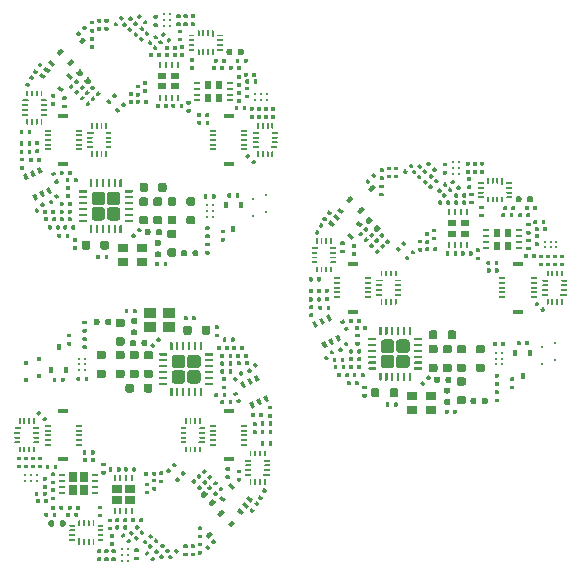
<source format=gtp>
%MOIN*%
%OFA0B0*%
%FSLAX46Y46*%
%IPPOS*%
%LPD*%
%AMREC820*
4,1,3,
0.0055118110236220472,0.0055118110236220489,
-0.0055118110236220489,0.0055118110236220472,
-0.0055118110236220472,-0.0055118110236220489,
0.0055118110236220489,-0.0055118110236220472,
0*%
%AMREC830*
4,1,3,
0.011811023622047242,0.015748031496062995,
-0.011811023622047246,0.015748031496062992,
-0.011811023622047242,-0.015748031496062995,
0.011811023622047246,-0.015748031496062992,
0*%
%AMREC840*
4,1,3,
0.0094488188976377951,0.00393700787401575,
-0.0094488188976377951,0.0039370078740157471,
-0.0094488188976377951,-0.00393700787401575,
0.0094488188976377951,-0.0039370078740157471,
0*%
%AMREC850*
4,1,3,
0.0039370078740157471,0.0094488188976377951,
-0.00393700787401575,0.0094488188976377951,
-0.0039370078740157471,-0.0094488188976377951,
0.00393700787401575,-0.0094488188976377951,
0*%
%AMREC860*
4,1,3,
0.015748031496062992,0.011811023622047246,
-0.015748031496062995,0.011811023622047242,
-0.015748031496062992,-0.011811023622047246,
0.015748031496062995,-0.011811023622047242,
0*%
%AMREC870*
4,1,3,
0.0099212598425196859,0.0036220472440944896,
-0.0099212598425196859,0.0036220472440944874,
-0.0099212598425196859,-0.0036220472440944896,
0.0099212598425196859,-0.0036220472440944874,
0*%
%AMREC880*
4,1,3,
0.017322834645669291,0.00598425196850394,
-0.017322834645669291,0.0059842519685039354,
-0.017322834645669291,-0.00598425196850394,
0.017322834645669291,-0.0059842519685039354,
0*%
%AMREC890*
4,1,3,
0.01889763779527559,0.015748031496062995,
-0.018897637795275594,0.015748031496062992,
-0.01889763779527559,-0.015748031496062995,
0.018897637795275594,-0.015748031496062992,
0*%
%AMREC900*
4,1,3,
0.0070866141732283455,0.011023622047244096,
-0.0070866141732283481,0.011023622047244096,
-0.0070866141732283455,-0.011023622047244096,
0.0070866141732283481,-0.011023622047244096,
0*%
%ADD10C,0.0078740157480314977*%
%ADD11C,0.0062992125984251976*%
%ADD12R,0.011023622047244096X0.011023622047244096*%
%ADD13C,0.0039370078740157488*%
%ADD14C,0.044488188976377949*%
%ADD15R,0.023622047244094488X0.031496062992125991*%
%ADD16R,0.01889763779527559X0.0078740157480314977*%
%ADD17R,0.0078740157480314977X0.01889763779527559*%
%ADD18R,0.031496062992125991X0.023622047244094488*%
%ADD19R,0.019842519685039372X0.0072440944881889766*%
%ADD20R,0.034645669291338582X0.011968503937007874*%
%ADD21C,0.012519685039370079*%
%ADD22C,0.0041889763779527555*%
%ADD23C,0.01858267716535433*%
%ADD24C,0.027559055118110236*%
%ADD25C,0.012598425196850395*%
%ADD26R,0.037795275590551181X0.031496062992125991*%
%ADD27C,0.014173228346456693*%
%ADD28R,0.014173228346456693X0.022047244094488192*%
%ADD39C,0.0078740157480314977*%
%ADD40C,0.0062992125984251976*%
%AMCOMP100*
4,1,3,
0.0055118110236220472,0.0055118110236220489,
-0.0055118110236220489,0.0055118110236220472,
-0.0055118110236220472,-0.0055118110236220489,
0.0055118110236220489,-0.0055118110236220472,
0*%
%ADD41COMP100*%
%ADD42C,0.0039370078740157488*%
%ADD43C,0.044488188976377949*%
%AMCOMP101*
4,1,3,
0.011811023622047242,0.015748031496062995,
-0.011811023622047246,0.015748031496062992,
-0.011811023622047242,-0.015748031496062995,
0.011811023622047246,-0.015748031496062992,
0*%
%ADD44COMP101*%
%AMCOMP102*
4,1,3,
0.0094488188976377951,0.00393700787401575,
-0.0094488188976377951,0.0039370078740157471,
-0.0094488188976377951,-0.00393700787401575,
0.0094488188976377951,-0.0039370078740157471,
0*%
%ADD45COMP102*%
%AMCOMP103*
4,1,3,
0.0039370078740157471,0.0094488188976377951,
-0.00393700787401575,0.0094488188976377951,
-0.0039370078740157471,-0.0094488188976377951,
0.00393700787401575,-0.0094488188976377951,
0*%
%ADD46COMP103*%
%AMCOMP104*
4,1,3,
0.015748031496062992,0.011811023622047246,
-0.015748031496062995,0.011811023622047242,
-0.015748031496062992,-0.011811023622047246,
0.015748031496062995,-0.011811023622047242,
0*%
%ADD47COMP104*%
%AMCOMP105*
4,1,3,
0.0099212598425196859,0.0036220472440944896,
-0.0099212598425196859,0.0036220472440944874,
-0.0099212598425196859,-0.0036220472440944896,
0.0099212598425196859,-0.0036220472440944874,
0*%
%ADD48COMP105*%
%AMCOMP106*
4,1,3,
0.017322834645669291,0.00598425196850394,
-0.017322834645669291,0.0059842519685039354,
-0.017322834645669291,-0.00598425196850394,
0.017322834645669291,-0.0059842519685039354,
0*%
%ADD49COMP106*%
%ADD50C,0.012519685039370079*%
%ADD51C,0.0041889763779527555*%
%ADD52C,0.01858267716535433*%
%ADD53C,0.027559055118110236*%
%ADD54C,0.012598425196850395*%
%AMCOMP107*
4,1,3,
0.01889763779527559,0.015748031496062995,
-0.018897637795275594,0.015748031496062992,
-0.01889763779527559,-0.015748031496062995,
0.018897637795275594,-0.015748031496062992,
0*%
%ADD55COMP107*%
%ADD56C,0.014173228346456693*%
%AMCOMP108*
4,1,3,
0.0070866141732283455,0.011023622047244096,
-0.0070866141732283481,0.011023622047244096,
-0.0070866141732283455,-0.011023622047244096,
0.0070866141732283481,-0.011023622047244096,
0*%
%ADD57COMP108*%
%ADD58C,0.0078740157480314977*%
%ADD59C,0.0062992125984251976*%
%ADD60R,0.011023622047244096X0.011023622047244096*%
%ADD61C,0.0039370078740157488*%
%ADD62C,0.044488188976377949*%
%ADD63R,0.023622047244094488X0.031496062992125991*%
%ADD64R,0.01889763779527559X0.0078740157480314977*%
%ADD65R,0.0078740157480314977X0.01889763779527559*%
%ADD66R,0.031496062992125991X0.023622047244094488*%
%ADD67R,0.019842519685039372X0.0072440944881889766*%
%ADD68R,0.034645669291338582X0.011968503937007874*%
%ADD69C,0.012519685039370079*%
%ADD70C,0.0041889763779527555*%
%ADD71C,0.01858267716535433*%
%ADD72C,0.027559055118110236*%
%ADD73C,0.012598425196850395*%
%ADD74R,0.037795275590551181X0.031496062992125991*%
%ADD75C,0.014173228346456693*%
%ADD76R,0.014173228346456693X0.022047244094488192*%
G01*
D10*
X0000492125Y0001476377D02*
X0000570866Y0001856299D03*
X0000551181Y0001856299D03*
X0000570866Y0001875984D03*
X0000551181Y0001875984D03*
X0000570866Y0001895669D03*
X0000551181Y0001895669D03*
D11*
X0000350218Y0001584136D03*
X0000339082Y0001573000D03*
X0000339082Y0001595271D03*
X0000327947Y0001584136D03*
D10*
X0000895669Y0001629921D03*
X0000895669Y0001610236D03*
X0000875984Y0001629921D03*
X0000875984Y0001610236D03*
X0000856299Y0001629921D03*
X0000856299Y0001610236D03*
X0000694881Y0001259842D03*
X0000714566Y0001259842D03*
X0000694881Y0001240157D03*
X0000714566Y0001240157D03*
X0000694881Y0001220472D03*
X0000714566Y0001220472D03*
D11*
X0000661417Y0001161417D03*
X0000661417Y0001145669D03*
X0000645669Y0001161417D03*
X0000645669Y0001145669D03*
X0000629921Y0001161417D03*
X0000629921Y0001145669D03*
D12*
X0000891338Y0001235236D03*
X0000891338Y0001292322D03*
D13*
G36*
X0000293204Y0001210620D02*
X0000293395Y0001210592D01*
X0000293583Y0001210545D01*
X0000293765Y0001210480D01*
X0000293939Y0001210397D01*
X0000294105Y0001210298D01*
X0000294260Y0001210183D01*
X0000294403Y0001210053D01*
X0000294533Y0001209910D01*
X0000294648Y0001209755D01*
X0000294747Y0001209589D01*
X0000294830Y0001209414D01*
X0000294895Y0001209232D01*
X0000294942Y0001209045D01*
X0000294970Y0001208854D01*
X0000294980Y0001208661D01*
X0000294980Y0001204724D01*
X0000294970Y0001204531D01*
X0000294942Y0001204340D01*
X0000294895Y0001204152D01*
X0000294830Y0001203971D01*
X0000294747Y0001203796D01*
X0000294648Y0001203630D01*
X0000294533Y0001203475D01*
X0000294403Y0001203332D01*
X0000294260Y0001203202D01*
X0000294105Y0001203087D01*
X0000293939Y0001202988D01*
X0000293765Y0001202905D01*
X0000293583Y0001202840D01*
X0000293395Y0001202793D01*
X0000293204Y0001202765D01*
X0000293011Y0001202755D01*
X0000270964Y0001202755D01*
X0000270771Y0001202765D01*
X0000270580Y0001202793D01*
X0000270393Y0001202840D01*
X0000270211Y0001202905D01*
X0000270036Y0001202988D01*
X0000269870Y0001203087D01*
X0000269715Y0001203202D01*
X0000269572Y0001203332D01*
X0000269442Y0001203475D01*
X0000269327Y0001203630D01*
X0000269228Y0001203796D01*
X0000269145Y0001203971D01*
X0000269080Y0001204152D01*
X0000269033Y0001204340D01*
X0000269005Y0001204531D01*
X0000268996Y0001204724D01*
X0000268996Y0001208661D01*
X0000269005Y0001208854D01*
X0000269033Y0001209045D01*
X0000269080Y0001209232D01*
X0000269145Y0001209414D01*
X0000269228Y0001209589D01*
X0000269327Y0001209755D01*
X0000269442Y0001209910D01*
X0000269572Y0001210053D01*
X0000269715Y0001210183D01*
X0000269870Y0001210298D01*
X0000270036Y0001210397D01*
X0000270211Y0001210480D01*
X0000270393Y0001210545D01*
X0000270580Y0001210592D01*
X0000270771Y0001210620D01*
X0000270964Y0001210629D01*
X0000293011Y0001210629D01*
X0000293204Y0001210620D01*
X0000293204Y0001210620D01*
G37*
D10*
X0000281988Y0001206692D03*
D13*
G36*
X0000293204Y0001230305D02*
X0000293395Y0001230277D01*
X0000293583Y0001230230D01*
X0000293765Y0001230165D01*
X0000293939Y0001230082D01*
X0000294105Y0001229983D01*
X0000294260Y0001229868D01*
X0000294403Y0001229738D01*
X0000294533Y0001229595D01*
X0000294648Y0001229440D01*
X0000294747Y0001229274D01*
X0000294830Y0001229099D01*
X0000294895Y0001228917D01*
X0000294942Y0001228730D01*
X0000294970Y0001228539D01*
X0000294980Y0001228346D01*
X0000294980Y0001224409D01*
X0000294970Y0001224216D01*
X0000294942Y0001224025D01*
X0000294895Y0001223838D01*
X0000294830Y0001223656D01*
X0000294747Y0001223481D01*
X0000294648Y0001223315D01*
X0000294533Y0001223160D01*
X0000294403Y0001223017D01*
X0000294260Y0001222887D01*
X0000294105Y0001222772D01*
X0000293939Y0001222673D01*
X0000293765Y0001222590D01*
X0000293583Y0001222525D01*
X0000293395Y0001222478D01*
X0000293204Y0001222450D01*
X0000293011Y0001222440D01*
X0000270964Y0001222440D01*
X0000270771Y0001222450D01*
X0000270580Y0001222478D01*
X0000270393Y0001222525D01*
X0000270211Y0001222590D01*
X0000270036Y0001222673D01*
X0000269870Y0001222772D01*
X0000269715Y0001222887D01*
X0000269572Y0001223017D01*
X0000269442Y0001223160D01*
X0000269327Y0001223315D01*
X0000269228Y0001223481D01*
X0000269145Y0001223656D01*
X0000269080Y0001223838D01*
X0000269033Y0001224025D01*
X0000269005Y0001224216D01*
X0000268996Y0001224409D01*
X0000268996Y0001228346D01*
X0000269005Y0001228539D01*
X0000269033Y0001228730D01*
X0000269080Y0001228917D01*
X0000269145Y0001229099D01*
X0000269228Y0001229274D01*
X0000269327Y0001229440D01*
X0000269442Y0001229595D01*
X0000269572Y0001229738D01*
X0000269715Y0001229868D01*
X0000269870Y0001229983D01*
X0000270036Y0001230082D01*
X0000270211Y0001230165D01*
X0000270393Y0001230230D01*
X0000270580Y0001230277D01*
X0000270771Y0001230305D01*
X0000270964Y0001230314D01*
X0000293011Y0001230314D01*
X0000293204Y0001230305D01*
X0000293204Y0001230305D01*
G37*
D10*
X0000281988Y0001226377D03*
D13*
G36*
X0000293204Y0001249990D02*
X0000293395Y0001249962D01*
X0000293583Y0001249915D01*
X0000293765Y0001249850D01*
X0000293939Y0001249767D01*
X0000294105Y0001249668D01*
X0000294260Y0001249553D01*
X0000294403Y0001249423D01*
X0000294533Y0001249280D01*
X0000294648Y0001249125D01*
X0000294747Y0001248959D01*
X0000294830Y0001248784D01*
X0000294895Y0001248602D01*
X0000294942Y0001248415D01*
X0000294970Y0001248224D01*
X0000294980Y0001248031D01*
X0000294980Y0001244094D01*
X0000294970Y0001243901D01*
X0000294942Y0001243710D01*
X0000294895Y0001243523D01*
X0000294830Y0001243341D01*
X0000294747Y0001243166D01*
X0000294648Y0001243000D01*
X0000294533Y0001242845D01*
X0000294403Y0001242702D01*
X0000294260Y0001242572D01*
X0000294105Y0001242457D01*
X0000293939Y0001242358D01*
X0000293765Y0001242275D01*
X0000293583Y0001242210D01*
X0000293395Y0001242163D01*
X0000293204Y0001242135D01*
X0000293011Y0001242125D01*
X0000270964Y0001242125D01*
X0000270771Y0001242135D01*
X0000270580Y0001242163D01*
X0000270393Y0001242210D01*
X0000270211Y0001242275D01*
X0000270036Y0001242358D01*
X0000269870Y0001242457D01*
X0000269715Y0001242572D01*
X0000269572Y0001242702D01*
X0000269442Y0001242845D01*
X0000269327Y0001243000D01*
X0000269228Y0001243166D01*
X0000269145Y0001243341D01*
X0000269080Y0001243523D01*
X0000269033Y0001243710D01*
X0000269005Y0001243901D01*
X0000268996Y0001244094D01*
X0000268996Y0001248031D01*
X0000269005Y0001248224D01*
X0000269033Y0001248415D01*
X0000269080Y0001248602D01*
X0000269145Y0001248784D01*
X0000269228Y0001248959D01*
X0000269327Y0001249125D01*
X0000269442Y0001249280D01*
X0000269572Y0001249423D01*
X0000269715Y0001249553D01*
X0000269870Y0001249668D01*
X0000270036Y0001249767D01*
X0000270211Y0001249850D01*
X0000270393Y0001249915D01*
X0000270580Y0001249962D01*
X0000270771Y0001249990D01*
X0000270964Y0001250000D01*
X0000293011Y0001250000D01*
X0000293204Y0001249990D01*
X0000293204Y0001249990D01*
G37*
D10*
X0000281988Y0001246062D03*
D13*
G36*
X0000293204Y0001269675D02*
X0000293395Y0001269647D01*
X0000293583Y0001269600D01*
X0000293765Y0001269535D01*
X0000293939Y0001269452D01*
X0000294105Y0001269353D01*
X0000294260Y0001269238D01*
X0000294403Y0001269108D01*
X0000294533Y0001268965D01*
X0000294648Y0001268810D01*
X0000294747Y0001268644D01*
X0000294830Y0001268469D01*
X0000294895Y0001268287D01*
X0000294942Y0001268100D01*
X0000294970Y0001267909D01*
X0000294980Y0001267716D01*
X0000294980Y0001263779D01*
X0000294970Y0001263586D01*
X0000294942Y0001263395D01*
X0000294895Y0001263208D01*
X0000294830Y0001263026D01*
X0000294747Y0001262851D01*
X0000294648Y0001262685D01*
X0000294533Y0001262530D01*
X0000294403Y0001262387D01*
X0000294260Y0001262257D01*
X0000294105Y0001262142D01*
X0000293939Y0001262043D01*
X0000293765Y0001261960D01*
X0000293583Y0001261895D01*
X0000293395Y0001261848D01*
X0000293204Y0001261820D01*
X0000293011Y0001261810D01*
X0000270964Y0001261810D01*
X0000270771Y0001261820D01*
X0000270580Y0001261848D01*
X0000270393Y0001261895D01*
X0000270211Y0001261960D01*
X0000270036Y0001262043D01*
X0000269870Y0001262142D01*
X0000269715Y0001262257D01*
X0000269572Y0001262387D01*
X0000269442Y0001262530D01*
X0000269327Y0001262685D01*
X0000269228Y0001262851D01*
X0000269145Y0001263026D01*
X0000269080Y0001263208D01*
X0000269033Y0001263395D01*
X0000269005Y0001263586D01*
X0000268996Y0001263779D01*
X0000268996Y0001267716D01*
X0000269005Y0001267909D01*
X0000269033Y0001268100D01*
X0000269080Y0001268287D01*
X0000269145Y0001268469D01*
X0000269228Y0001268644D01*
X0000269327Y0001268810D01*
X0000269442Y0001268965D01*
X0000269572Y0001269108D01*
X0000269715Y0001269238D01*
X0000269870Y0001269353D01*
X0000270036Y0001269452D01*
X0000270211Y0001269535D01*
X0000270393Y0001269600D01*
X0000270580Y0001269647D01*
X0000270771Y0001269675D01*
X0000270964Y0001269685D01*
X0000293011Y0001269685D01*
X0000293204Y0001269675D01*
X0000293204Y0001269675D01*
G37*
D10*
X0000281988Y0001265748D03*
D13*
G36*
X0000293204Y0001289360D02*
X0000293395Y0001289332D01*
X0000293583Y0001289285D01*
X0000293765Y0001289220D01*
X0000293939Y0001289137D01*
X0000294105Y0001289038D01*
X0000294260Y0001288923D01*
X0000294403Y0001288793D01*
X0000294533Y0001288650D01*
X0000294648Y0001288495D01*
X0000294747Y0001288329D01*
X0000294830Y0001288154D01*
X0000294895Y0001287972D01*
X0000294942Y0001287785D01*
X0000294970Y0001287594D01*
X0000294980Y0001287401D01*
X0000294980Y0001283464D01*
X0000294970Y0001283271D01*
X0000294942Y0001283080D01*
X0000294895Y0001282893D01*
X0000294830Y0001282711D01*
X0000294747Y0001282536D01*
X0000294648Y0001282370D01*
X0000294533Y0001282215D01*
X0000294403Y0001282072D01*
X0000294260Y0001281942D01*
X0000294105Y0001281827D01*
X0000293939Y0001281728D01*
X0000293765Y0001281645D01*
X0000293583Y0001281580D01*
X0000293395Y0001281533D01*
X0000293204Y0001281505D01*
X0000293011Y0001281496D01*
X0000270964Y0001281496D01*
X0000270771Y0001281505D01*
X0000270580Y0001281533D01*
X0000270393Y0001281580D01*
X0000270211Y0001281645D01*
X0000270036Y0001281728D01*
X0000269870Y0001281827D01*
X0000269715Y0001281942D01*
X0000269572Y0001282072D01*
X0000269442Y0001282215D01*
X0000269327Y0001282370D01*
X0000269228Y0001282536D01*
X0000269145Y0001282711D01*
X0000269080Y0001282893D01*
X0000269033Y0001283080D01*
X0000269005Y0001283271D01*
X0000268996Y0001283464D01*
X0000268996Y0001287401D01*
X0000269005Y0001287594D01*
X0000269033Y0001287785D01*
X0000269080Y0001287972D01*
X0000269145Y0001288154D01*
X0000269228Y0001288329D01*
X0000269327Y0001288495D01*
X0000269442Y0001288650D01*
X0000269572Y0001288793D01*
X0000269715Y0001288923D01*
X0000269870Y0001289038D01*
X0000270036Y0001289137D01*
X0000270211Y0001289220D01*
X0000270393Y0001289285D01*
X0000270580Y0001289332D01*
X0000270771Y0001289360D01*
X0000270964Y0001289370D01*
X0000293011Y0001289370D01*
X0000293204Y0001289360D01*
X0000293204Y0001289360D01*
G37*
D10*
X0000281988Y0001285433D03*
D13*
G36*
X0000293204Y0001309045D02*
X0000293395Y0001309017D01*
X0000293583Y0001308970D01*
X0000293765Y0001308905D01*
X0000293939Y0001308822D01*
X0000294105Y0001308723D01*
X0000294260Y0001308608D01*
X0000294403Y0001308478D01*
X0000294533Y0001308335D01*
X0000294648Y0001308180D01*
X0000294747Y0001308014D01*
X0000294830Y0001307839D01*
X0000294895Y0001307658D01*
X0000294942Y0001307470D01*
X0000294970Y0001307279D01*
X0000294980Y0001307086D01*
X0000294980Y0001303149D01*
X0000294970Y0001302956D01*
X0000294942Y0001302765D01*
X0000294895Y0001302578D01*
X0000294830Y0001302396D01*
X0000294747Y0001302221D01*
X0000294648Y0001302055D01*
X0000294533Y0001301900D01*
X0000294403Y0001301757D01*
X0000294260Y0001301627D01*
X0000294105Y0001301512D01*
X0000293939Y0001301413D01*
X0000293765Y0001301330D01*
X0000293583Y0001301265D01*
X0000293395Y0001301218D01*
X0000293204Y0001301190D01*
X0000293011Y0001301181D01*
X0000270964Y0001301181D01*
X0000270771Y0001301190D01*
X0000270580Y0001301218D01*
X0000270393Y0001301265D01*
X0000270211Y0001301330D01*
X0000270036Y0001301413D01*
X0000269870Y0001301512D01*
X0000269715Y0001301627D01*
X0000269572Y0001301757D01*
X0000269442Y0001301900D01*
X0000269327Y0001302055D01*
X0000269228Y0001302221D01*
X0000269145Y0001302396D01*
X0000269080Y0001302578D01*
X0000269033Y0001302765D01*
X0000269005Y0001302956D01*
X0000268996Y0001303149D01*
X0000268996Y0001307086D01*
X0000269005Y0001307279D01*
X0000269033Y0001307470D01*
X0000269080Y0001307658D01*
X0000269145Y0001307839D01*
X0000269228Y0001308014D01*
X0000269327Y0001308180D01*
X0000269442Y0001308335D01*
X0000269572Y0001308478D01*
X0000269715Y0001308608D01*
X0000269870Y0001308723D01*
X0000270036Y0001308822D01*
X0000270211Y0001308905D01*
X0000270393Y0001308970D01*
X0000270580Y0001309017D01*
X0000270771Y0001309045D01*
X0000270964Y0001309055D01*
X0000293011Y0001309055D01*
X0000293204Y0001309045D01*
X0000293204Y0001309045D01*
G37*
D10*
X0000281988Y0001305118D03*
D13*
G36*
X0000311216Y0001345167D02*
X0000311407Y0001345139D01*
X0000311595Y0001345092D01*
X0000311776Y0001345027D01*
X0000311951Y0001344944D01*
X0000312117Y0001344845D01*
X0000312272Y0001344730D01*
X0000312415Y0001344600D01*
X0000312545Y0001344457D01*
X0000312660Y0001344302D01*
X0000312759Y0001344136D01*
X0000312842Y0001343961D01*
X0000312907Y0001343780D01*
X0000312954Y0001343592D01*
X0000312982Y0001343401D01*
X0000312992Y0001343208D01*
X0000312992Y0001321161D01*
X0000312982Y0001320968D01*
X0000312954Y0001320777D01*
X0000312907Y0001320590D01*
X0000312842Y0001320408D01*
X0000312759Y0001320233D01*
X0000312660Y0001320067D01*
X0000312545Y0001319912D01*
X0000312415Y0001319769D01*
X0000312272Y0001319639D01*
X0000312117Y0001319524D01*
X0000311951Y0001319425D01*
X0000311776Y0001319342D01*
X0000311595Y0001319277D01*
X0000311407Y0001319230D01*
X0000311216Y0001319202D01*
X0000311023Y0001319192D01*
X0000307086Y0001319192D01*
X0000306893Y0001319202D01*
X0000306702Y0001319230D01*
X0000306515Y0001319277D01*
X0000306333Y0001319342D01*
X0000306158Y0001319425D01*
X0000305992Y0001319524D01*
X0000305837Y0001319639D01*
X0000305694Y0001319769D01*
X0000305564Y0001319912D01*
X0000305449Y0001320067D01*
X0000305350Y0001320233D01*
X0000305267Y0001320408D01*
X0000305202Y0001320590D01*
X0000305155Y0001320777D01*
X0000305127Y0001320968D01*
X0000305118Y0001321161D01*
X0000305118Y0001343208D01*
X0000305127Y0001343401D01*
X0000305155Y0001343592D01*
X0000305202Y0001343780D01*
X0000305267Y0001343961D01*
X0000305350Y0001344136D01*
X0000305449Y0001344302D01*
X0000305564Y0001344457D01*
X0000305694Y0001344600D01*
X0000305837Y0001344730D01*
X0000305992Y0001344845D01*
X0000306158Y0001344944D01*
X0000306333Y0001345027D01*
X0000306515Y0001345092D01*
X0000306702Y0001345139D01*
X0000306893Y0001345167D01*
X0000307086Y0001345177D01*
X0000311023Y0001345177D01*
X0000311216Y0001345167D01*
X0000311216Y0001345167D01*
G37*
D10*
X0000309055Y0001332185D03*
D13*
G36*
X0000330901Y0001345167D02*
X0000331092Y0001345139D01*
X0000331280Y0001345092D01*
X0000331461Y0001345027D01*
X0000331636Y0001344944D01*
X0000331802Y0001344845D01*
X0000331957Y0001344730D01*
X0000332100Y0001344600D01*
X0000332230Y0001344457D01*
X0000332345Y0001344302D01*
X0000332444Y0001344136D01*
X0000332527Y0001343961D01*
X0000332592Y0001343780D01*
X0000332639Y0001343592D01*
X0000332667Y0001343401D01*
X0000332677Y0001343208D01*
X0000332677Y0001321161D01*
X0000332667Y0001320968D01*
X0000332639Y0001320777D01*
X0000332592Y0001320590D01*
X0000332527Y0001320408D01*
X0000332444Y0001320233D01*
X0000332345Y0001320067D01*
X0000332230Y0001319912D01*
X0000332100Y0001319769D01*
X0000331957Y0001319639D01*
X0000331802Y0001319524D01*
X0000331636Y0001319425D01*
X0000331461Y0001319342D01*
X0000331280Y0001319277D01*
X0000331092Y0001319230D01*
X0000330901Y0001319202D01*
X0000330708Y0001319192D01*
X0000326771Y0001319192D01*
X0000326578Y0001319202D01*
X0000326387Y0001319230D01*
X0000326200Y0001319277D01*
X0000326018Y0001319342D01*
X0000325843Y0001319425D01*
X0000325677Y0001319524D01*
X0000325522Y0001319639D01*
X0000325379Y0001319769D01*
X0000325249Y0001319912D01*
X0000325134Y0001320067D01*
X0000325035Y0001320233D01*
X0000324952Y0001320408D01*
X0000324887Y0001320590D01*
X0000324840Y0001320777D01*
X0000324812Y0001320968D01*
X0000324803Y0001321161D01*
X0000324803Y0001343208D01*
X0000324812Y0001343401D01*
X0000324840Y0001343592D01*
X0000324887Y0001343780D01*
X0000324952Y0001343961D01*
X0000325035Y0001344136D01*
X0000325134Y0001344302D01*
X0000325249Y0001344457D01*
X0000325379Y0001344600D01*
X0000325522Y0001344730D01*
X0000325677Y0001344845D01*
X0000325843Y0001344944D01*
X0000326018Y0001345027D01*
X0000326200Y0001345092D01*
X0000326387Y0001345139D01*
X0000326578Y0001345167D01*
X0000326771Y0001345177D01*
X0000330708Y0001345177D01*
X0000330901Y0001345167D01*
X0000330901Y0001345167D01*
G37*
D10*
X0000328740Y0001332185D03*
D13*
G36*
X0000350586Y0001345167D02*
X0000350777Y0001345139D01*
X0000350965Y0001345092D01*
X0000351147Y0001345027D01*
X0000351321Y0001344944D01*
X0000351487Y0001344845D01*
X0000351642Y0001344730D01*
X0000351785Y0001344600D01*
X0000351915Y0001344457D01*
X0000352030Y0001344302D01*
X0000352129Y0001344136D01*
X0000352212Y0001343961D01*
X0000352277Y0001343780D01*
X0000352324Y0001343592D01*
X0000352352Y0001343401D01*
X0000352362Y0001343208D01*
X0000352362Y0001321161D01*
X0000352352Y0001320968D01*
X0000352324Y0001320777D01*
X0000352277Y0001320590D01*
X0000352212Y0001320408D01*
X0000352129Y0001320233D01*
X0000352030Y0001320067D01*
X0000351915Y0001319912D01*
X0000351785Y0001319769D01*
X0000351642Y0001319639D01*
X0000351487Y0001319524D01*
X0000351321Y0001319425D01*
X0000351147Y0001319342D01*
X0000350965Y0001319277D01*
X0000350777Y0001319230D01*
X0000350586Y0001319202D01*
X0000350393Y0001319192D01*
X0000346456Y0001319192D01*
X0000346263Y0001319202D01*
X0000346072Y0001319230D01*
X0000345885Y0001319277D01*
X0000345703Y0001319342D01*
X0000345528Y0001319425D01*
X0000345363Y0001319524D01*
X0000345207Y0001319639D01*
X0000345064Y0001319769D01*
X0000344935Y0001319912D01*
X0000344819Y0001320067D01*
X0000344720Y0001320233D01*
X0000344638Y0001320408D01*
X0000344572Y0001320590D01*
X0000344526Y0001320777D01*
X0000344497Y0001320968D01*
X0000344488Y0001321161D01*
X0000344488Y0001343208D01*
X0000344497Y0001343401D01*
X0000344526Y0001343592D01*
X0000344572Y0001343780D01*
X0000344638Y0001343961D01*
X0000344720Y0001344136D01*
X0000344819Y0001344302D01*
X0000344935Y0001344457D01*
X0000345064Y0001344600D01*
X0000345207Y0001344730D01*
X0000345363Y0001344845D01*
X0000345528Y0001344944D01*
X0000345703Y0001345027D01*
X0000345885Y0001345092D01*
X0000346072Y0001345139D01*
X0000346263Y0001345167D01*
X0000346456Y0001345177D01*
X0000350393Y0001345177D01*
X0000350586Y0001345167D01*
X0000350586Y0001345167D01*
G37*
D10*
X0000348425Y0001332185D03*
D13*
G36*
X0000370271Y0001345167D02*
X0000370462Y0001345139D01*
X0000370650Y0001345092D01*
X0000370832Y0001345027D01*
X0000371006Y0001344944D01*
X0000371172Y0001344845D01*
X0000371327Y0001344730D01*
X0000371470Y0001344600D01*
X0000371600Y0001344457D01*
X0000371715Y0001344302D01*
X0000371814Y0001344136D01*
X0000371897Y0001343961D01*
X0000371962Y0001343780D01*
X0000372009Y0001343592D01*
X0000372037Y0001343401D01*
X0000372047Y0001343208D01*
X0000372047Y0001321161D01*
X0000372037Y0001320968D01*
X0000372009Y0001320777D01*
X0000371962Y0001320590D01*
X0000371897Y0001320408D01*
X0000371814Y0001320233D01*
X0000371715Y0001320067D01*
X0000371600Y0001319912D01*
X0000371470Y0001319769D01*
X0000371327Y0001319639D01*
X0000371172Y0001319524D01*
X0000371006Y0001319425D01*
X0000370832Y0001319342D01*
X0000370650Y0001319277D01*
X0000370462Y0001319230D01*
X0000370271Y0001319202D01*
X0000370078Y0001319192D01*
X0000366141Y0001319192D01*
X0000365948Y0001319202D01*
X0000365757Y0001319230D01*
X0000365570Y0001319277D01*
X0000365388Y0001319342D01*
X0000365213Y0001319425D01*
X0000365048Y0001319524D01*
X0000364892Y0001319639D01*
X0000364749Y0001319769D01*
X0000364620Y0001319912D01*
X0000364504Y0001320067D01*
X0000364405Y0001320233D01*
X0000364323Y0001320408D01*
X0000364257Y0001320590D01*
X0000364211Y0001320777D01*
X0000364182Y0001320968D01*
X0000364173Y0001321161D01*
X0000364173Y0001343208D01*
X0000364182Y0001343401D01*
X0000364211Y0001343592D01*
X0000364257Y0001343780D01*
X0000364323Y0001343961D01*
X0000364405Y0001344136D01*
X0000364504Y0001344302D01*
X0000364620Y0001344457D01*
X0000364749Y0001344600D01*
X0000364892Y0001344730D01*
X0000365048Y0001344845D01*
X0000365213Y0001344944D01*
X0000365388Y0001345027D01*
X0000365570Y0001345092D01*
X0000365757Y0001345139D01*
X0000365948Y0001345167D01*
X0000366141Y0001345177D01*
X0000370078Y0001345177D01*
X0000370271Y0001345167D01*
X0000370271Y0001345167D01*
G37*
D10*
X0000368110Y0001332185D03*
D13*
G36*
X0000389956Y0001345167D02*
X0000390147Y0001345139D01*
X0000390335Y0001345092D01*
X0000390517Y0001345027D01*
X0000390691Y0001344944D01*
X0000390857Y0001344845D01*
X0000391012Y0001344730D01*
X0000391155Y0001344600D01*
X0000391285Y0001344457D01*
X0000391400Y0001344302D01*
X0000391499Y0001344136D01*
X0000391582Y0001343961D01*
X0000391647Y0001343780D01*
X0000391694Y0001343592D01*
X0000391722Y0001343401D01*
X0000391732Y0001343208D01*
X0000391732Y0001321161D01*
X0000391722Y0001320968D01*
X0000391694Y0001320777D01*
X0000391647Y0001320590D01*
X0000391582Y0001320408D01*
X0000391499Y0001320233D01*
X0000391400Y0001320067D01*
X0000391285Y0001319912D01*
X0000391155Y0001319769D01*
X0000391012Y0001319639D01*
X0000390857Y0001319524D01*
X0000390691Y0001319425D01*
X0000390517Y0001319342D01*
X0000390335Y0001319277D01*
X0000390147Y0001319230D01*
X0000389956Y0001319202D01*
X0000389763Y0001319192D01*
X0000385826Y0001319192D01*
X0000385633Y0001319202D01*
X0000385442Y0001319230D01*
X0000385255Y0001319277D01*
X0000385073Y0001319342D01*
X0000384898Y0001319425D01*
X0000384733Y0001319524D01*
X0000384577Y0001319639D01*
X0000384434Y0001319769D01*
X0000384305Y0001319912D01*
X0000384190Y0001320067D01*
X0000384090Y0001320233D01*
X0000384008Y0001320408D01*
X0000383943Y0001320590D01*
X0000383896Y0001320777D01*
X0000383867Y0001320968D01*
X0000383858Y0001321161D01*
X0000383858Y0001343208D01*
X0000383867Y0001343401D01*
X0000383896Y0001343592D01*
X0000383943Y0001343780D01*
X0000384008Y0001343961D01*
X0000384090Y0001344136D01*
X0000384190Y0001344302D01*
X0000384305Y0001344457D01*
X0000384434Y0001344600D01*
X0000384577Y0001344730D01*
X0000384733Y0001344845D01*
X0000384898Y0001344944D01*
X0000385073Y0001345027D01*
X0000385255Y0001345092D01*
X0000385442Y0001345139D01*
X0000385633Y0001345167D01*
X0000385826Y0001345177D01*
X0000389763Y0001345177D01*
X0000389956Y0001345167D01*
X0000389956Y0001345167D01*
G37*
D10*
X0000387795Y0001332185D03*
D13*
G36*
X0000409641Y0001345167D02*
X0000409832Y0001345139D01*
X0000410020Y0001345092D01*
X0000410202Y0001345027D01*
X0000410376Y0001344944D01*
X0000410542Y0001344845D01*
X0000410697Y0001344730D01*
X0000410840Y0001344600D01*
X0000410970Y0001344457D01*
X0000411085Y0001344302D01*
X0000411184Y0001344136D01*
X0000411267Y0001343961D01*
X0000411332Y0001343780D01*
X0000411379Y0001343592D01*
X0000411407Y0001343401D01*
X0000411417Y0001343208D01*
X0000411417Y0001321161D01*
X0000411407Y0001320968D01*
X0000411379Y0001320777D01*
X0000411332Y0001320590D01*
X0000411267Y0001320408D01*
X0000411184Y0001320233D01*
X0000411085Y0001320067D01*
X0000410970Y0001319912D01*
X0000410840Y0001319769D01*
X0000410697Y0001319639D01*
X0000410542Y0001319524D01*
X0000410376Y0001319425D01*
X0000410202Y0001319342D01*
X0000410020Y0001319277D01*
X0000409832Y0001319230D01*
X0000409641Y0001319202D01*
X0000409448Y0001319192D01*
X0000405511Y0001319192D01*
X0000405318Y0001319202D01*
X0000405127Y0001319230D01*
X0000404940Y0001319277D01*
X0000404758Y0001319342D01*
X0000404583Y0001319425D01*
X0000404418Y0001319524D01*
X0000404262Y0001319639D01*
X0000404119Y0001319769D01*
X0000403990Y0001319912D01*
X0000403875Y0001320067D01*
X0000403775Y0001320233D01*
X0000403693Y0001320408D01*
X0000403628Y0001320590D01*
X0000403581Y0001320777D01*
X0000403552Y0001320968D01*
X0000403543Y0001321161D01*
X0000403543Y0001343208D01*
X0000403552Y0001343401D01*
X0000403581Y0001343592D01*
X0000403628Y0001343780D01*
X0000403693Y0001343961D01*
X0000403775Y0001344136D01*
X0000403875Y0001344302D01*
X0000403990Y0001344457D01*
X0000404119Y0001344600D01*
X0000404262Y0001344730D01*
X0000404418Y0001344845D01*
X0000404583Y0001344944D01*
X0000404758Y0001345027D01*
X0000404940Y0001345092D01*
X0000405127Y0001345139D01*
X0000405318Y0001345167D01*
X0000405511Y0001345177D01*
X0000409448Y0001345177D01*
X0000409641Y0001345167D01*
X0000409641Y0001345167D01*
G37*
D10*
X0000407480Y0001332185D03*
D13*
G36*
X0000445763Y0001309045D02*
X0000445954Y0001309017D01*
X0000446142Y0001308970D01*
X0000446324Y0001308905D01*
X0000446498Y0001308822D01*
X0000446664Y0001308723D01*
X0000446819Y0001308608D01*
X0000446962Y0001308478D01*
X0000447092Y0001308335D01*
X0000447207Y0001308180D01*
X0000447306Y0001308014D01*
X0000447389Y0001307839D01*
X0000447454Y0001307658D01*
X0000447501Y0001307470D01*
X0000447529Y0001307279D01*
X0000447539Y0001307086D01*
X0000447539Y0001303149D01*
X0000447529Y0001302956D01*
X0000447501Y0001302765D01*
X0000447454Y0001302578D01*
X0000447389Y0001302396D01*
X0000447306Y0001302221D01*
X0000447207Y0001302055D01*
X0000447092Y0001301900D01*
X0000446962Y0001301757D01*
X0000446819Y0001301627D01*
X0000446664Y0001301512D01*
X0000446498Y0001301413D01*
X0000446324Y0001301330D01*
X0000446142Y0001301265D01*
X0000445954Y0001301218D01*
X0000445763Y0001301190D01*
X0000445570Y0001301181D01*
X0000423523Y0001301181D01*
X0000423330Y0001301190D01*
X0000423139Y0001301218D01*
X0000422952Y0001301265D01*
X0000422770Y0001301330D01*
X0000422595Y0001301413D01*
X0000422429Y0001301512D01*
X0000422274Y0001301627D01*
X0000422131Y0001301757D01*
X0000422001Y0001301900D01*
X0000421886Y0001302055D01*
X0000421787Y0001302221D01*
X0000421704Y0001302396D01*
X0000421639Y0001302578D01*
X0000421592Y0001302765D01*
X0000421564Y0001302956D01*
X0000421555Y0001303149D01*
X0000421555Y0001307086D01*
X0000421564Y0001307279D01*
X0000421592Y0001307470D01*
X0000421639Y0001307658D01*
X0000421704Y0001307839D01*
X0000421787Y0001308014D01*
X0000421886Y0001308180D01*
X0000422001Y0001308335D01*
X0000422131Y0001308478D01*
X0000422274Y0001308608D01*
X0000422429Y0001308723D01*
X0000422595Y0001308822D01*
X0000422770Y0001308905D01*
X0000422952Y0001308970D01*
X0000423139Y0001309017D01*
X0000423330Y0001309045D01*
X0000423523Y0001309055D01*
X0000445570Y0001309055D01*
X0000445763Y0001309045D01*
X0000445763Y0001309045D01*
G37*
D10*
X0000434547Y0001305118D03*
D13*
G36*
X0000445763Y0001289360D02*
X0000445954Y0001289332D01*
X0000446142Y0001289285D01*
X0000446324Y0001289220D01*
X0000446498Y0001289137D01*
X0000446664Y0001289038D01*
X0000446819Y0001288923D01*
X0000446962Y0001288793D01*
X0000447092Y0001288650D01*
X0000447207Y0001288495D01*
X0000447306Y0001288329D01*
X0000447389Y0001288154D01*
X0000447454Y0001287972D01*
X0000447501Y0001287785D01*
X0000447529Y0001287594D01*
X0000447539Y0001287401D01*
X0000447539Y0001283464D01*
X0000447529Y0001283271D01*
X0000447501Y0001283080D01*
X0000447454Y0001282893D01*
X0000447389Y0001282711D01*
X0000447306Y0001282536D01*
X0000447207Y0001282370D01*
X0000447092Y0001282215D01*
X0000446962Y0001282072D01*
X0000446819Y0001281942D01*
X0000446664Y0001281827D01*
X0000446498Y0001281728D01*
X0000446324Y0001281645D01*
X0000446142Y0001281580D01*
X0000445954Y0001281533D01*
X0000445763Y0001281505D01*
X0000445570Y0001281496D01*
X0000423523Y0001281496D01*
X0000423330Y0001281505D01*
X0000423139Y0001281533D01*
X0000422952Y0001281580D01*
X0000422770Y0001281645D01*
X0000422595Y0001281728D01*
X0000422429Y0001281827D01*
X0000422274Y0001281942D01*
X0000422131Y0001282072D01*
X0000422001Y0001282215D01*
X0000421886Y0001282370D01*
X0000421787Y0001282536D01*
X0000421704Y0001282711D01*
X0000421639Y0001282893D01*
X0000421592Y0001283080D01*
X0000421564Y0001283271D01*
X0000421555Y0001283464D01*
X0000421555Y0001287401D01*
X0000421564Y0001287594D01*
X0000421592Y0001287785D01*
X0000421639Y0001287972D01*
X0000421704Y0001288154D01*
X0000421787Y0001288329D01*
X0000421886Y0001288495D01*
X0000422001Y0001288650D01*
X0000422131Y0001288793D01*
X0000422274Y0001288923D01*
X0000422429Y0001289038D01*
X0000422595Y0001289137D01*
X0000422770Y0001289220D01*
X0000422952Y0001289285D01*
X0000423139Y0001289332D01*
X0000423330Y0001289360D01*
X0000423523Y0001289370D01*
X0000445570Y0001289370D01*
X0000445763Y0001289360D01*
X0000445763Y0001289360D01*
G37*
D10*
X0000434547Y0001285433D03*
D13*
G36*
X0000445763Y0001269675D02*
X0000445954Y0001269647D01*
X0000446142Y0001269600D01*
X0000446324Y0001269535D01*
X0000446498Y0001269452D01*
X0000446664Y0001269353D01*
X0000446819Y0001269238D01*
X0000446962Y0001269108D01*
X0000447092Y0001268965D01*
X0000447207Y0001268810D01*
X0000447306Y0001268644D01*
X0000447389Y0001268469D01*
X0000447454Y0001268287D01*
X0000447501Y0001268100D01*
X0000447529Y0001267909D01*
X0000447539Y0001267716D01*
X0000447539Y0001263779D01*
X0000447529Y0001263586D01*
X0000447501Y0001263395D01*
X0000447454Y0001263208D01*
X0000447389Y0001263026D01*
X0000447306Y0001262851D01*
X0000447207Y0001262685D01*
X0000447092Y0001262530D01*
X0000446962Y0001262387D01*
X0000446819Y0001262257D01*
X0000446664Y0001262142D01*
X0000446498Y0001262043D01*
X0000446324Y0001261960D01*
X0000446142Y0001261895D01*
X0000445954Y0001261848D01*
X0000445763Y0001261820D01*
X0000445570Y0001261810D01*
X0000423523Y0001261810D01*
X0000423330Y0001261820D01*
X0000423139Y0001261848D01*
X0000422952Y0001261895D01*
X0000422770Y0001261960D01*
X0000422595Y0001262043D01*
X0000422429Y0001262142D01*
X0000422274Y0001262257D01*
X0000422131Y0001262387D01*
X0000422001Y0001262530D01*
X0000421886Y0001262685D01*
X0000421787Y0001262851D01*
X0000421704Y0001263026D01*
X0000421639Y0001263208D01*
X0000421592Y0001263395D01*
X0000421564Y0001263586D01*
X0000421555Y0001263779D01*
X0000421555Y0001267716D01*
X0000421564Y0001267909D01*
X0000421592Y0001268100D01*
X0000421639Y0001268287D01*
X0000421704Y0001268469D01*
X0000421787Y0001268644D01*
X0000421886Y0001268810D01*
X0000422001Y0001268965D01*
X0000422131Y0001269108D01*
X0000422274Y0001269238D01*
X0000422429Y0001269353D01*
X0000422595Y0001269452D01*
X0000422770Y0001269535D01*
X0000422952Y0001269600D01*
X0000423139Y0001269647D01*
X0000423330Y0001269675D01*
X0000423523Y0001269685D01*
X0000445570Y0001269685D01*
X0000445763Y0001269675D01*
X0000445763Y0001269675D01*
G37*
D10*
X0000434547Y0001265748D03*
D13*
G36*
X0000445763Y0001249990D02*
X0000445954Y0001249962D01*
X0000446142Y0001249915D01*
X0000446324Y0001249850D01*
X0000446498Y0001249767D01*
X0000446664Y0001249668D01*
X0000446819Y0001249553D01*
X0000446962Y0001249423D01*
X0000447092Y0001249280D01*
X0000447207Y0001249125D01*
X0000447306Y0001248959D01*
X0000447389Y0001248784D01*
X0000447454Y0001248602D01*
X0000447501Y0001248415D01*
X0000447529Y0001248224D01*
X0000447539Y0001248031D01*
X0000447539Y0001244094D01*
X0000447529Y0001243901D01*
X0000447501Y0001243710D01*
X0000447454Y0001243523D01*
X0000447389Y0001243341D01*
X0000447306Y0001243166D01*
X0000447207Y0001243000D01*
X0000447092Y0001242845D01*
X0000446962Y0001242702D01*
X0000446819Y0001242572D01*
X0000446664Y0001242457D01*
X0000446498Y0001242358D01*
X0000446324Y0001242275D01*
X0000446142Y0001242210D01*
X0000445954Y0001242163D01*
X0000445763Y0001242135D01*
X0000445570Y0001242125D01*
X0000423523Y0001242125D01*
X0000423330Y0001242135D01*
X0000423139Y0001242163D01*
X0000422952Y0001242210D01*
X0000422770Y0001242275D01*
X0000422595Y0001242358D01*
X0000422429Y0001242457D01*
X0000422274Y0001242572D01*
X0000422131Y0001242702D01*
X0000422001Y0001242845D01*
X0000421886Y0001243000D01*
X0000421787Y0001243166D01*
X0000421704Y0001243341D01*
X0000421639Y0001243523D01*
X0000421592Y0001243710D01*
X0000421564Y0001243901D01*
X0000421555Y0001244094D01*
X0000421555Y0001248031D01*
X0000421564Y0001248224D01*
X0000421592Y0001248415D01*
X0000421639Y0001248602D01*
X0000421704Y0001248784D01*
X0000421787Y0001248959D01*
X0000421886Y0001249125D01*
X0000422001Y0001249280D01*
X0000422131Y0001249423D01*
X0000422274Y0001249553D01*
X0000422429Y0001249668D01*
X0000422595Y0001249767D01*
X0000422770Y0001249850D01*
X0000422952Y0001249915D01*
X0000423139Y0001249962D01*
X0000423330Y0001249990D01*
X0000423523Y0001250000D01*
X0000445570Y0001250000D01*
X0000445763Y0001249990D01*
X0000445763Y0001249990D01*
G37*
D10*
X0000434547Y0001246062D03*
D13*
G36*
X0000445763Y0001230305D02*
X0000445954Y0001230277D01*
X0000446142Y0001230230D01*
X0000446324Y0001230165D01*
X0000446498Y0001230082D01*
X0000446664Y0001229983D01*
X0000446819Y0001229868D01*
X0000446962Y0001229738D01*
X0000447092Y0001229595D01*
X0000447207Y0001229440D01*
X0000447306Y0001229274D01*
X0000447389Y0001229099D01*
X0000447454Y0001228917D01*
X0000447501Y0001228730D01*
X0000447529Y0001228539D01*
X0000447539Y0001228346D01*
X0000447539Y0001224409D01*
X0000447529Y0001224216D01*
X0000447501Y0001224025D01*
X0000447454Y0001223838D01*
X0000447389Y0001223656D01*
X0000447306Y0001223481D01*
X0000447207Y0001223315D01*
X0000447092Y0001223160D01*
X0000446962Y0001223017D01*
X0000446819Y0001222887D01*
X0000446664Y0001222772D01*
X0000446498Y0001222673D01*
X0000446324Y0001222590D01*
X0000446142Y0001222525D01*
X0000445954Y0001222478D01*
X0000445763Y0001222450D01*
X0000445570Y0001222440D01*
X0000423523Y0001222440D01*
X0000423330Y0001222450D01*
X0000423139Y0001222478D01*
X0000422952Y0001222525D01*
X0000422770Y0001222590D01*
X0000422595Y0001222673D01*
X0000422429Y0001222772D01*
X0000422274Y0001222887D01*
X0000422131Y0001223017D01*
X0000422001Y0001223160D01*
X0000421886Y0001223315D01*
X0000421787Y0001223481D01*
X0000421704Y0001223656D01*
X0000421639Y0001223838D01*
X0000421592Y0001224025D01*
X0000421564Y0001224216D01*
X0000421555Y0001224409D01*
X0000421555Y0001228346D01*
X0000421564Y0001228539D01*
X0000421592Y0001228730D01*
X0000421639Y0001228917D01*
X0000421704Y0001229099D01*
X0000421787Y0001229274D01*
X0000421886Y0001229440D01*
X0000422001Y0001229595D01*
X0000422131Y0001229738D01*
X0000422274Y0001229868D01*
X0000422429Y0001229983D01*
X0000422595Y0001230082D01*
X0000422770Y0001230165D01*
X0000422952Y0001230230D01*
X0000423139Y0001230277D01*
X0000423330Y0001230305D01*
X0000423523Y0001230314D01*
X0000445570Y0001230314D01*
X0000445763Y0001230305D01*
X0000445763Y0001230305D01*
G37*
D10*
X0000434547Y0001226377D03*
D13*
G36*
X0000445763Y0001210620D02*
X0000445954Y0001210592D01*
X0000446142Y0001210545D01*
X0000446324Y0001210480D01*
X0000446498Y0001210397D01*
X0000446664Y0001210298D01*
X0000446819Y0001210183D01*
X0000446962Y0001210053D01*
X0000447092Y0001209910D01*
X0000447207Y0001209755D01*
X0000447306Y0001209589D01*
X0000447389Y0001209414D01*
X0000447454Y0001209232D01*
X0000447501Y0001209045D01*
X0000447529Y0001208854D01*
X0000447539Y0001208661D01*
X0000447539Y0001204724D01*
X0000447529Y0001204531D01*
X0000447501Y0001204340D01*
X0000447454Y0001204152D01*
X0000447389Y0001203971D01*
X0000447306Y0001203796D01*
X0000447207Y0001203630D01*
X0000447092Y0001203475D01*
X0000446962Y0001203332D01*
X0000446819Y0001203202D01*
X0000446664Y0001203087D01*
X0000446498Y0001202988D01*
X0000446324Y0001202905D01*
X0000446142Y0001202840D01*
X0000445954Y0001202793D01*
X0000445763Y0001202765D01*
X0000445570Y0001202755D01*
X0000423523Y0001202755D01*
X0000423330Y0001202765D01*
X0000423139Y0001202793D01*
X0000422952Y0001202840D01*
X0000422770Y0001202905D01*
X0000422595Y0001202988D01*
X0000422429Y0001203087D01*
X0000422274Y0001203202D01*
X0000422131Y0001203332D01*
X0000422001Y0001203475D01*
X0000421886Y0001203630D01*
X0000421787Y0001203796D01*
X0000421704Y0001203971D01*
X0000421639Y0001204152D01*
X0000421592Y0001204340D01*
X0000421564Y0001204531D01*
X0000421555Y0001204724D01*
X0000421555Y0001208661D01*
X0000421564Y0001208854D01*
X0000421592Y0001209045D01*
X0000421639Y0001209232D01*
X0000421704Y0001209414D01*
X0000421787Y0001209589D01*
X0000421886Y0001209755D01*
X0000422001Y0001209910D01*
X0000422131Y0001210053D01*
X0000422274Y0001210183D01*
X0000422429Y0001210298D01*
X0000422595Y0001210397D01*
X0000422770Y0001210480D01*
X0000422952Y0001210545D01*
X0000423139Y0001210592D01*
X0000423330Y0001210620D01*
X0000423523Y0001210629D01*
X0000445570Y0001210629D01*
X0000445763Y0001210620D01*
X0000445763Y0001210620D01*
G37*
D10*
X0000434547Y0001206692D03*
D13*
G36*
X0000409641Y0001192608D02*
X0000409832Y0001192580D01*
X0000410020Y0001192533D01*
X0000410202Y0001192468D01*
X0000410376Y0001192385D01*
X0000410542Y0001192286D01*
X0000410697Y0001192171D01*
X0000410840Y0001192041D01*
X0000410970Y0001191898D01*
X0000411085Y0001191743D01*
X0000411184Y0001191577D01*
X0000411267Y0001191402D01*
X0000411332Y0001191220D01*
X0000411379Y0001191033D01*
X0000411407Y0001190842D01*
X0000411417Y0001190649D01*
X0000411417Y0001168602D01*
X0000411407Y0001168409D01*
X0000411379Y0001168218D01*
X0000411332Y0001168030D01*
X0000411267Y0001167849D01*
X0000411184Y0001167674D01*
X0000411085Y0001167508D01*
X0000410970Y0001167353D01*
X0000410840Y0001167210D01*
X0000410697Y0001167080D01*
X0000410542Y0001166965D01*
X0000410376Y0001166866D01*
X0000410202Y0001166783D01*
X0000410020Y0001166718D01*
X0000409832Y0001166671D01*
X0000409641Y0001166643D01*
X0000409448Y0001166633D01*
X0000405511Y0001166633D01*
X0000405318Y0001166643D01*
X0000405127Y0001166671D01*
X0000404940Y0001166718D01*
X0000404758Y0001166783D01*
X0000404583Y0001166866D01*
X0000404418Y0001166965D01*
X0000404262Y0001167080D01*
X0000404119Y0001167210D01*
X0000403990Y0001167353D01*
X0000403875Y0001167508D01*
X0000403775Y0001167674D01*
X0000403693Y0001167849D01*
X0000403628Y0001168030D01*
X0000403581Y0001168218D01*
X0000403552Y0001168409D01*
X0000403543Y0001168602D01*
X0000403543Y0001190649D01*
X0000403552Y0001190842D01*
X0000403581Y0001191033D01*
X0000403628Y0001191220D01*
X0000403693Y0001191402D01*
X0000403775Y0001191577D01*
X0000403875Y0001191743D01*
X0000403990Y0001191898D01*
X0000404119Y0001192041D01*
X0000404262Y0001192171D01*
X0000404418Y0001192286D01*
X0000404583Y0001192385D01*
X0000404758Y0001192468D01*
X0000404940Y0001192533D01*
X0000405127Y0001192580D01*
X0000405318Y0001192608D01*
X0000405511Y0001192618D01*
X0000409448Y0001192618D01*
X0000409641Y0001192608D01*
X0000409641Y0001192608D01*
G37*
D10*
X0000407480Y0001179625D03*
D13*
G36*
X0000389956Y0001192608D02*
X0000390147Y0001192580D01*
X0000390335Y0001192533D01*
X0000390517Y0001192468D01*
X0000390691Y0001192385D01*
X0000390857Y0001192286D01*
X0000391012Y0001192171D01*
X0000391155Y0001192041D01*
X0000391285Y0001191898D01*
X0000391400Y0001191743D01*
X0000391499Y0001191577D01*
X0000391582Y0001191402D01*
X0000391647Y0001191220D01*
X0000391694Y0001191033D01*
X0000391722Y0001190842D01*
X0000391732Y0001190649D01*
X0000391732Y0001168602D01*
X0000391722Y0001168409D01*
X0000391694Y0001168218D01*
X0000391647Y0001168030D01*
X0000391582Y0001167849D01*
X0000391499Y0001167674D01*
X0000391400Y0001167508D01*
X0000391285Y0001167353D01*
X0000391155Y0001167210D01*
X0000391012Y0001167080D01*
X0000390857Y0001166965D01*
X0000390691Y0001166866D01*
X0000390517Y0001166783D01*
X0000390335Y0001166718D01*
X0000390147Y0001166671D01*
X0000389956Y0001166643D01*
X0000389763Y0001166633D01*
X0000385826Y0001166633D01*
X0000385633Y0001166643D01*
X0000385442Y0001166671D01*
X0000385255Y0001166718D01*
X0000385073Y0001166783D01*
X0000384898Y0001166866D01*
X0000384733Y0001166965D01*
X0000384577Y0001167080D01*
X0000384434Y0001167210D01*
X0000384305Y0001167353D01*
X0000384190Y0001167508D01*
X0000384090Y0001167674D01*
X0000384008Y0001167849D01*
X0000383943Y0001168030D01*
X0000383896Y0001168218D01*
X0000383867Y0001168409D01*
X0000383858Y0001168602D01*
X0000383858Y0001190649D01*
X0000383867Y0001190842D01*
X0000383896Y0001191033D01*
X0000383943Y0001191220D01*
X0000384008Y0001191402D01*
X0000384090Y0001191577D01*
X0000384190Y0001191743D01*
X0000384305Y0001191898D01*
X0000384434Y0001192041D01*
X0000384577Y0001192171D01*
X0000384733Y0001192286D01*
X0000384898Y0001192385D01*
X0000385073Y0001192468D01*
X0000385255Y0001192533D01*
X0000385442Y0001192580D01*
X0000385633Y0001192608D01*
X0000385826Y0001192618D01*
X0000389763Y0001192618D01*
X0000389956Y0001192608D01*
X0000389956Y0001192608D01*
G37*
D10*
X0000387795Y0001179625D03*
D13*
G36*
X0000370271Y0001192608D02*
X0000370462Y0001192580D01*
X0000370650Y0001192533D01*
X0000370832Y0001192468D01*
X0000371006Y0001192385D01*
X0000371172Y0001192286D01*
X0000371327Y0001192171D01*
X0000371470Y0001192041D01*
X0000371600Y0001191898D01*
X0000371715Y0001191743D01*
X0000371814Y0001191577D01*
X0000371897Y0001191402D01*
X0000371962Y0001191220D01*
X0000372009Y0001191033D01*
X0000372037Y0001190842D01*
X0000372047Y0001190649D01*
X0000372047Y0001168602D01*
X0000372037Y0001168409D01*
X0000372009Y0001168218D01*
X0000371962Y0001168030D01*
X0000371897Y0001167849D01*
X0000371814Y0001167674D01*
X0000371715Y0001167508D01*
X0000371600Y0001167353D01*
X0000371470Y0001167210D01*
X0000371327Y0001167080D01*
X0000371172Y0001166965D01*
X0000371006Y0001166866D01*
X0000370832Y0001166783D01*
X0000370650Y0001166718D01*
X0000370462Y0001166671D01*
X0000370271Y0001166643D01*
X0000370078Y0001166633D01*
X0000366141Y0001166633D01*
X0000365948Y0001166643D01*
X0000365757Y0001166671D01*
X0000365570Y0001166718D01*
X0000365388Y0001166783D01*
X0000365213Y0001166866D01*
X0000365048Y0001166965D01*
X0000364892Y0001167080D01*
X0000364749Y0001167210D01*
X0000364620Y0001167353D01*
X0000364504Y0001167508D01*
X0000364405Y0001167674D01*
X0000364323Y0001167849D01*
X0000364257Y0001168030D01*
X0000364211Y0001168218D01*
X0000364182Y0001168409D01*
X0000364173Y0001168602D01*
X0000364173Y0001190649D01*
X0000364182Y0001190842D01*
X0000364211Y0001191033D01*
X0000364257Y0001191220D01*
X0000364323Y0001191402D01*
X0000364405Y0001191577D01*
X0000364504Y0001191743D01*
X0000364620Y0001191898D01*
X0000364749Y0001192041D01*
X0000364892Y0001192171D01*
X0000365048Y0001192286D01*
X0000365213Y0001192385D01*
X0000365388Y0001192468D01*
X0000365570Y0001192533D01*
X0000365757Y0001192580D01*
X0000365948Y0001192608D01*
X0000366141Y0001192618D01*
X0000370078Y0001192618D01*
X0000370271Y0001192608D01*
X0000370271Y0001192608D01*
G37*
D10*
X0000368110Y0001179625D03*
D13*
G36*
X0000350586Y0001192608D02*
X0000350777Y0001192580D01*
X0000350965Y0001192533D01*
X0000351147Y0001192468D01*
X0000351321Y0001192385D01*
X0000351487Y0001192286D01*
X0000351642Y0001192171D01*
X0000351785Y0001192041D01*
X0000351915Y0001191898D01*
X0000352030Y0001191743D01*
X0000352129Y0001191577D01*
X0000352212Y0001191402D01*
X0000352277Y0001191220D01*
X0000352324Y0001191033D01*
X0000352352Y0001190842D01*
X0000352362Y0001190649D01*
X0000352362Y0001168602D01*
X0000352352Y0001168409D01*
X0000352324Y0001168218D01*
X0000352277Y0001168030D01*
X0000352212Y0001167849D01*
X0000352129Y0001167674D01*
X0000352030Y0001167508D01*
X0000351915Y0001167353D01*
X0000351785Y0001167210D01*
X0000351642Y0001167080D01*
X0000351487Y0001166965D01*
X0000351321Y0001166866D01*
X0000351147Y0001166783D01*
X0000350965Y0001166718D01*
X0000350777Y0001166671D01*
X0000350586Y0001166643D01*
X0000350393Y0001166633D01*
X0000346456Y0001166633D01*
X0000346263Y0001166643D01*
X0000346072Y0001166671D01*
X0000345885Y0001166718D01*
X0000345703Y0001166783D01*
X0000345528Y0001166866D01*
X0000345363Y0001166965D01*
X0000345207Y0001167080D01*
X0000345064Y0001167210D01*
X0000344935Y0001167353D01*
X0000344819Y0001167508D01*
X0000344720Y0001167674D01*
X0000344638Y0001167849D01*
X0000344572Y0001168030D01*
X0000344526Y0001168218D01*
X0000344497Y0001168409D01*
X0000344488Y0001168602D01*
X0000344488Y0001190649D01*
X0000344497Y0001190842D01*
X0000344526Y0001191033D01*
X0000344572Y0001191220D01*
X0000344638Y0001191402D01*
X0000344720Y0001191577D01*
X0000344819Y0001191743D01*
X0000344935Y0001191898D01*
X0000345064Y0001192041D01*
X0000345207Y0001192171D01*
X0000345363Y0001192286D01*
X0000345528Y0001192385D01*
X0000345703Y0001192468D01*
X0000345885Y0001192533D01*
X0000346072Y0001192580D01*
X0000346263Y0001192608D01*
X0000346456Y0001192618D01*
X0000350393Y0001192618D01*
X0000350586Y0001192608D01*
X0000350586Y0001192608D01*
G37*
D10*
X0000348425Y0001179625D03*
D13*
G36*
X0000330901Y0001192608D02*
X0000331092Y0001192580D01*
X0000331280Y0001192533D01*
X0000331461Y0001192468D01*
X0000331636Y0001192385D01*
X0000331802Y0001192286D01*
X0000331957Y0001192171D01*
X0000332100Y0001192041D01*
X0000332230Y0001191898D01*
X0000332345Y0001191743D01*
X0000332444Y0001191577D01*
X0000332527Y0001191402D01*
X0000332592Y0001191220D01*
X0000332639Y0001191033D01*
X0000332667Y0001190842D01*
X0000332677Y0001190649D01*
X0000332677Y0001168602D01*
X0000332667Y0001168409D01*
X0000332639Y0001168218D01*
X0000332592Y0001168030D01*
X0000332527Y0001167849D01*
X0000332444Y0001167674D01*
X0000332345Y0001167508D01*
X0000332230Y0001167353D01*
X0000332100Y0001167210D01*
X0000331957Y0001167080D01*
X0000331802Y0001166965D01*
X0000331636Y0001166866D01*
X0000331461Y0001166783D01*
X0000331280Y0001166718D01*
X0000331092Y0001166671D01*
X0000330901Y0001166643D01*
X0000330708Y0001166633D01*
X0000326771Y0001166633D01*
X0000326578Y0001166643D01*
X0000326387Y0001166671D01*
X0000326200Y0001166718D01*
X0000326018Y0001166783D01*
X0000325843Y0001166866D01*
X0000325677Y0001166965D01*
X0000325522Y0001167080D01*
X0000325379Y0001167210D01*
X0000325249Y0001167353D01*
X0000325134Y0001167508D01*
X0000325035Y0001167674D01*
X0000324952Y0001167849D01*
X0000324887Y0001168030D01*
X0000324840Y0001168218D01*
X0000324812Y0001168409D01*
X0000324803Y0001168602D01*
X0000324803Y0001190649D01*
X0000324812Y0001190842D01*
X0000324840Y0001191033D01*
X0000324887Y0001191220D01*
X0000324952Y0001191402D01*
X0000325035Y0001191577D01*
X0000325134Y0001191743D01*
X0000325249Y0001191898D01*
X0000325379Y0001192041D01*
X0000325522Y0001192171D01*
X0000325677Y0001192286D01*
X0000325843Y0001192385D01*
X0000326018Y0001192468D01*
X0000326200Y0001192533D01*
X0000326387Y0001192580D01*
X0000326578Y0001192608D01*
X0000326771Y0001192618D01*
X0000330708Y0001192618D01*
X0000330901Y0001192608D01*
X0000330901Y0001192608D01*
G37*
D10*
X0000328740Y0001179625D03*
D13*
G36*
X0000311216Y0001192608D02*
X0000311407Y0001192580D01*
X0000311595Y0001192533D01*
X0000311776Y0001192468D01*
X0000311951Y0001192385D01*
X0000312117Y0001192286D01*
X0000312272Y0001192171D01*
X0000312415Y0001192041D01*
X0000312545Y0001191898D01*
X0000312660Y0001191743D01*
X0000312759Y0001191577D01*
X0000312842Y0001191402D01*
X0000312907Y0001191220D01*
X0000312954Y0001191033D01*
X0000312982Y0001190842D01*
X0000312992Y0001190649D01*
X0000312992Y0001168602D01*
X0000312982Y0001168409D01*
X0000312954Y0001168218D01*
X0000312907Y0001168030D01*
X0000312842Y0001167849D01*
X0000312759Y0001167674D01*
X0000312660Y0001167508D01*
X0000312545Y0001167353D01*
X0000312415Y0001167210D01*
X0000312272Y0001167080D01*
X0000312117Y0001166965D01*
X0000311951Y0001166866D01*
X0000311776Y0001166783D01*
X0000311595Y0001166718D01*
X0000311407Y0001166671D01*
X0000311216Y0001166643D01*
X0000311023Y0001166633D01*
X0000307086Y0001166633D01*
X0000306893Y0001166643D01*
X0000306702Y0001166671D01*
X0000306515Y0001166718D01*
X0000306333Y0001166783D01*
X0000306158Y0001166866D01*
X0000305992Y0001166965D01*
X0000305837Y0001167080D01*
X0000305694Y0001167210D01*
X0000305564Y0001167353D01*
X0000305449Y0001167508D01*
X0000305350Y0001167674D01*
X0000305267Y0001167849D01*
X0000305202Y0001168030D01*
X0000305155Y0001168218D01*
X0000305127Y0001168409D01*
X0000305118Y0001168602D01*
X0000305118Y0001190649D01*
X0000305127Y0001190842D01*
X0000305155Y0001191033D01*
X0000305202Y0001191220D01*
X0000305267Y0001191402D01*
X0000305350Y0001191577D01*
X0000305449Y0001191743D01*
X0000305564Y0001191898D01*
X0000305694Y0001192041D01*
X0000305837Y0001192171D01*
X0000305992Y0001192286D01*
X0000306158Y0001192385D01*
X0000306333Y0001192468D01*
X0000306515Y0001192533D01*
X0000306702Y0001192580D01*
X0000306893Y0001192608D01*
X0000307086Y0001192618D01*
X0000311023Y0001192618D01*
X0000311216Y0001192608D01*
X0000311216Y0001192608D01*
G37*
D10*
X0000309055Y0001179625D03*
D13*
G36*
X0000397224Y0001303692D02*
X0000398180Y0001303551D01*
X0000399116Y0001303316D01*
X0000400026Y0001302990D01*
X0000400899Y0001302577D01*
X0000401728Y0001302081D01*
X0000402503Y0001301506D01*
X0000403219Y0001300857D01*
X0000403868Y0001300141D01*
X0000404443Y0001299365D01*
X0000404940Y0001298537D01*
X0000405353Y0001297664D01*
X0000405678Y0001296754D01*
X0000405913Y0001295817D01*
X0000406054Y0001294862D01*
X0000406102Y0001293897D01*
X0000406102Y0001269094D01*
X0000406054Y0001268129D01*
X0000405913Y0001267174D01*
X0000405678Y0001266237D01*
X0000405353Y0001265327D01*
X0000404940Y0001264454D01*
X0000404443Y0001263626D01*
X0000403868Y0001262850D01*
X0000403219Y0001262134D01*
X0000402503Y0001261486D01*
X0000401728Y0001260910D01*
X0000400899Y0001260414D01*
X0000400026Y0001260001D01*
X0000399116Y0001259675D01*
X0000398180Y0001259441D01*
X0000397224Y0001259299D01*
X0000396259Y0001259251D01*
X0000371456Y0001259251D01*
X0000370491Y0001259299D01*
X0000369536Y0001259441D01*
X0000368599Y0001259675D01*
X0000367690Y0001260001D01*
X0000366816Y0001260414D01*
X0000365988Y0001260910D01*
X0000365212Y0001261486D01*
X0000364496Y0001262134D01*
X0000363848Y0001262850D01*
X0000363272Y0001263626D01*
X0000362776Y0001264454D01*
X0000362363Y0001265327D01*
X0000362037Y0001266237D01*
X0000361803Y0001267174D01*
X0000361661Y0001268129D01*
X0000361614Y0001269094D01*
X0000361614Y0001293897D01*
X0000361661Y0001294862D01*
X0000361803Y0001295817D01*
X0000362037Y0001296754D01*
X0000362363Y0001297664D01*
X0000362776Y0001298537D01*
X0000363272Y0001299365D01*
X0000363848Y0001300141D01*
X0000364496Y0001300857D01*
X0000365212Y0001301506D01*
X0000365988Y0001302081D01*
X0000366816Y0001302577D01*
X0000367690Y0001302990D01*
X0000368599Y0001303316D01*
X0000369536Y0001303551D01*
X0000370491Y0001303692D01*
X0000371456Y0001303740D01*
X0000396259Y0001303740D01*
X0000397224Y0001303692D01*
X0000397224Y0001303692D01*
G37*
D14*
X0000383858Y0001281496D03*
D13*
G36*
X0000346043Y0001303692D02*
X0000346998Y0001303551D01*
X0000347935Y0001303316D01*
X0000348845Y0001302990D01*
X0000349718Y0001302577D01*
X0000350546Y0001302081D01*
X0000351322Y0001301506D01*
X0000352038Y0001300857D01*
X0000352687Y0001300141D01*
X0000353262Y0001299365D01*
X0000353759Y0001298537D01*
X0000354172Y0001297664D01*
X0000354497Y0001296754D01*
X0000354732Y0001295817D01*
X0000354873Y0001294862D01*
X0000354921Y0001293897D01*
X0000354921Y0001269094D01*
X0000354873Y0001268129D01*
X0000354732Y0001267174D01*
X0000354497Y0001266237D01*
X0000354172Y0001265327D01*
X0000353759Y0001264454D01*
X0000353262Y0001263626D01*
X0000352687Y0001262850D01*
X0000352038Y0001262134D01*
X0000351322Y0001261486D01*
X0000350546Y0001260910D01*
X0000349718Y0001260414D01*
X0000348845Y0001260001D01*
X0000347935Y0001259675D01*
X0000346998Y0001259441D01*
X0000346043Y0001259299D01*
X0000345078Y0001259251D01*
X0000320275Y0001259251D01*
X0000319310Y0001259299D01*
X0000318355Y0001259441D01*
X0000317418Y0001259675D01*
X0000316509Y0001260001D01*
X0000315635Y0001260414D01*
X0000314807Y0001260910D01*
X0000314031Y0001261486D01*
X0000313315Y0001262134D01*
X0000312667Y0001262850D01*
X0000312091Y0001263626D01*
X0000311595Y0001264454D01*
X0000311182Y0001265327D01*
X0000310856Y0001266237D01*
X0000310622Y0001267174D01*
X0000310480Y0001268129D01*
X0000310433Y0001269094D01*
X0000310433Y0001293897D01*
X0000310480Y0001294862D01*
X0000310622Y0001295817D01*
X0000310856Y0001296754D01*
X0000311182Y0001297664D01*
X0000311595Y0001298537D01*
X0000312091Y0001299365D01*
X0000312667Y0001300141D01*
X0000313315Y0001300857D01*
X0000314031Y0001301506D01*
X0000314807Y0001302081D01*
X0000315635Y0001302577D01*
X0000316509Y0001302990D01*
X0000317418Y0001303316D01*
X0000318355Y0001303551D01*
X0000319310Y0001303692D01*
X0000320275Y0001303740D01*
X0000345078Y0001303740D01*
X0000346043Y0001303692D01*
X0000346043Y0001303692D01*
G37*
D14*
X0000332677Y0001281496D03*
D13*
G36*
X0000397224Y0001252511D02*
X0000398180Y0001252369D01*
X0000399116Y0001252135D01*
X0000400026Y0001251809D01*
X0000400899Y0001251396D01*
X0000401728Y0001250900D01*
X0000402503Y0001250324D01*
X0000403219Y0001249676D01*
X0000403868Y0001248960D01*
X0000404443Y0001248184D01*
X0000404940Y0001247356D01*
X0000405353Y0001246483D01*
X0000405678Y0001245573D01*
X0000405913Y0001244636D01*
X0000406054Y0001243681D01*
X0000406102Y0001242716D01*
X0000406102Y0001217913D01*
X0000406054Y0001216948D01*
X0000405913Y0001215993D01*
X0000405678Y0001215056D01*
X0000405353Y0001214146D01*
X0000404940Y0001213273D01*
X0000404443Y0001212445D01*
X0000403868Y0001211669D01*
X0000403219Y0001210953D01*
X0000402503Y0001210305D01*
X0000401728Y0001209729D01*
X0000400899Y0001209233D01*
X0000400026Y0001208820D01*
X0000399116Y0001208494D01*
X0000398180Y0001208260D01*
X0000397224Y0001208118D01*
X0000396259Y0001208070D01*
X0000371456Y0001208070D01*
X0000370491Y0001208118D01*
X0000369536Y0001208260D01*
X0000368599Y0001208494D01*
X0000367690Y0001208820D01*
X0000366816Y0001209233D01*
X0000365988Y0001209729D01*
X0000365212Y0001210305D01*
X0000364496Y0001210953D01*
X0000363848Y0001211669D01*
X0000363272Y0001212445D01*
X0000362776Y0001213273D01*
X0000362363Y0001214146D01*
X0000362037Y0001215056D01*
X0000361803Y0001215993D01*
X0000361661Y0001216948D01*
X0000361614Y0001217913D01*
X0000361614Y0001242716D01*
X0000361661Y0001243681D01*
X0000361803Y0001244636D01*
X0000362037Y0001245573D01*
X0000362363Y0001246483D01*
X0000362776Y0001247356D01*
X0000363272Y0001248184D01*
X0000363848Y0001248960D01*
X0000364496Y0001249676D01*
X0000365212Y0001250324D01*
X0000365988Y0001250900D01*
X0000366816Y0001251396D01*
X0000367690Y0001251809D01*
X0000368599Y0001252135D01*
X0000369536Y0001252369D01*
X0000370491Y0001252511D01*
X0000371456Y0001252559D01*
X0000396259Y0001252559D01*
X0000397224Y0001252511D01*
X0000397224Y0001252511D01*
G37*
D14*
X0000383858Y0001230314D03*
D13*
G36*
X0000346043Y0001252511D02*
X0000346998Y0001252369D01*
X0000347935Y0001252135D01*
X0000348845Y0001251809D01*
X0000349718Y0001251396D01*
X0000350546Y0001250900D01*
X0000351322Y0001250324D01*
X0000352038Y0001249676D01*
X0000352687Y0001248960D01*
X0000353262Y0001248184D01*
X0000353759Y0001247356D01*
X0000354172Y0001246483D01*
X0000354497Y0001245573D01*
X0000354732Y0001244636D01*
X0000354873Y0001243681D01*
X0000354921Y0001242716D01*
X0000354921Y0001217913D01*
X0000354873Y0001216948D01*
X0000354732Y0001215993D01*
X0000354497Y0001215056D01*
X0000354172Y0001214146D01*
X0000353759Y0001213273D01*
X0000353262Y0001212445D01*
X0000352687Y0001211669D01*
X0000352038Y0001210953D01*
X0000351322Y0001210305D01*
X0000350546Y0001209729D01*
X0000349718Y0001209233D01*
X0000348845Y0001208820D01*
X0000347935Y0001208494D01*
X0000346998Y0001208260D01*
X0000346043Y0001208118D01*
X0000345078Y0001208070D01*
X0000320275Y0001208070D01*
X0000319310Y0001208118D01*
X0000318355Y0001208260D01*
X0000317418Y0001208494D01*
X0000316509Y0001208820D01*
X0000315635Y0001209233D01*
X0000314807Y0001209729D01*
X0000314031Y0001210305D01*
X0000313315Y0001210953D01*
X0000312667Y0001211669D01*
X0000312091Y0001212445D01*
X0000311595Y0001213273D01*
X0000311182Y0001214146D01*
X0000310856Y0001215056D01*
X0000310622Y0001215993D01*
X0000310480Y0001216948D01*
X0000310433Y0001217913D01*
X0000310433Y0001242716D01*
X0000310480Y0001243681D01*
X0000310622Y0001244636D01*
X0000310856Y0001245573D01*
X0000311182Y0001246483D01*
X0000311595Y0001247356D01*
X0000312091Y0001248184D01*
X0000312667Y0001248960D01*
X0000313315Y0001249676D01*
X0000314031Y0001250324D01*
X0000314807Y0001250900D01*
X0000315635Y0001251396D01*
X0000316509Y0001251809D01*
X0000317418Y0001252135D01*
X0000318355Y0001252369D01*
X0000319310Y0001252511D01*
X0000320275Y0001252559D01*
X0000345078Y0001252559D01*
X0000346043Y0001252511D01*
X0000346043Y0001252511D01*
G37*
D14*
X0000332677Y0001230314D03*
D15*
X0000698818Y0001659448D03*
X0000734251Y0001659448D03*
X0000698818Y0001616141D03*
X0000734251Y0001616141D03*
D16*
X0000661417Y0001647637D03*
X0000661417Y0001667322D03*
X0000771653Y0001667322D03*
X0000771653Y0001627952D03*
X0000771653Y0001608267D03*
X0000661417Y0001608267D03*
X0000661417Y0001627952D03*
X0000771653Y0001647637D03*
D17*
X0000577459Y0001617766D03*
X0000557774Y0001728002D03*
X0000538089Y0001728002D03*
X0000538089Y0001617766D03*
X0000557774Y0001617766D03*
X0000597144Y0001617766D03*
X0000597144Y0001728002D03*
X0000577459Y0001728002D03*
D18*
X0000545963Y0001655167D03*
X0000545963Y0001690600D03*
X0000589270Y0001655167D03*
X0000589270Y0001690600D03*
D19*
X0000268700Y0001444881D03*
X0000164370Y0001444881D03*
X0000268700Y0001460629D03*
X0000164370Y0001460629D03*
X0000268700Y0001476377D03*
X0000164370Y0001476377D03*
X0000268700Y0001492125D03*
X0000164370Y0001492125D03*
X0000268700Y0001507874D03*
X0000164370Y0001507874D03*
D20*
X0000216535Y0001396062D03*
X0000216535Y0001556692D03*
D19*
X0000819881Y0001444881D03*
X0000715551Y0001444881D03*
X0000819881Y0001460629D03*
X0000715551Y0001460629D03*
X0000819881Y0001476377D03*
X0000715551Y0001476377D03*
X0000819881Y0001492125D03*
X0000715551Y0001492125D03*
X0000819881Y0001507874D03*
X0000715551Y0001507874D03*
D20*
X0000767716Y0001396062D03*
X0000767716Y0001556692D03*
D13*
G36*
X0000773318Y0001298410D02*
X0000773622Y0001298365D01*
X0000773920Y0001298290D01*
X0000774209Y0001298186D01*
X0000774487Y0001298055D01*
X0000774750Y0001297897D01*
X0000774997Y0001297714D01*
X0000775225Y0001297508D01*
X0000775431Y0001297280D01*
X0000775614Y0001297034D01*
X0000775772Y0001296770D01*
X0000775903Y0001296493D01*
X0000776006Y0001296203D01*
X0000776081Y0001295905D01*
X0000776126Y0001295602D01*
X0000776141Y0001295295D01*
X0000776141Y0001287381D01*
X0000776126Y0001287075D01*
X0000776081Y0001286771D01*
X0000776006Y0001286473D01*
X0000775903Y0001286184D01*
X0000775772Y0001285906D01*
X0000775614Y0001285642D01*
X0000775431Y0001285396D01*
X0000775225Y0001285168D01*
X0000774997Y0001284962D01*
X0000774750Y0001284779D01*
X0000774487Y0001284621D01*
X0000774209Y0001284490D01*
X0000773920Y0001284386D01*
X0000773622Y0001284312D01*
X0000773318Y0001284267D01*
X0000773011Y0001284251D01*
X0000766751Y0001284251D01*
X0000766445Y0001284267D01*
X0000766141Y0001284312D01*
X0000765843Y0001284386D01*
X0000765554Y0001284490D01*
X0000765276Y0001284621D01*
X0000765013Y0001284779D01*
X0000764766Y0001284962D01*
X0000764538Y0001285168D01*
X0000764332Y0001285396D01*
X0000764149Y0001285642D01*
X0000763991Y0001285906D01*
X0000763860Y0001286184D01*
X0000763756Y0001286473D01*
X0000763682Y0001286771D01*
X0000763637Y0001287075D01*
X0000763622Y0001287381D01*
X0000763622Y0001295295D01*
X0000763637Y0001295602D01*
X0000763682Y0001295905D01*
X0000763756Y0001296203D01*
X0000763860Y0001296493D01*
X0000763991Y0001296770D01*
X0000764149Y0001297034D01*
X0000764332Y0001297280D01*
X0000764538Y0001297508D01*
X0000764766Y0001297714D01*
X0000765013Y0001297897D01*
X0000765276Y0001298055D01*
X0000765554Y0001298186D01*
X0000765843Y0001298290D01*
X0000766141Y0001298365D01*
X0000766445Y0001298410D01*
X0000766751Y0001298425D01*
X0000773011Y0001298425D01*
X0000773318Y0001298410D01*
X0000773318Y0001298410D01*
G37*
D21*
X0000769881Y0001291338D03*
D13*
G36*
X0000800483Y0001298410D02*
X0000800787Y0001298365D01*
X0000801085Y0001298290D01*
X0000801374Y0001298186D01*
X0000801652Y0001298055D01*
X0000801916Y0001297897D01*
X0000802162Y0001297714D01*
X0000802390Y0001297508D01*
X0000802596Y0001297280D01*
X0000802779Y0001297034D01*
X0000802937Y0001296770D01*
X0000803068Y0001296493D01*
X0000803172Y0001296203D01*
X0000803246Y0001295905D01*
X0000803292Y0001295602D01*
X0000803307Y0001295295D01*
X0000803307Y0001287381D01*
X0000803292Y0001287075D01*
X0000803246Y0001286771D01*
X0000803172Y0001286473D01*
X0000803068Y0001286184D01*
X0000802937Y0001285906D01*
X0000802779Y0001285642D01*
X0000802596Y0001285396D01*
X0000802390Y0001285168D01*
X0000802162Y0001284962D01*
X0000801916Y0001284779D01*
X0000801652Y0001284621D01*
X0000801374Y0001284490D01*
X0000801085Y0001284386D01*
X0000800787Y0001284312D01*
X0000800483Y0001284267D01*
X0000800177Y0001284251D01*
X0000793917Y0001284251D01*
X0000793610Y0001284267D01*
X0000793306Y0001284312D01*
X0000793008Y0001284386D01*
X0000792719Y0001284490D01*
X0000792441Y0001284621D01*
X0000792178Y0001284779D01*
X0000791931Y0001284962D01*
X0000791704Y0001285168D01*
X0000791497Y0001285396D01*
X0000791314Y0001285642D01*
X0000791156Y0001285906D01*
X0000791025Y0001286184D01*
X0000790922Y0001286473D01*
X0000790847Y0001286771D01*
X0000790802Y0001287075D01*
X0000790787Y0001287381D01*
X0000790787Y0001295295D01*
X0000790802Y0001295602D01*
X0000790847Y0001295905D01*
X0000790922Y0001296203D01*
X0000791025Y0001296493D01*
X0000791156Y0001296770D01*
X0000791314Y0001297034D01*
X0000791497Y0001297280D01*
X0000791704Y0001297508D01*
X0000791931Y0001297714D01*
X0000792178Y0001297897D01*
X0000792441Y0001298055D01*
X0000792719Y0001298186D01*
X0000793008Y0001298290D01*
X0000793306Y0001298365D01*
X0000793610Y0001298410D01*
X0000793917Y0001298425D01*
X0000800177Y0001298425D01*
X0000800483Y0001298410D01*
X0000800483Y0001298410D01*
G37*
D21*
X0000797047Y0001291338D03*
D12*
X0000848031Y0001221456D03*
X0000848031Y0001278543D03*
D13*
G36*
X0000299278Y0001605357D02*
X0000299582Y0001605312D01*
X0000299880Y0001605237D01*
X0000300169Y0001605134D01*
X0000300447Y0001605003D01*
X0000300710Y0001604845D01*
X0000300957Y0001604662D01*
X0000301184Y0001604455D01*
X0000305611Y0001600029D01*
X0000305817Y0001599802D01*
X0000306000Y0001599555D01*
X0000306158Y0001599291D01*
X0000306289Y0001599014D01*
X0000306393Y0001598725D01*
X0000306467Y0001598427D01*
X0000306512Y0001598123D01*
X0000306527Y0001597816D01*
X0000306512Y0001597509D01*
X0000306467Y0001597205D01*
X0000306393Y0001596907D01*
X0000306289Y0001596618D01*
X0000306158Y0001596340D01*
X0000306000Y0001596077D01*
X0000305817Y0001595830D01*
X0000305611Y0001595603D01*
X0000300015Y0001590007D01*
X0000299788Y0001589801D01*
X0000299541Y0001589618D01*
X0000299277Y0001589460D01*
X0000299000Y0001589329D01*
X0000298711Y0001589225D01*
X0000298413Y0001589151D01*
X0000298109Y0001589105D01*
X0000297802Y0001589090D01*
X0000297495Y0001589105D01*
X0000297191Y0001589151D01*
X0000296893Y0001589225D01*
X0000296604Y0001589329D01*
X0000296327Y0001589460D01*
X0000296063Y0001589618D01*
X0000295816Y0001589801D01*
X0000295589Y0001590007D01*
X0000291162Y0001594434D01*
X0000290956Y0001594661D01*
X0000290773Y0001594908D01*
X0000290615Y0001595171D01*
X0000290484Y0001595449D01*
X0000290380Y0001595738D01*
X0000290306Y0001596036D01*
X0000290261Y0001596340D01*
X0000290246Y0001596647D01*
X0000290261Y0001596953D01*
X0000290306Y0001597257D01*
X0000290380Y0001597555D01*
X0000290484Y0001597844D01*
X0000290615Y0001598122D01*
X0000290773Y0001598386D01*
X0000290956Y0001598632D01*
X0000291162Y0001598860D01*
X0000296758Y0001604455D01*
X0000296986Y0001604662D01*
X0000297232Y0001604845D01*
X0000297496Y0001605003D01*
X0000297773Y0001605134D01*
X0000298063Y0001605237D01*
X0000298361Y0001605312D01*
X0000298664Y0001605357D01*
X0000298971Y0001605372D01*
X0000299278Y0001605357D01*
X0000299278Y0001605357D01*
G37*
D21*
X0000298387Y0001597231D03*
D13*
G36*
X0000280069Y0001624566D02*
X0000280373Y0001624521D01*
X0000280671Y0001624446D01*
X0000280960Y0001624343D01*
X0000281238Y0001624211D01*
X0000281501Y0001624054D01*
X0000281748Y0001623871D01*
X0000281976Y0001623664D01*
X0000286402Y0001619238D01*
X0000286608Y0001619010D01*
X0000286791Y0001618764D01*
X0000286949Y0001618500D01*
X0000287080Y0001618222D01*
X0000287184Y0001617933D01*
X0000287259Y0001617635D01*
X0000287304Y0001617332D01*
X0000287319Y0001617025D01*
X0000287304Y0001616718D01*
X0000287259Y0001616414D01*
X0000287184Y0001616116D01*
X0000287080Y0001615827D01*
X0000286949Y0001615549D01*
X0000286791Y0001615286D01*
X0000286608Y0001615039D01*
X0000286402Y0001614812D01*
X0000280806Y0001609216D01*
X0000280579Y0001609010D01*
X0000280332Y0001608827D01*
X0000280069Y0001608669D01*
X0000279791Y0001608537D01*
X0000279502Y0001608434D01*
X0000279204Y0001608359D01*
X0000278900Y0001608314D01*
X0000278593Y0001608299D01*
X0000278286Y0001608314D01*
X0000277983Y0001608359D01*
X0000277685Y0001608434D01*
X0000277395Y0001608537D01*
X0000277118Y0001608669D01*
X0000276854Y0001608827D01*
X0000276608Y0001609010D01*
X0000276380Y0001609216D01*
X0000271954Y0001613642D01*
X0000271747Y0001613870D01*
X0000271564Y0001614117D01*
X0000271406Y0001614380D01*
X0000271275Y0001614658D01*
X0000271172Y0001614947D01*
X0000271097Y0001615245D01*
X0000271052Y0001615549D01*
X0000271037Y0001615856D01*
X0000271052Y0001616162D01*
X0000271097Y0001616466D01*
X0000271172Y0001616764D01*
X0000271275Y0001617053D01*
X0000271406Y0001617331D01*
X0000271564Y0001617594D01*
X0000271747Y0001617841D01*
X0000271954Y0001618069D01*
X0000277549Y0001623664D01*
X0000277777Y0001623871D01*
X0000278023Y0001624054D01*
X0000278287Y0001624211D01*
X0000278565Y0001624343D01*
X0000278854Y0001624446D01*
X0000279152Y0001624521D01*
X0000279456Y0001624566D01*
X0000279762Y0001624581D01*
X0000280069Y0001624566D01*
X0000280069Y0001624566D01*
G37*
D21*
X0000279178Y0001616440D03*
D13*
G36*
X0000410643Y0001890314D02*
X0000410947Y0001890269D01*
X0000411245Y0001890194D01*
X0000411534Y0001890091D01*
X0000411812Y0001889960D01*
X0000412076Y0001889802D01*
X0000412322Y0001889619D01*
X0000412550Y0001889412D01*
X0000418145Y0001883817D01*
X0000418352Y0001883589D01*
X0000418535Y0001883342D01*
X0000418693Y0001883079D01*
X0000418824Y0001882801D01*
X0000418927Y0001882512D01*
X0000419002Y0001882214D01*
X0000419047Y0001881910D01*
X0000419062Y0001881604D01*
X0000419047Y0001881297D01*
X0000419002Y0001880993D01*
X0000418927Y0001880695D01*
X0000418824Y0001880406D01*
X0000418693Y0001880128D01*
X0000418535Y0001879865D01*
X0000418352Y0001879618D01*
X0000418145Y0001879390D01*
X0000413719Y0001874964D01*
X0000413491Y0001874758D01*
X0000413245Y0001874575D01*
X0000412981Y0001874417D01*
X0000412704Y0001874286D01*
X0000412414Y0001874182D01*
X0000412116Y0001874107D01*
X0000411813Y0001874062D01*
X0000411506Y0001874047D01*
X0000411199Y0001874062D01*
X0000410895Y0001874107D01*
X0000410597Y0001874182D01*
X0000410308Y0001874286D01*
X0000410030Y0001874417D01*
X0000409767Y0001874575D01*
X0000409520Y0001874758D01*
X0000409293Y0001874964D01*
X0000403697Y0001880560D01*
X0000403491Y0001880787D01*
X0000403308Y0001881034D01*
X0000403150Y0001881297D01*
X0000403019Y0001881575D01*
X0000402915Y0001881864D01*
X0000402840Y0001882162D01*
X0000402795Y0001882466D01*
X0000402780Y0001882773D01*
X0000402795Y0001883080D01*
X0000402840Y0001883383D01*
X0000402915Y0001883681D01*
X0000403019Y0001883971D01*
X0000403150Y0001884248D01*
X0000403308Y0001884512D01*
X0000403491Y0001884758D01*
X0000403697Y0001884986D01*
X0000408123Y0001889412D01*
X0000408351Y0001889619D01*
X0000408598Y0001889802D01*
X0000408861Y0001889960D01*
X0000409139Y0001890091D01*
X0000409428Y0001890194D01*
X0000409726Y0001890269D01*
X0000410030Y0001890314D01*
X0000410337Y0001890329D01*
X0000410643Y0001890314D01*
X0000410643Y0001890314D01*
G37*
D21*
X0000410921Y0001882188D03*
D13*
G36*
X0000391435Y0001871105D02*
X0000391738Y0001871060D01*
X0000392036Y0001870985D01*
X0000392326Y0001870882D01*
X0000392603Y0001870751D01*
X0000392867Y0001870593D01*
X0000393113Y0001870410D01*
X0000393341Y0001870204D01*
X0000398937Y0001864608D01*
X0000399143Y0001864380D01*
X0000399326Y0001864134D01*
X0000399484Y0001863870D01*
X0000399615Y0001863592D01*
X0000399719Y0001863303D01*
X0000399793Y0001863005D01*
X0000399838Y0001862701D01*
X0000399853Y0001862395D01*
X0000399838Y0001862088D01*
X0000399793Y0001861784D01*
X0000399719Y0001861486D01*
X0000399615Y0001861197D01*
X0000399484Y0001860919D01*
X0000399326Y0001860656D01*
X0000399143Y0001860409D01*
X0000398937Y0001860182D01*
X0000394510Y0001855755D01*
X0000394283Y0001855549D01*
X0000394036Y0001855366D01*
X0000393772Y0001855208D01*
X0000393495Y0001855077D01*
X0000393206Y0001854973D01*
X0000392908Y0001854899D01*
X0000392604Y0001854854D01*
X0000392297Y0001854838D01*
X0000391990Y0001854854D01*
X0000391686Y0001854899D01*
X0000391388Y0001854973D01*
X0000391099Y0001855077D01*
X0000390822Y0001855208D01*
X0000390558Y0001855366D01*
X0000390311Y0001855549D01*
X0000390084Y0001855755D01*
X0000384488Y0001861351D01*
X0000384282Y0001861578D01*
X0000384099Y0001861825D01*
X0000383941Y0001862089D01*
X0000383810Y0001862366D01*
X0000383706Y0001862655D01*
X0000383632Y0001862953D01*
X0000383587Y0001863257D01*
X0000383572Y0001863564D01*
X0000383587Y0001863871D01*
X0000383632Y0001864175D01*
X0000383706Y0001864472D01*
X0000383810Y0001864762D01*
X0000383941Y0001865039D01*
X0000384099Y0001865303D01*
X0000384282Y0001865550D01*
X0000384488Y0001865777D01*
X0000388915Y0001870204D01*
X0000389142Y0001870410D01*
X0000389389Y0001870593D01*
X0000389652Y0001870751D01*
X0000389930Y0001870882D01*
X0000390219Y0001870985D01*
X0000390517Y0001871060D01*
X0000390821Y0001871105D01*
X0000391128Y0001871120D01*
X0000391435Y0001871105D01*
X0000391435Y0001871105D01*
G37*
D21*
X0000391712Y0001862979D03*
D13*
G36*
X0000243104Y0001663114D02*
X0000243408Y0001663069D01*
X0000243706Y0001662994D01*
X0000243995Y0001662891D01*
X0000244272Y0001662760D01*
X0000244536Y0001662602D01*
X0000244783Y0001662419D01*
X0000245010Y0001662212D01*
X0000249437Y0001657786D01*
X0000249643Y0001657558D01*
X0000249826Y0001657312D01*
X0000249984Y0001657048D01*
X0000250115Y0001656771D01*
X0000250219Y0001656481D01*
X0000250293Y0001656183D01*
X0000250338Y0001655880D01*
X0000250353Y0001655573D01*
X0000250338Y0001655266D01*
X0000250293Y0001654962D01*
X0000250219Y0001654664D01*
X0000250115Y0001654375D01*
X0000249984Y0001654097D01*
X0000249826Y0001653834D01*
X0000249643Y0001653587D01*
X0000249437Y0001653360D01*
X0000243841Y0001647764D01*
X0000243613Y0001647558D01*
X0000243367Y0001647375D01*
X0000243103Y0001647217D01*
X0000242826Y0001647086D01*
X0000242536Y0001646982D01*
X0000242238Y0001646907D01*
X0000241935Y0001646862D01*
X0000241628Y0001646847D01*
X0000241321Y0001646862D01*
X0000241017Y0001646907D01*
X0000240719Y0001646982D01*
X0000240430Y0001647086D01*
X0000240152Y0001647217D01*
X0000239889Y0001647375D01*
X0000239642Y0001647558D01*
X0000239415Y0001647764D01*
X0000234988Y0001652190D01*
X0000234782Y0001652418D01*
X0000234599Y0001652665D01*
X0000234441Y0001652928D01*
X0000234310Y0001653206D01*
X0000234206Y0001653495D01*
X0000234132Y0001653793D01*
X0000234087Y0001654097D01*
X0000234072Y0001654404D01*
X0000234087Y0001654710D01*
X0000234132Y0001655014D01*
X0000234206Y0001655312D01*
X0000234310Y0001655601D01*
X0000234441Y0001655879D01*
X0000234599Y0001656142D01*
X0000234782Y0001656389D01*
X0000234988Y0001656617D01*
X0000240584Y0001662212D01*
X0000240811Y0001662419D01*
X0000241058Y0001662602D01*
X0000241322Y0001662760D01*
X0000241599Y0001662891D01*
X0000241888Y0001662994D01*
X0000242186Y0001663069D01*
X0000242490Y0001663114D01*
X0000242797Y0001663129D01*
X0000243104Y0001663114D01*
X0000243104Y0001663114D01*
G37*
D21*
X0000242212Y0001654988D03*
D13*
G36*
X0000262313Y0001643905D02*
X0000262616Y0001643860D01*
X0000262914Y0001643785D01*
X0000263204Y0001643682D01*
X0000263481Y0001643551D01*
X0000263745Y0001643393D01*
X0000263991Y0001643210D01*
X0000264219Y0001643004D01*
X0000268645Y0001638577D01*
X0000268852Y0001638350D01*
X0000269035Y0001638103D01*
X0000269193Y0001637839D01*
X0000269324Y0001637562D01*
X0000269427Y0001637273D01*
X0000269502Y0001636975D01*
X0000269547Y0001636671D01*
X0000269562Y0001636364D01*
X0000269547Y0001636057D01*
X0000269502Y0001635753D01*
X0000269427Y0001635455D01*
X0000269324Y0001635166D01*
X0000269193Y0001634889D01*
X0000269035Y0001634625D01*
X0000268852Y0001634378D01*
X0000268645Y0001634151D01*
X0000263050Y0001628555D01*
X0000262822Y0001628349D01*
X0000262576Y0001628166D01*
X0000262312Y0001628008D01*
X0000262034Y0001627877D01*
X0000261745Y0001627773D01*
X0000261447Y0001627699D01*
X0000261143Y0001627654D01*
X0000260837Y0001627638D01*
X0000260530Y0001627654D01*
X0000260226Y0001627699D01*
X0000259928Y0001627773D01*
X0000259639Y0001627877D01*
X0000259361Y0001628008D01*
X0000259098Y0001628166D01*
X0000258851Y0001628349D01*
X0000258623Y0001628555D01*
X0000254197Y0001632982D01*
X0000253991Y0001633209D01*
X0000253808Y0001633456D01*
X0000253650Y0001633719D01*
X0000253519Y0001633997D01*
X0000253415Y0001634286D01*
X0000253340Y0001634584D01*
X0000253295Y0001634888D01*
X0000253280Y0001635195D01*
X0000253295Y0001635502D01*
X0000253340Y0001635805D01*
X0000253415Y0001636103D01*
X0000253519Y0001636392D01*
X0000253650Y0001636670D01*
X0000253808Y0001636934D01*
X0000253991Y0001637180D01*
X0000254197Y0001637408D01*
X0000259793Y0001643004D01*
X0000260020Y0001643210D01*
X0000260267Y0001643393D01*
X0000260530Y0001643551D01*
X0000260808Y0001643682D01*
X0000261097Y0001643785D01*
X0000261395Y0001643860D01*
X0000261699Y0001643905D01*
X0000262006Y0001643920D01*
X0000262313Y0001643905D01*
X0000262313Y0001643905D01*
G37*
D21*
X0000261421Y0001635779D03*
D13*
G36*
X0000186480Y0001630511D02*
X0000186784Y0001630466D01*
X0000187082Y0001630392D01*
X0000187371Y0001630288D01*
X0000187649Y0001630157D01*
X0000187912Y0001629999D01*
X0000188159Y0001629816D01*
X0000188387Y0001629610D01*
X0000188593Y0001629382D01*
X0000188776Y0001629135D01*
X0000188934Y0001628872D01*
X0000189065Y0001628594D01*
X0000189169Y0001628305D01*
X0000189243Y0001628007D01*
X0000189288Y0001627703D01*
X0000189303Y0001627396D01*
X0000189303Y0001621137D01*
X0000189288Y0001620830D01*
X0000189243Y0001620526D01*
X0000189169Y0001620228D01*
X0000189065Y0001619939D01*
X0000188934Y0001619661D01*
X0000188776Y0001619398D01*
X0000188593Y0001619151D01*
X0000188387Y0001618923D01*
X0000188159Y0001618717D01*
X0000187912Y0001618534D01*
X0000187649Y0001618376D01*
X0000187371Y0001618245D01*
X0000187082Y0001618141D01*
X0000186784Y0001618067D01*
X0000186480Y0001618022D01*
X0000186174Y0001618007D01*
X0000178260Y0001618007D01*
X0000177953Y0001618022D01*
X0000177650Y0001618067D01*
X0000177352Y0001618141D01*
X0000177062Y0001618245D01*
X0000176785Y0001618376D01*
X0000176521Y0001618534D01*
X0000176275Y0001618717D01*
X0000176047Y0001618923D01*
X0000175841Y0001619151D01*
X0000175658Y0001619398D01*
X0000175500Y0001619661D01*
X0000175368Y0001619939D01*
X0000175265Y0001620228D01*
X0000175190Y0001620526D01*
X0000175145Y0001620830D01*
X0000175130Y0001621137D01*
X0000175130Y0001627396D01*
X0000175145Y0001627703D01*
X0000175190Y0001628007D01*
X0000175265Y0001628305D01*
X0000175368Y0001628594D01*
X0000175500Y0001628872D01*
X0000175658Y0001629135D01*
X0000175841Y0001629382D01*
X0000176047Y0001629610D01*
X0000176275Y0001629816D01*
X0000176521Y0001629999D01*
X0000176785Y0001630157D01*
X0000177062Y0001630288D01*
X0000177352Y0001630392D01*
X0000177650Y0001630466D01*
X0000177953Y0001630511D01*
X0000178260Y0001630526D01*
X0000186174Y0001630526D01*
X0000186480Y0001630511D01*
X0000186480Y0001630511D01*
G37*
D21*
X0000182217Y0001624266D03*
D13*
G36*
X0000186480Y0001603346D02*
X0000186784Y0001603301D01*
X0000187082Y0001603226D01*
X0000187371Y0001603123D01*
X0000187649Y0001602991D01*
X0000187912Y0001602833D01*
X0000188159Y0001602650D01*
X0000188387Y0001602444D01*
X0000188593Y0001602217D01*
X0000188776Y0001601970D01*
X0000188934Y0001601706D01*
X0000189065Y0001601429D01*
X0000189169Y0001601140D01*
X0000189243Y0001600842D01*
X0000189288Y0001600538D01*
X0000189303Y0001600231D01*
X0000189303Y0001593971D01*
X0000189288Y0001593664D01*
X0000189243Y0001593361D01*
X0000189169Y0001593063D01*
X0000189065Y0001592773D01*
X0000188934Y0001592496D01*
X0000188776Y0001592232D01*
X0000188593Y0001591986D01*
X0000188387Y0001591758D01*
X0000188159Y0001591552D01*
X0000187912Y0001591369D01*
X0000187649Y0001591211D01*
X0000187371Y0001591080D01*
X0000187082Y0001590976D01*
X0000186784Y0001590901D01*
X0000186480Y0001590856D01*
X0000186174Y0001590841D01*
X0000178260Y0001590841D01*
X0000177953Y0001590856D01*
X0000177650Y0001590901D01*
X0000177352Y0001590976D01*
X0000177062Y0001591080D01*
X0000176785Y0001591211D01*
X0000176521Y0001591369D01*
X0000176275Y0001591552D01*
X0000176047Y0001591758D01*
X0000175841Y0001591986D01*
X0000175658Y0001592232D01*
X0000175500Y0001592496D01*
X0000175368Y0001592773D01*
X0000175265Y0001593063D01*
X0000175190Y0001593361D01*
X0000175145Y0001593664D01*
X0000175130Y0001593971D01*
X0000175130Y0001600231D01*
X0000175145Y0001600538D01*
X0000175190Y0001600842D01*
X0000175265Y0001601140D01*
X0000175368Y0001601429D01*
X0000175500Y0001601706D01*
X0000175658Y0001601970D01*
X0000175841Y0001602217D01*
X0000176047Y0001602444D01*
X0000176275Y0001602650D01*
X0000176521Y0001602833D01*
X0000176785Y0001602991D01*
X0000177062Y0001603123D01*
X0000177352Y0001603226D01*
X0000177650Y0001603301D01*
X0000177953Y0001603346D01*
X0000178260Y0001603361D01*
X0000186174Y0001603361D01*
X0000186480Y0001603346D01*
X0000186480Y0001603346D01*
G37*
D21*
X0000182217Y0001597101D03*
D22*
X0000389559Y0001668059D03*
X0000378424Y0001679194D03*
X0000367288Y0001690330D03*
X0000356153Y0001701465D03*
X0000345017Y0001712601D03*
X0000333882Y0001723736D03*
X0000322746Y0001734872D03*
X0000400695Y0001679194D03*
X0000389559Y0001690330D03*
X0000378424Y0001701465D03*
X0000367288Y0001712601D03*
X0000356153Y0001723736D03*
X0000345017Y0001734872D03*
X0000333882Y0001746007D03*
X0000411830Y0001690330D03*
X0000400695Y0001701465D03*
X0000389559Y0001712601D03*
X0000378424Y0001723736D03*
X0000367288Y0001734872D03*
X0000356153Y0001746007D03*
X0000345017Y0001757143D03*
X0000422966Y0001701465D03*
X0000411830Y0001712601D03*
X0000400695Y0001723736D03*
X0000389559Y0001734872D03*
X0000378424Y0001746007D03*
X0000367288Y0001757143D03*
X0000356153Y0001768278D03*
X0000434101Y0001712601D03*
X0000422966Y0001723736D03*
X0000411830Y0001734872D03*
X0000400695Y0001746007D03*
X0000389559Y0001757143D03*
X0000378424Y0001768278D03*
X0000367288Y0001779414D03*
X0000445237Y0001723736D03*
X0000434101Y0001734872D03*
X0000422966Y0001746007D03*
X0000411830Y0001757143D03*
X0000400695Y0001768278D03*
X0000389559Y0001779414D03*
X0000378424Y0001790550D03*
X0000456372Y0001734872D03*
X0000445237Y0001746007D03*
X0000434101Y0001757143D03*
X0000422966Y0001768278D03*
X0000411830Y0001779414D03*
X0000400695Y0001790550D03*
X0000389559Y0001801685D03*
D13*
G36*
X0000716296Y0001841724D02*
X0000716448Y0001841701D01*
X0000716598Y0001841664D01*
X0000716744Y0001841612D01*
X0000716884Y0001841546D01*
X0000717016Y0001841466D01*
X0000717140Y0001841374D01*
X0000717255Y0001841271D01*
X0000717359Y0001841156D01*
X0000717451Y0001841032D01*
X0000717530Y0001840899D01*
X0000717596Y0001840760D01*
X0000717648Y0001840614D01*
X0000717686Y0001840464D01*
X0000717708Y0001840311D01*
X0000717716Y0001840157D01*
X0000717716Y0001821259D01*
X0000717708Y0001821105D01*
X0000717686Y0001820952D01*
X0000717648Y0001820802D01*
X0000717596Y0001820657D01*
X0000717530Y0001820517D01*
X0000717451Y0001820384D01*
X0000717359Y0001820260D01*
X0000717255Y0001820146D01*
X0000717140Y0001820042D01*
X0000717016Y0001819950D01*
X0000716884Y0001819870D01*
X0000716744Y0001819804D01*
X0000716598Y0001819752D01*
X0000716448Y0001819715D01*
X0000716296Y0001819692D01*
X0000716141Y0001819685D01*
X0000712992Y0001819685D01*
X0000712837Y0001819692D01*
X0000712684Y0001819715D01*
X0000712535Y0001819752D01*
X0000712389Y0001819804D01*
X0000712249Y0001819870D01*
X0000712117Y0001819950D01*
X0000711993Y0001820042D01*
X0000711878Y0001820146D01*
X0000711774Y0001820260D01*
X0000711682Y0001820384D01*
X0000711603Y0001820517D01*
X0000711537Y0001820657D01*
X0000711485Y0001820802D01*
X0000711447Y0001820952D01*
X0000711424Y0001821105D01*
X0000711417Y0001821259D01*
X0000711417Y0001840157D01*
X0000711424Y0001840311D01*
X0000711447Y0001840464D01*
X0000711485Y0001840614D01*
X0000711537Y0001840760D01*
X0000711603Y0001840899D01*
X0000711682Y0001841032D01*
X0000711774Y0001841156D01*
X0000711878Y0001841271D01*
X0000711993Y0001841374D01*
X0000712117Y0001841466D01*
X0000712249Y0001841546D01*
X0000712389Y0001841612D01*
X0000712535Y0001841664D01*
X0000712684Y0001841701D01*
X0000712837Y0001841724D01*
X0000712992Y0001841732D01*
X0000716141Y0001841732D01*
X0000716296Y0001841724D01*
X0000716296Y0001841724D01*
G37*
D11*
X0000714566Y0001830708D03*
D13*
G36*
X0000700548Y0001842118D02*
X0000700700Y0001842095D01*
X0000700850Y0001842058D01*
X0000700996Y0001842006D01*
X0000701136Y0001841940D01*
X0000701268Y0001841860D01*
X0000701392Y0001841768D01*
X0000701507Y0001841664D01*
X0000701611Y0001841550D01*
X0000701703Y0001841426D01*
X0000701782Y0001841293D01*
X0000701848Y0001841153D01*
X0000701900Y0001841008D01*
X0000701938Y0001840858D01*
X0000701960Y0001840705D01*
X0000701968Y0001840551D01*
X0000701968Y0001824803D01*
X0000701960Y0001824648D01*
X0000701938Y0001824495D01*
X0000701900Y0001824346D01*
X0000701848Y0001824200D01*
X0000701782Y0001824060D01*
X0000701703Y0001823928D01*
X0000701611Y0001823804D01*
X0000701507Y0001823689D01*
X0000701392Y0001823585D01*
X0000701268Y0001823493D01*
X0000701136Y0001823414D01*
X0000700996Y0001823348D01*
X0000700850Y0001823296D01*
X0000700700Y0001823258D01*
X0000700548Y0001823235D01*
X0000700393Y0001823228D01*
X0000697244Y0001823228D01*
X0000697089Y0001823235D01*
X0000696936Y0001823258D01*
X0000696786Y0001823296D01*
X0000696641Y0001823348D01*
X0000696501Y0001823414D01*
X0000696369Y0001823493D01*
X0000696245Y0001823585D01*
X0000696130Y0001823689D01*
X0000696026Y0001823804D01*
X0000695934Y0001823928D01*
X0000695855Y0001824060D01*
X0000695789Y0001824200D01*
X0000695737Y0001824346D01*
X0000695699Y0001824495D01*
X0000695676Y0001824648D01*
X0000695669Y0001824803D01*
X0000695669Y0001840551D01*
X0000695676Y0001840705D01*
X0000695699Y0001840858D01*
X0000695737Y0001841008D01*
X0000695789Y0001841153D01*
X0000695855Y0001841293D01*
X0000695934Y0001841426D01*
X0000696026Y0001841550D01*
X0000696130Y0001841664D01*
X0000696245Y0001841768D01*
X0000696369Y0001841860D01*
X0000696501Y0001841940D01*
X0000696641Y0001842006D01*
X0000696786Y0001842058D01*
X0000696936Y0001842095D01*
X0000697089Y0001842118D01*
X0000697244Y0001842125D01*
X0000700393Y0001842125D01*
X0000700548Y0001842118D01*
X0000700548Y0001842118D01*
G37*
D11*
X0000698818Y0001832677D03*
D13*
G36*
X0000684800Y0001842118D02*
X0000684952Y0001842095D01*
X0000685102Y0001842058D01*
X0000685248Y0001842006D01*
X0000685388Y0001841940D01*
X0000685520Y0001841860D01*
X0000685644Y0001841768D01*
X0000685759Y0001841664D01*
X0000685862Y0001841550D01*
X0000685955Y0001841426D01*
X0000686034Y0001841293D01*
X0000686100Y0001841153D01*
X0000686152Y0001841008D01*
X0000686190Y0001840858D01*
X0000686212Y0001840705D01*
X0000686220Y0001840551D01*
X0000686220Y0001824803D01*
X0000686212Y0001824648D01*
X0000686190Y0001824495D01*
X0000686152Y0001824346D01*
X0000686100Y0001824200D01*
X0000686034Y0001824060D01*
X0000685955Y0001823928D01*
X0000685862Y0001823804D01*
X0000685759Y0001823689D01*
X0000685644Y0001823585D01*
X0000685520Y0001823493D01*
X0000685388Y0001823414D01*
X0000685248Y0001823348D01*
X0000685102Y0001823296D01*
X0000684952Y0001823258D01*
X0000684800Y0001823235D01*
X0000684645Y0001823228D01*
X0000681496Y0001823228D01*
X0000681341Y0001823235D01*
X0000681188Y0001823258D01*
X0000681038Y0001823296D01*
X0000680893Y0001823348D01*
X0000680753Y0001823414D01*
X0000680621Y0001823493D01*
X0000680497Y0001823585D01*
X0000680382Y0001823689D01*
X0000680278Y0001823804D01*
X0000680186Y0001823928D01*
X0000680107Y0001824060D01*
X0000680041Y0001824200D01*
X0000679989Y0001824346D01*
X0000679951Y0001824495D01*
X0000679928Y0001824648D01*
X0000679921Y0001824803D01*
X0000679921Y0001840551D01*
X0000679928Y0001840705D01*
X0000679951Y0001840858D01*
X0000679989Y0001841008D01*
X0000680041Y0001841153D01*
X0000680107Y0001841293D01*
X0000680186Y0001841426D01*
X0000680278Y0001841550D01*
X0000680382Y0001841664D01*
X0000680497Y0001841768D01*
X0000680621Y0001841860D01*
X0000680753Y0001841940D01*
X0000680893Y0001842006D01*
X0000681038Y0001842058D01*
X0000681188Y0001842095D01*
X0000681341Y0001842118D01*
X0000681496Y0001842125D01*
X0000684645Y0001842125D01*
X0000684800Y0001842118D01*
X0000684800Y0001842118D01*
G37*
D11*
X0000683070Y0001832677D03*
D13*
G36*
X0000669052Y0001842118D02*
X0000669204Y0001842095D01*
X0000669354Y0001842058D01*
X0000669500Y0001842006D01*
X0000669640Y0001841939D01*
X0000669772Y0001841860D01*
X0000669896Y0001841768D01*
X0000670011Y0001841664D01*
X0000670114Y0001841550D01*
X0000670207Y0001841426D01*
X0000670286Y0001841293D01*
X0000670352Y0001841153D01*
X0000670404Y0001841008D01*
X0000670442Y0001840858D01*
X0000670464Y0001840705D01*
X0000670472Y0001840551D01*
X0000670472Y0001824803D01*
X0000670464Y0001824648D01*
X0000670442Y0001824495D01*
X0000670404Y0001824345D01*
X0000670352Y0001824200D01*
X0000670286Y0001824060D01*
X0000670207Y0001823928D01*
X0000670114Y0001823804D01*
X0000670011Y0001823689D01*
X0000669896Y0001823585D01*
X0000669772Y0001823493D01*
X0000669640Y0001823414D01*
X0000669500Y0001823348D01*
X0000669354Y0001823296D01*
X0000669204Y0001823258D01*
X0000669052Y0001823235D01*
X0000668897Y0001823228D01*
X0000665748Y0001823228D01*
X0000665593Y0001823235D01*
X0000665440Y0001823258D01*
X0000665290Y0001823296D01*
X0000665145Y0001823348D01*
X0000665005Y0001823414D01*
X0000664873Y0001823493D01*
X0000664748Y0001823585D01*
X0000664634Y0001823689D01*
X0000664530Y0001823804D01*
X0000664438Y0001823928D01*
X0000664359Y0001824060D01*
X0000664293Y0001824200D01*
X0000664241Y0001824345D01*
X0000664203Y0001824495D01*
X0000664180Y0001824648D01*
X0000664173Y0001824803D01*
X0000664173Y0001840551D01*
X0000664180Y0001840705D01*
X0000664203Y0001840858D01*
X0000664241Y0001841008D01*
X0000664293Y0001841153D01*
X0000664359Y0001841293D01*
X0000664438Y0001841426D01*
X0000664530Y0001841550D01*
X0000664634Y0001841664D01*
X0000664748Y0001841768D01*
X0000664873Y0001841860D01*
X0000665005Y0001841939D01*
X0000665145Y0001842006D01*
X0000665290Y0001842058D01*
X0000665440Y0001842095D01*
X0000665593Y0001842118D01*
X0000665748Y0001842125D01*
X0000668897Y0001842125D01*
X0000669052Y0001842118D01*
X0000669052Y0001842118D01*
G37*
D11*
X0000667322Y0001832677D03*
D13*
G36*
X0000651729Y0001827945D02*
X0000651882Y0001827922D01*
X0000652031Y0001827884D01*
X0000652177Y0001827832D01*
X0000652317Y0001827766D01*
X0000652449Y0001827687D01*
X0000652573Y0001827595D01*
X0000652688Y0001827491D01*
X0000652792Y0001827377D01*
X0000652884Y0001827252D01*
X0000652963Y0001827120D01*
X0000653029Y0001826980D01*
X0000653081Y0001826835D01*
X0000653119Y0001826685D01*
X0000653142Y0001826532D01*
X0000653149Y0001826377D01*
X0000653149Y0001823228D01*
X0000653142Y0001823073D01*
X0000653119Y0001822921D01*
X0000653081Y0001822771D01*
X0000653029Y0001822625D01*
X0000652963Y0001822485D01*
X0000652884Y0001822353D01*
X0000652792Y0001822229D01*
X0000652688Y0001822114D01*
X0000652573Y0001822011D01*
X0000652449Y0001821918D01*
X0000652317Y0001821839D01*
X0000652177Y0001821773D01*
X0000652031Y0001821721D01*
X0000651882Y0001821683D01*
X0000651729Y0001821661D01*
X0000651574Y0001821653D01*
X0000635826Y0001821653D01*
X0000635672Y0001821661D01*
X0000635519Y0001821683D01*
X0000635369Y0001821721D01*
X0000635224Y0001821773D01*
X0000635084Y0001821839D01*
X0000634951Y0001821918D01*
X0000634827Y0001822011D01*
X0000634713Y0001822114D01*
X0000634609Y0001822229D01*
X0000634517Y0001822353D01*
X0000634437Y0001822485D01*
X0000634371Y0001822625D01*
X0000634319Y0001822771D01*
X0000634282Y0001822921D01*
X0000634259Y0001823073D01*
X0000634251Y0001823228D01*
X0000634251Y0001826377D01*
X0000634259Y0001826532D01*
X0000634282Y0001826685D01*
X0000634319Y0001826835D01*
X0000634371Y0001826980D01*
X0000634437Y0001827120D01*
X0000634517Y0001827252D01*
X0000634609Y0001827377D01*
X0000634713Y0001827491D01*
X0000634827Y0001827595D01*
X0000634951Y0001827687D01*
X0000635084Y0001827766D01*
X0000635224Y0001827832D01*
X0000635369Y0001827884D01*
X0000635519Y0001827922D01*
X0000635672Y0001827945D01*
X0000635826Y0001827952D01*
X0000651574Y0001827952D01*
X0000651729Y0001827945D01*
X0000651729Y0001827945D01*
G37*
D11*
X0000643700Y0001824803D03*
D13*
G36*
X0000651729Y0001812197D02*
X0000651882Y0001812174D01*
X0000652031Y0001812136D01*
X0000652177Y0001812084D01*
X0000652317Y0001812018D01*
X0000652449Y0001811939D01*
X0000652573Y0001811847D01*
X0000652688Y0001811743D01*
X0000652792Y0001811628D01*
X0000652884Y0001811504D01*
X0000652963Y0001811372D01*
X0000653029Y0001811232D01*
X0000653081Y0001811087D01*
X0000653119Y0001810937D01*
X0000653142Y0001810784D01*
X0000653149Y0001810629D01*
X0000653149Y0001807480D01*
X0000653142Y0001807325D01*
X0000653119Y0001807173D01*
X0000653081Y0001807023D01*
X0000653029Y0001806877D01*
X0000652963Y0001806737D01*
X0000652884Y0001806605D01*
X0000652792Y0001806481D01*
X0000652688Y0001806366D01*
X0000652573Y0001806262D01*
X0000652449Y0001806170D01*
X0000652317Y0001806091D01*
X0000652177Y0001806025D01*
X0000652031Y0001805973D01*
X0000651882Y0001805935D01*
X0000651729Y0001805913D01*
X0000651574Y0001805905D01*
X0000635826Y0001805905D01*
X0000635672Y0001805913D01*
X0000635519Y0001805935D01*
X0000635369Y0001805973D01*
X0000635224Y0001806025D01*
X0000635084Y0001806091D01*
X0000634951Y0001806170D01*
X0000634827Y0001806262D01*
X0000634713Y0001806366D01*
X0000634609Y0001806481D01*
X0000634517Y0001806605D01*
X0000634437Y0001806737D01*
X0000634371Y0001806877D01*
X0000634319Y0001807023D01*
X0000634282Y0001807173D01*
X0000634259Y0001807325D01*
X0000634251Y0001807480D01*
X0000634251Y0001810629D01*
X0000634259Y0001810784D01*
X0000634282Y0001810937D01*
X0000634319Y0001811087D01*
X0000634371Y0001811232D01*
X0000634437Y0001811372D01*
X0000634517Y0001811504D01*
X0000634609Y0001811628D01*
X0000634713Y0001811743D01*
X0000634827Y0001811847D01*
X0000634951Y0001811939D01*
X0000635084Y0001812018D01*
X0000635224Y0001812084D01*
X0000635369Y0001812136D01*
X0000635519Y0001812174D01*
X0000635672Y0001812197D01*
X0000635826Y0001812204D01*
X0000651574Y0001812204D01*
X0000651729Y0001812197D01*
X0000651729Y0001812197D01*
G37*
D11*
X0000643700Y0001809055D03*
D13*
G36*
X0000651729Y0001796449D02*
X0000651882Y0001796426D01*
X0000652031Y0001796388D01*
X0000652177Y0001796336D01*
X0000652317Y0001796270D01*
X0000652449Y0001796191D01*
X0000652573Y0001796099D01*
X0000652688Y0001795995D01*
X0000652792Y0001795880D01*
X0000652884Y0001795756D01*
X0000652963Y0001795624D01*
X0000653029Y0001795484D01*
X0000653081Y0001795339D01*
X0000653119Y0001795189D01*
X0000653142Y0001795036D01*
X0000653149Y0001794881D01*
X0000653149Y0001791732D01*
X0000653142Y0001791577D01*
X0000653119Y0001791425D01*
X0000653081Y0001791275D01*
X0000653029Y0001791129D01*
X0000652963Y0001790989D01*
X0000652884Y0001790857D01*
X0000652792Y0001790733D01*
X0000652688Y0001790618D01*
X0000652573Y0001790515D01*
X0000652449Y0001790422D01*
X0000652317Y0001790343D01*
X0000652177Y0001790277D01*
X0000652031Y0001790225D01*
X0000651882Y0001790187D01*
X0000651729Y0001790165D01*
X0000651574Y0001790157D01*
X0000635826Y0001790157D01*
X0000635672Y0001790165D01*
X0000635519Y0001790187D01*
X0000635369Y0001790225D01*
X0000635224Y0001790277D01*
X0000635084Y0001790343D01*
X0000634951Y0001790422D01*
X0000634827Y0001790515D01*
X0000634713Y0001790618D01*
X0000634609Y0001790733D01*
X0000634517Y0001790857D01*
X0000634437Y0001790989D01*
X0000634371Y0001791129D01*
X0000634319Y0001791275D01*
X0000634282Y0001791425D01*
X0000634259Y0001791577D01*
X0000634251Y0001791732D01*
X0000634251Y0001794881D01*
X0000634259Y0001795036D01*
X0000634282Y0001795189D01*
X0000634319Y0001795339D01*
X0000634371Y0001795484D01*
X0000634437Y0001795624D01*
X0000634517Y0001795756D01*
X0000634609Y0001795880D01*
X0000634713Y0001795995D01*
X0000634827Y0001796099D01*
X0000634951Y0001796191D01*
X0000635084Y0001796270D01*
X0000635224Y0001796336D01*
X0000635369Y0001796388D01*
X0000635519Y0001796426D01*
X0000635672Y0001796449D01*
X0000635826Y0001796456D01*
X0000651574Y0001796456D01*
X0000651729Y0001796449D01*
X0000651729Y0001796449D01*
G37*
D11*
X0000643700Y0001793307D03*
D13*
G36*
X0000651729Y0001780701D02*
X0000651882Y0001780678D01*
X0000652031Y0001780640D01*
X0000652177Y0001780588D01*
X0000652317Y0001780522D01*
X0000652449Y0001780443D01*
X0000652573Y0001780351D01*
X0000652688Y0001780247D01*
X0000652792Y0001780132D01*
X0000652884Y0001780008D01*
X0000652963Y0001779876D01*
X0000653029Y0001779736D01*
X0000653081Y0001779590D01*
X0000653119Y0001779441D01*
X0000653142Y0001779288D01*
X0000653149Y0001779133D01*
X0000653149Y0001775984D01*
X0000653142Y0001775829D01*
X0000653119Y0001775677D01*
X0000653081Y0001775527D01*
X0000653029Y0001775381D01*
X0000652963Y0001775241D01*
X0000652884Y0001775109D01*
X0000652792Y0001774985D01*
X0000652688Y0001774870D01*
X0000652573Y0001774766D01*
X0000652449Y0001774674D01*
X0000652317Y0001774595D01*
X0000652177Y0001774529D01*
X0000652031Y0001774477D01*
X0000651882Y0001774439D01*
X0000651729Y0001774417D01*
X0000651574Y0001774409D01*
X0000635826Y0001774409D01*
X0000635672Y0001774417D01*
X0000635519Y0001774439D01*
X0000635369Y0001774477D01*
X0000635224Y0001774529D01*
X0000635084Y0001774595D01*
X0000634951Y0001774674D01*
X0000634827Y0001774766D01*
X0000634713Y0001774870D01*
X0000634609Y0001774985D01*
X0000634517Y0001775109D01*
X0000634437Y0001775241D01*
X0000634371Y0001775381D01*
X0000634319Y0001775527D01*
X0000634282Y0001775677D01*
X0000634259Y0001775829D01*
X0000634251Y0001775984D01*
X0000634251Y0001779133D01*
X0000634259Y0001779288D01*
X0000634282Y0001779441D01*
X0000634319Y0001779590D01*
X0000634371Y0001779736D01*
X0000634437Y0001779876D01*
X0000634517Y0001780008D01*
X0000634609Y0001780132D01*
X0000634713Y0001780247D01*
X0000634827Y0001780351D01*
X0000634951Y0001780443D01*
X0000635084Y0001780522D01*
X0000635224Y0001780588D01*
X0000635369Y0001780640D01*
X0000635519Y0001780678D01*
X0000635672Y0001780701D01*
X0000635826Y0001780708D01*
X0000651574Y0001780708D01*
X0000651729Y0001780701D01*
X0000651729Y0001780701D01*
G37*
D11*
X0000643700Y0001777559D03*
D13*
G36*
X0000669052Y0001779126D02*
X0000669204Y0001779103D01*
X0000669354Y0001779066D01*
X0000669500Y0001779014D01*
X0000669640Y0001778947D01*
X0000669772Y0001778868D01*
X0000669896Y0001778776D01*
X0000670011Y0001778672D01*
X0000670114Y0001778558D01*
X0000670207Y0001778434D01*
X0000670286Y0001778301D01*
X0000670352Y0001778161D01*
X0000670404Y0001778016D01*
X0000670442Y0001777866D01*
X0000670464Y0001777713D01*
X0000670472Y0001777559D01*
X0000670472Y0001761811D01*
X0000670464Y0001761656D01*
X0000670442Y0001761503D01*
X0000670404Y0001761353D01*
X0000670352Y0001761208D01*
X0000670286Y0001761068D01*
X0000670207Y0001760936D01*
X0000670114Y0001760812D01*
X0000670011Y0001760697D01*
X0000669896Y0001760593D01*
X0000669772Y0001760501D01*
X0000669640Y0001760422D01*
X0000669500Y0001760356D01*
X0000669354Y0001760304D01*
X0000669204Y0001760266D01*
X0000669052Y0001760243D01*
X0000668897Y0001760236D01*
X0000665748Y0001760236D01*
X0000665593Y0001760243D01*
X0000665440Y0001760266D01*
X0000665290Y0001760304D01*
X0000665145Y0001760356D01*
X0000665005Y0001760422D01*
X0000664873Y0001760501D01*
X0000664748Y0001760593D01*
X0000664634Y0001760697D01*
X0000664530Y0001760812D01*
X0000664438Y0001760936D01*
X0000664359Y0001761068D01*
X0000664293Y0001761208D01*
X0000664241Y0001761353D01*
X0000664203Y0001761503D01*
X0000664180Y0001761656D01*
X0000664173Y0001761811D01*
X0000664173Y0001777559D01*
X0000664180Y0001777713D01*
X0000664203Y0001777866D01*
X0000664241Y0001778016D01*
X0000664293Y0001778161D01*
X0000664359Y0001778301D01*
X0000664438Y0001778434D01*
X0000664530Y0001778558D01*
X0000664634Y0001778672D01*
X0000664748Y0001778776D01*
X0000664873Y0001778868D01*
X0000665005Y0001778947D01*
X0000665145Y0001779014D01*
X0000665290Y0001779066D01*
X0000665440Y0001779103D01*
X0000665593Y0001779126D01*
X0000665748Y0001779133D01*
X0000668897Y0001779133D01*
X0000669052Y0001779126D01*
X0000669052Y0001779126D01*
G37*
D11*
X0000667322Y0001769685D03*
D13*
G36*
X0000684800Y0001779126D02*
X0000684952Y0001779103D01*
X0000685102Y0001779066D01*
X0000685248Y0001779013D01*
X0000685388Y0001778947D01*
X0000685520Y0001778868D01*
X0000685644Y0001778776D01*
X0000685759Y0001778672D01*
X0000685862Y0001778558D01*
X0000685955Y0001778433D01*
X0000686034Y0001778301D01*
X0000686100Y0001778161D01*
X0000686152Y0001778016D01*
X0000686190Y0001777866D01*
X0000686212Y0001777713D01*
X0000686220Y0001777559D01*
X0000686220Y0001761811D01*
X0000686212Y0001761656D01*
X0000686190Y0001761503D01*
X0000686152Y0001761353D01*
X0000686100Y0001761208D01*
X0000686034Y0001761068D01*
X0000685955Y0001760936D01*
X0000685862Y0001760811D01*
X0000685759Y0001760697D01*
X0000685644Y0001760593D01*
X0000685520Y0001760501D01*
X0000685388Y0001760422D01*
X0000685248Y0001760356D01*
X0000685102Y0001760304D01*
X0000684952Y0001760266D01*
X0000684800Y0001760243D01*
X0000684645Y0001760236D01*
X0000681496Y0001760236D01*
X0000681341Y0001760243D01*
X0000681188Y0001760266D01*
X0000681038Y0001760304D01*
X0000680893Y0001760356D01*
X0000680753Y0001760422D01*
X0000680621Y0001760501D01*
X0000680497Y0001760593D01*
X0000680382Y0001760697D01*
X0000680278Y0001760811D01*
X0000680186Y0001760936D01*
X0000680107Y0001761068D01*
X0000680041Y0001761208D01*
X0000679989Y0001761353D01*
X0000679951Y0001761503D01*
X0000679928Y0001761656D01*
X0000679921Y0001761811D01*
X0000679921Y0001777559D01*
X0000679928Y0001777713D01*
X0000679951Y0001777866D01*
X0000679989Y0001778016D01*
X0000680041Y0001778161D01*
X0000680107Y0001778301D01*
X0000680186Y0001778433D01*
X0000680278Y0001778558D01*
X0000680382Y0001778672D01*
X0000680497Y0001778776D01*
X0000680621Y0001778868D01*
X0000680753Y0001778947D01*
X0000680893Y0001779013D01*
X0000681038Y0001779066D01*
X0000681188Y0001779103D01*
X0000681341Y0001779126D01*
X0000681496Y0001779133D01*
X0000684645Y0001779133D01*
X0000684800Y0001779126D01*
X0000684800Y0001779126D01*
G37*
D11*
X0000683070Y0001769685D03*
D13*
G36*
X0000700548Y0001779126D02*
X0000700700Y0001779103D01*
X0000700850Y0001779066D01*
X0000700996Y0001779013D01*
X0000701136Y0001778947D01*
X0000701268Y0001778868D01*
X0000701392Y0001778776D01*
X0000701507Y0001778672D01*
X0000701611Y0001778558D01*
X0000701703Y0001778433D01*
X0000701782Y0001778301D01*
X0000701848Y0001778161D01*
X0000701900Y0001778016D01*
X0000701938Y0001777866D01*
X0000701960Y0001777713D01*
X0000701968Y0001777559D01*
X0000701968Y0001761811D01*
X0000701960Y0001761656D01*
X0000701938Y0001761503D01*
X0000701900Y0001761353D01*
X0000701848Y0001761208D01*
X0000701782Y0001761068D01*
X0000701703Y0001760936D01*
X0000701611Y0001760811D01*
X0000701507Y0001760697D01*
X0000701392Y0001760593D01*
X0000701268Y0001760501D01*
X0000701136Y0001760422D01*
X0000700996Y0001760356D01*
X0000700850Y0001760304D01*
X0000700700Y0001760266D01*
X0000700548Y0001760243D01*
X0000700393Y0001760236D01*
X0000697244Y0001760236D01*
X0000697089Y0001760243D01*
X0000696936Y0001760266D01*
X0000696786Y0001760304D01*
X0000696641Y0001760356D01*
X0000696501Y0001760422D01*
X0000696369Y0001760501D01*
X0000696245Y0001760593D01*
X0000696130Y0001760697D01*
X0000696026Y0001760811D01*
X0000695934Y0001760936D01*
X0000695855Y0001761068D01*
X0000695789Y0001761208D01*
X0000695737Y0001761353D01*
X0000695699Y0001761503D01*
X0000695676Y0001761656D01*
X0000695669Y0001761811D01*
X0000695669Y0001777559D01*
X0000695676Y0001777713D01*
X0000695699Y0001777866D01*
X0000695737Y0001778016D01*
X0000695789Y0001778161D01*
X0000695855Y0001778301D01*
X0000695934Y0001778433D01*
X0000696026Y0001778558D01*
X0000696130Y0001778672D01*
X0000696245Y0001778776D01*
X0000696369Y0001778868D01*
X0000696501Y0001778947D01*
X0000696641Y0001779013D01*
X0000696786Y0001779066D01*
X0000696936Y0001779103D01*
X0000697089Y0001779126D01*
X0000697244Y0001779133D01*
X0000700393Y0001779133D01*
X0000700548Y0001779126D01*
X0000700548Y0001779126D01*
G37*
D11*
X0000698818Y0001769685D03*
D13*
G36*
X0000716296Y0001779126D02*
X0000716448Y0001779103D01*
X0000716598Y0001779066D01*
X0000716744Y0001779014D01*
X0000716884Y0001778947D01*
X0000717016Y0001778868D01*
X0000717140Y0001778776D01*
X0000717255Y0001778672D01*
X0000717359Y0001778558D01*
X0000717451Y0001778434D01*
X0000717530Y0001778301D01*
X0000717596Y0001778161D01*
X0000717648Y0001778016D01*
X0000717686Y0001777866D01*
X0000717708Y0001777713D01*
X0000717716Y0001777559D01*
X0000717716Y0001761811D01*
X0000717708Y0001761656D01*
X0000717686Y0001761503D01*
X0000717648Y0001761353D01*
X0000717596Y0001761208D01*
X0000717530Y0001761068D01*
X0000717451Y0001760936D01*
X0000717359Y0001760812D01*
X0000717255Y0001760697D01*
X0000717140Y0001760593D01*
X0000717016Y0001760501D01*
X0000716884Y0001760422D01*
X0000716744Y0001760356D01*
X0000716598Y0001760304D01*
X0000716448Y0001760266D01*
X0000716296Y0001760243D01*
X0000716141Y0001760236D01*
X0000712992Y0001760236D01*
X0000712837Y0001760243D01*
X0000712684Y0001760266D01*
X0000712535Y0001760304D01*
X0000712389Y0001760356D01*
X0000712249Y0001760422D01*
X0000712117Y0001760501D01*
X0000711993Y0001760593D01*
X0000711878Y0001760697D01*
X0000711774Y0001760812D01*
X0000711682Y0001760936D01*
X0000711603Y0001761068D01*
X0000711537Y0001761208D01*
X0000711485Y0001761353D01*
X0000711447Y0001761503D01*
X0000711424Y0001761656D01*
X0000711417Y0001761811D01*
X0000711417Y0001777559D01*
X0000711424Y0001777713D01*
X0000711447Y0001777866D01*
X0000711485Y0001778016D01*
X0000711537Y0001778161D01*
X0000711603Y0001778301D01*
X0000711682Y0001778434D01*
X0000711774Y0001778558D01*
X0000711878Y0001778672D01*
X0000711993Y0001778776D01*
X0000712117Y0001778868D01*
X0000712249Y0001778947D01*
X0000712389Y0001779014D01*
X0000712535Y0001779066D01*
X0000712684Y0001779103D01*
X0000712837Y0001779126D01*
X0000712992Y0001779133D01*
X0000716141Y0001779133D01*
X0000716296Y0001779126D01*
X0000716296Y0001779126D01*
G37*
D11*
X0000714566Y0001769685D03*
D13*
G36*
X0000746217Y0001780701D02*
X0000746370Y0001780678D01*
X0000746520Y0001780640D01*
X0000746665Y0001780588D01*
X0000746805Y0001780522D01*
X0000746937Y0001780443D01*
X0000747062Y0001780351D01*
X0000747176Y0001780247D01*
X0000747280Y0001780132D01*
X0000747372Y0001780008D01*
X0000747451Y0001779876D01*
X0000747517Y0001779736D01*
X0000747570Y0001779590D01*
X0000747607Y0001779441D01*
X0000747630Y0001779288D01*
X0000747637Y0001779133D01*
X0000747637Y0001775984D01*
X0000747630Y0001775829D01*
X0000747607Y0001775677D01*
X0000747570Y0001775527D01*
X0000747517Y0001775381D01*
X0000747451Y0001775241D01*
X0000747372Y0001775109D01*
X0000747280Y0001774985D01*
X0000747176Y0001774870D01*
X0000747062Y0001774766D01*
X0000746937Y0001774674D01*
X0000746805Y0001774595D01*
X0000746665Y0001774529D01*
X0000746520Y0001774477D01*
X0000746370Y0001774439D01*
X0000746217Y0001774417D01*
X0000746062Y0001774409D01*
X0000730314Y0001774409D01*
X0000730160Y0001774417D01*
X0000730007Y0001774439D01*
X0000729857Y0001774477D01*
X0000729712Y0001774529D01*
X0000729572Y0001774595D01*
X0000729440Y0001774674D01*
X0000729315Y0001774766D01*
X0000729201Y0001774870D01*
X0000729097Y0001774985D01*
X0000729005Y0001775109D01*
X0000728926Y0001775241D01*
X0000728860Y0001775381D01*
X0000728807Y0001775527D01*
X0000728770Y0001775677D01*
X0000728747Y0001775829D01*
X0000728740Y0001775984D01*
X0000728740Y0001779133D01*
X0000728747Y0001779288D01*
X0000728770Y0001779441D01*
X0000728807Y0001779590D01*
X0000728860Y0001779736D01*
X0000728926Y0001779876D01*
X0000729005Y0001780008D01*
X0000729097Y0001780132D01*
X0000729201Y0001780247D01*
X0000729315Y0001780351D01*
X0000729440Y0001780443D01*
X0000729572Y0001780522D01*
X0000729712Y0001780588D01*
X0000729857Y0001780640D01*
X0000730007Y0001780678D01*
X0000730160Y0001780701D01*
X0000730314Y0001780708D01*
X0000746062Y0001780708D01*
X0000746217Y0001780701D01*
X0000746217Y0001780701D01*
G37*
D11*
X0000738188Y0001777559D03*
D13*
G36*
X0000746217Y0001796449D02*
X0000746370Y0001796426D01*
X0000746520Y0001796388D01*
X0000746665Y0001796336D01*
X0000746805Y0001796270D01*
X0000746937Y0001796191D01*
X0000747062Y0001796099D01*
X0000747176Y0001795995D01*
X0000747280Y0001795880D01*
X0000747372Y0001795756D01*
X0000747451Y0001795624D01*
X0000747517Y0001795484D01*
X0000747570Y0001795339D01*
X0000747607Y0001795189D01*
X0000747630Y0001795036D01*
X0000747637Y0001794881D01*
X0000747637Y0001791732D01*
X0000747630Y0001791577D01*
X0000747607Y0001791425D01*
X0000747570Y0001791275D01*
X0000747517Y0001791129D01*
X0000747451Y0001790989D01*
X0000747372Y0001790857D01*
X0000747280Y0001790733D01*
X0000747176Y0001790618D01*
X0000747062Y0001790515D01*
X0000746937Y0001790422D01*
X0000746805Y0001790343D01*
X0000746665Y0001790277D01*
X0000746520Y0001790225D01*
X0000746370Y0001790187D01*
X0000746217Y0001790165D01*
X0000746062Y0001790157D01*
X0000730314Y0001790157D01*
X0000730160Y0001790165D01*
X0000730007Y0001790187D01*
X0000729857Y0001790225D01*
X0000729712Y0001790277D01*
X0000729572Y0001790343D01*
X0000729440Y0001790422D01*
X0000729315Y0001790515D01*
X0000729201Y0001790618D01*
X0000729097Y0001790733D01*
X0000729005Y0001790857D01*
X0000728926Y0001790989D01*
X0000728860Y0001791129D01*
X0000728807Y0001791275D01*
X0000728770Y0001791425D01*
X0000728747Y0001791577D01*
X0000728740Y0001791732D01*
X0000728740Y0001794881D01*
X0000728747Y0001795036D01*
X0000728770Y0001795189D01*
X0000728807Y0001795339D01*
X0000728860Y0001795484D01*
X0000728926Y0001795624D01*
X0000729005Y0001795756D01*
X0000729097Y0001795880D01*
X0000729201Y0001795995D01*
X0000729315Y0001796099D01*
X0000729440Y0001796191D01*
X0000729572Y0001796270D01*
X0000729712Y0001796336D01*
X0000729857Y0001796388D01*
X0000730007Y0001796426D01*
X0000730160Y0001796449D01*
X0000730314Y0001796456D01*
X0000746062Y0001796456D01*
X0000746217Y0001796449D01*
X0000746217Y0001796449D01*
G37*
D11*
X0000738188Y0001793307D03*
D13*
G36*
X0000746217Y0001812197D02*
X0000746370Y0001812174D01*
X0000746520Y0001812136D01*
X0000746665Y0001812084D01*
X0000746805Y0001812018D01*
X0000746937Y0001811939D01*
X0000747062Y0001811847D01*
X0000747176Y0001811743D01*
X0000747280Y0001811628D01*
X0000747372Y0001811504D01*
X0000747451Y0001811372D01*
X0000747517Y0001811232D01*
X0000747570Y0001811087D01*
X0000747607Y0001810937D01*
X0000747630Y0001810784D01*
X0000747637Y0001810629D01*
X0000747637Y0001807480D01*
X0000747630Y0001807325D01*
X0000747607Y0001807173D01*
X0000747570Y0001807023D01*
X0000747517Y0001806877D01*
X0000747451Y0001806737D01*
X0000747372Y0001806605D01*
X0000747280Y0001806481D01*
X0000747176Y0001806366D01*
X0000747062Y0001806262D01*
X0000746937Y0001806170D01*
X0000746805Y0001806091D01*
X0000746665Y0001806025D01*
X0000746520Y0001805973D01*
X0000746370Y0001805935D01*
X0000746217Y0001805913D01*
X0000746062Y0001805905D01*
X0000730314Y0001805905D01*
X0000730160Y0001805913D01*
X0000730007Y0001805935D01*
X0000729857Y0001805973D01*
X0000729712Y0001806025D01*
X0000729572Y0001806091D01*
X0000729440Y0001806170D01*
X0000729315Y0001806262D01*
X0000729201Y0001806366D01*
X0000729097Y0001806481D01*
X0000729005Y0001806605D01*
X0000728926Y0001806737D01*
X0000728860Y0001806877D01*
X0000728807Y0001807023D01*
X0000728770Y0001807173D01*
X0000728747Y0001807325D01*
X0000728740Y0001807480D01*
X0000728740Y0001810629D01*
X0000728747Y0001810784D01*
X0000728770Y0001810937D01*
X0000728807Y0001811087D01*
X0000728860Y0001811232D01*
X0000728926Y0001811372D01*
X0000729005Y0001811504D01*
X0000729097Y0001811628D01*
X0000729201Y0001811743D01*
X0000729315Y0001811847D01*
X0000729440Y0001811939D01*
X0000729572Y0001812018D01*
X0000729712Y0001812084D01*
X0000729857Y0001812136D01*
X0000730007Y0001812174D01*
X0000730160Y0001812197D01*
X0000730314Y0001812204D01*
X0000746062Y0001812204D01*
X0000746217Y0001812197D01*
X0000746217Y0001812197D01*
G37*
D11*
X0000738188Y0001809055D03*
D13*
G36*
X0000746217Y0001827945D02*
X0000746370Y0001827922D01*
X0000746520Y0001827884D01*
X0000746665Y0001827832D01*
X0000746805Y0001827766D01*
X0000746937Y0001827687D01*
X0000747062Y0001827595D01*
X0000747176Y0001827491D01*
X0000747280Y0001827377D01*
X0000747372Y0001827252D01*
X0000747451Y0001827120D01*
X0000747517Y0001826980D01*
X0000747570Y0001826835D01*
X0000747607Y0001826685D01*
X0000747630Y0001826532D01*
X0000747637Y0001826377D01*
X0000747637Y0001823228D01*
X0000747630Y0001823073D01*
X0000747607Y0001822921D01*
X0000747570Y0001822771D01*
X0000747517Y0001822625D01*
X0000747451Y0001822485D01*
X0000747372Y0001822353D01*
X0000747280Y0001822229D01*
X0000747176Y0001822114D01*
X0000747062Y0001822011D01*
X0000746937Y0001821918D01*
X0000746805Y0001821839D01*
X0000746665Y0001821773D01*
X0000746520Y0001821721D01*
X0000746370Y0001821683D01*
X0000746217Y0001821661D01*
X0000746062Y0001821653D01*
X0000730314Y0001821653D01*
X0000730160Y0001821661D01*
X0000730007Y0001821683D01*
X0000729857Y0001821721D01*
X0000729712Y0001821773D01*
X0000729572Y0001821839D01*
X0000729440Y0001821918D01*
X0000729315Y0001822011D01*
X0000729201Y0001822114D01*
X0000729097Y0001822229D01*
X0000729005Y0001822353D01*
X0000728926Y0001822485D01*
X0000728860Y0001822625D01*
X0000728807Y0001822771D01*
X0000728770Y0001822921D01*
X0000728747Y0001823073D01*
X0000728740Y0001823228D01*
X0000728740Y0001826377D01*
X0000728747Y0001826532D01*
X0000728770Y0001826685D01*
X0000728807Y0001826835D01*
X0000728860Y0001826980D01*
X0000728926Y0001827120D01*
X0000729005Y0001827252D01*
X0000729097Y0001827377D01*
X0000729201Y0001827491D01*
X0000729315Y0001827595D01*
X0000729440Y0001827687D01*
X0000729572Y0001827766D01*
X0000729712Y0001827832D01*
X0000729857Y0001827884D01*
X0000730007Y0001827922D01*
X0000730160Y0001827945D01*
X0000730314Y0001827952D01*
X0000746062Y0001827952D01*
X0000746217Y0001827945D01*
X0000746217Y0001827945D01*
G37*
D11*
X0000738188Y0001824803D03*
D13*
G36*
X0000915115Y0001438575D02*
X0000915267Y0001438552D01*
X0000915417Y0001438514D01*
X0000915563Y0001438462D01*
X0000915702Y0001438396D01*
X0000915835Y0001438317D01*
X0000915959Y0001438225D01*
X0000916074Y0001438121D01*
X0000916177Y0001438006D01*
X0000916270Y0001437882D01*
X0000916349Y0001437750D01*
X0000916415Y0001437610D01*
X0000916467Y0001437465D01*
X0000916505Y0001437315D01*
X0000916527Y0001437162D01*
X0000916535Y0001437007D01*
X0000916535Y0001421259D01*
X0000916527Y0001421105D01*
X0000916505Y0001420952D01*
X0000916467Y0001420802D01*
X0000916415Y0001420657D01*
X0000916349Y0001420517D01*
X0000916270Y0001420384D01*
X0000916177Y0001420260D01*
X0000916074Y0001420146D01*
X0000915959Y0001420042D01*
X0000915835Y0001419950D01*
X0000915702Y0001419870D01*
X0000915563Y0001419804D01*
X0000915417Y0001419752D01*
X0000915267Y0001419715D01*
X0000915115Y0001419692D01*
X0000914960Y0001419685D01*
X0000911811Y0001419685D01*
X0000911656Y0001419692D01*
X0000911503Y0001419715D01*
X0000911353Y0001419752D01*
X0000911208Y0001419804D01*
X0000911068Y0001419870D01*
X0000910936Y0001419950D01*
X0000910811Y0001420042D01*
X0000910697Y0001420146D01*
X0000910593Y0001420260D01*
X0000910501Y0001420384D01*
X0000910422Y0001420517D01*
X0000910356Y0001420657D01*
X0000910304Y0001420802D01*
X0000910266Y0001420952D01*
X0000910243Y0001421105D01*
X0000910236Y0001421259D01*
X0000910236Y0001437007D01*
X0000910243Y0001437162D01*
X0000910266Y0001437315D01*
X0000910304Y0001437465D01*
X0000910356Y0001437610D01*
X0000910422Y0001437750D01*
X0000910501Y0001437882D01*
X0000910593Y0001438006D01*
X0000910697Y0001438121D01*
X0000910811Y0001438225D01*
X0000910936Y0001438317D01*
X0000911068Y0001438396D01*
X0000911208Y0001438462D01*
X0000911353Y0001438514D01*
X0000911503Y0001438552D01*
X0000911656Y0001438575D01*
X0000911811Y0001438582D01*
X0000914960Y0001438582D01*
X0000915115Y0001438575D01*
X0000915115Y0001438575D01*
G37*
D11*
X0000913385Y0001429133D03*
D13*
G36*
X0000899366Y0001438575D02*
X0000899519Y0001438552D01*
X0000899669Y0001438514D01*
X0000899815Y0001438462D01*
X0000899954Y0001438396D01*
X0000900087Y0001438317D01*
X0000900211Y0001438225D01*
X0000900326Y0001438121D01*
X0000900429Y0001438006D01*
X0000900521Y0001437882D01*
X0000900601Y0001437750D01*
X0000900667Y0001437610D01*
X0000900719Y0001437465D01*
X0000900757Y0001437315D01*
X0000900779Y0001437162D01*
X0000900787Y0001437007D01*
X0000900787Y0001421259D01*
X0000900779Y0001421105D01*
X0000900757Y0001420952D01*
X0000900719Y0001420802D01*
X0000900667Y0001420657D01*
X0000900601Y0001420517D01*
X0000900521Y0001420384D01*
X0000900429Y0001420260D01*
X0000900326Y0001420146D01*
X0000900211Y0001420042D01*
X0000900087Y0001419950D01*
X0000899954Y0001419870D01*
X0000899815Y0001419804D01*
X0000899669Y0001419752D01*
X0000899519Y0001419715D01*
X0000899366Y0001419692D01*
X0000899212Y0001419685D01*
X0000896062Y0001419685D01*
X0000895908Y0001419692D01*
X0000895755Y0001419715D01*
X0000895605Y0001419752D01*
X0000895460Y0001419804D01*
X0000895320Y0001419870D01*
X0000895188Y0001419950D01*
X0000895063Y0001420042D01*
X0000894949Y0001420146D01*
X0000894845Y0001420260D01*
X0000894753Y0001420384D01*
X0000894674Y0001420517D01*
X0000894608Y0001420657D01*
X0000894555Y0001420802D01*
X0000894518Y0001420952D01*
X0000894495Y0001421105D01*
X0000894488Y0001421259D01*
X0000894488Y0001437007D01*
X0000894495Y0001437162D01*
X0000894518Y0001437315D01*
X0000894555Y0001437465D01*
X0000894608Y0001437610D01*
X0000894674Y0001437750D01*
X0000894753Y0001437882D01*
X0000894845Y0001438006D01*
X0000894949Y0001438121D01*
X0000895063Y0001438225D01*
X0000895188Y0001438317D01*
X0000895320Y0001438396D01*
X0000895460Y0001438462D01*
X0000895605Y0001438514D01*
X0000895755Y0001438552D01*
X0000895908Y0001438575D01*
X0000896062Y0001438582D01*
X0000899212Y0001438582D01*
X0000899366Y0001438575D01*
X0000899366Y0001438575D01*
G37*
D11*
X0000897637Y0001429133D03*
D13*
G36*
X0000883618Y0001438575D02*
X0000883771Y0001438552D01*
X0000883921Y0001438514D01*
X0000884067Y0001438462D01*
X0000884206Y0001438396D01*
X0000884339Y0001438317D01*
X0000884463Y0001438225D01*
X0000884578Y0001438121D01*
X0000884681Y0001438006D01*
X0000884773Y0001437882D01*
X0000884853Y0001437750D01*
X0000884919Y0001437610D01*
X0000884971Y0001437465D01*
X0000885009Y0001437315D01*
X0000885031Y0001437162D01*
X0000885039Y0001437007D01*
X0000885039Y0001421259D01*
X0000885031Y0001421105D01*
X0000885009Y0001420952D01*
X0000884971Y0001420802D01*
X0000884919Y0001420657D01*
X0000884853Y0001420517D01*
X0000884773Y0001420384D01*
X0000884681Y0001420260D01*
X0000884578Y0001420146D01*
X0000884463Y0001420042D01*
X0000884339Y0001419950D01*
X0000884206Y0001419870D01*
X0000884067Y0001419804D01*
X0000883921Y0001419752D01*
X0000883771Y0001419715D01*
X0000883618Y0001419692D01*
X0000883464Y0001419685D01*
X0000880314Y0001419685D01*
X0000880160Y0001419692D01*
X0000880007Y0001419715D01*
X0000879857Y0001419752D01*
X0000879712Y0001419804D01*
X0000879572Y0001419870D01*
X0000879440Y0001419950D01*
X0000879315Y0001420042D01*
X0000879201Y0001420146D01*
X0000879097Y0001420260D01*
X0000879005Y0001420384D01*
X0000878926Y0001420517D01*
X0000878860Y0001420657D01*
X0000878807Y0001420802D01*
X0000878770Y0001420952D01*
X0000878747Y0001421105D01*
X0000878740Y0001421259D01*
X0000878740Y0001437007D01*
X0000878747Y0001437162D01*
X0000878770Y0001437315D01*
X0000878807Y0001437465D01*
X0000878860Y0001437610D01*
X0000878926Y0001437750D01*
X0000879005Y0001437882D01*
X0000879097Y0001438006D01*
X0000879201Y0001438121D01*
X0000879315Y0001438225D01*
X0000879440Y0001438317D01*
X0000879572Y0001438396D01*
X0000879712Y0001438462D01*
X0000879857Y0001438514D01*
X0000880007Y0001438552D01*
X0000880160Y0001438575D01*
X0000880314Y0001438582D01*
X0000883464Y0001438582D01*
X0000883618Y0001438575D01*
X0000883618Y0001438575D01*
G37*
D11*
X0000881889Y0001429133D03*
D13*
G36*
X0000867870Y0001438575D02*
X0000868023Y0001438552D01*
X0000868173Y0001438514D01*
X0000868319Y0001438462D01*
X0000868458Y0001438396D01*
X0000868591Y0001438317D01*
X0000868715Y0001438225D01*
X0000868830Y0001438121D01*
X0000868933Y0001438006D01*
X0000869025Y0001437882D01*
X0000869105Y0001437750D01*
X0000869171Y0001437610D01*
X0000869223Y0001437465D01*
X0000869261Y0001437315D01*
X0000869283Y0001437162D01*
X0000869291Y0001437007D01*
X0000869291Y0001421259D01*
X0000869283Y0001421105D01*
X0000869261Y0001420952D01*
X0000869223Y0001420802D01*
X0000869171Y0001420657D01*
X0000869105Y0001420517D01*
X0000869025Y0001420384D01*
X0000868933Y0001420260D01*
X0000868830Y0001420146D01*
X0000868715Y0001420042D01*
X0000868591Y0001419950D01*
X0000868458Y0001419870D01*
X0000868319Y0001419804D01*
X0000868173Y0001419752D01*
X0000868023Y0001419715D01*
X0000867870Y0001419692D01*
X0000867716Y0001419685D01*
X0000864566Y0001419685D01*
X0000864412Y0001419692D01*
X0000864259Y0001419715D01*
X0000864109Y0001419752D01*
X0000863964Y0001419804D01*
X0000863824Y0001419870D01*
X0000863692Y0001419950D01*
X0000863567Y0001420042D01*
X0000863453Y0001420146D01*
X0000863349Y0001420260D01*
X0000863257Y0001420384D01*
X0000863178Y0001420517D01*
X0000863112Y0001420657D01*
X0000863059Y0001420802D01*
X0000863022Y0001420952D01*
X0000862999Y0001421105D01*
X0000862992Y0001421259D01*
X0000862992Y0001437007D01*
X0000862999Y0001437162D01*
X0000863022Y0001437315D01*
X0000863059Y0001437465D01*
X0000863112Y0001437610D01*
X0000863178Y0001437750D01*
X0000863257Y0001437882D01*
X0000863349Y0001438006D01*
X0000863453Y0001438121D01*
X0000863567Y0001438225D01*
X0000863692Y0001438317D01*
X0000863824Y0001438396D01*
X0000863964Y0001438462D01*
X0000864109Y0001438514D01*
X0000864259Y0001438552D01*
X0000864412Y0001438575D01*
X0000864566Y0001438582D01*
X0000867716Y0001438582D01*
X0000867870Y0001438575D01*
X0000867870Y0001438575D01*
G37*
D11*
X0000866141Y0001429133D03*
D13*
G36*
X0000866296Y0001455897D02*
X0000866448Y0001455875D01*
X0000866598Y0001455837D01*
X0000866744Y0001455785D01*
X0000866884Y0001455719D01*
X0000867016Y0001455640D01*
X0000867140Y0001455548D01*
X0000867255Y0001455444D01*
X0000867359Y0001455329D01*
X0000867451Y0001455205D01*
X0000867530Y0001455073D01*
X0000867596Y0001454933D01*
X0000867648Y0001454787D01*
X0000867686Y0001454637D01*
X0000867708Y0001454485D01*
X0000867716Y0001454330D01*
X0000867716Y0001451181D01*
X0000867708Y0001451026D01*
X0000867686Y0001450873D01*
X0000867648Y0001450723D01*
X0000867596Y0001450578D01*
X0000867530Y0001450438D01*
X0000867451Y0001450306D01*
X0000867359Y0001450182D01*
X0000867255Y0001450067D01*
X0000867140Y0001449963D01*
X0000867016Y0001449871D01*
X0000866884Y0001449792D01*
X0000866744Y0001449726D01*
X0000866598Y0001449674D01*
X0000866448Y0001449636D01*
X0000866296Y0001449613D01*
X0000866141Y0001449606D01*
X0000850393Y0001449606D01*
X0000850239Y0001449613D01*
X0000850086Y0001449636D01*
X0000849936Y0001449674D01*
X0000849791Y0001449726D01*
X0000849651Y0001449792D01*
X0000849518Y0001449871D01*
X0000849394Y0001449963D01*
X0000849280Y0001450067D01*
X0000849176Y0001450182D01*
X0000849084Y0001450306D01*
X0000849004Y0001450438D01*
X0000848938Y0001450578D01*
X0000848886Y0001450723D01*
X0000848849Y0001450873D01*
X0000848826Y0001451026D01*
X0000848818Y0001451181D01*
X0000848818Y0001454330D01*
X0000848826Y0001454485D01*
X0000848849Y0001454637D01*
X0000848886Y0001454787D01*
X0000848938Y0001454933D01*
X0000849004Y0001455073D01*
X0000849084Y0001455205D01*
X0000849176Y0001455329D01*
X0000849280Y0001455444D01*
X0000849394Y0001455548D01*
X0000849518Y0001455640D01*
X0000849651Y0001455719D01*
X0000849791Y0001455785D01*
X0000849936Y0001455837D01*
X0000850086Y0001455875D01*
X0000850239Y0001455897D01*
X0000850393Y0001455905D01*
X0000866141Y0001455905D01*
X0000866296Y0001455897D01*
X0000866296Y0001455897D01*
G37*
D11*
X0000858267Y0001452755D03*
D13*
G36*
X0000866296Y0001471645D02*
X0000866448Y0001471623D01*
X0000866598Y0001471585D01*
X0000866744Y0001471533D01*
X0000866884Y0001471467D01*
X0000867016Y0001471388D01*
X0000867140Y0001471296D01*
X0000867255Y0001471192D01*
X0000867359Y0001471077D01*
X0000867451Y0001470953D01*
X0000867530Y0001470821D01*
X0000867596Y0001470681D01*
X0000867648Y0001470535D01*
X0000867686Y0001470385D01*
X0000867708Y0001470233D01*
X0000867716Y0001470078D01*
X0000867716Y0001466929D01*
X0000867708Y0001466774D01*
X0000867686Y0001466621D01*
X0000867648Y0001466472D01*
X0000867596Y0001466326D01*
X0000867530Y0001466186D01*
X0000867451Y0001466054D01*
X0000867359Y0001465930D01*
X0000867255Y0001465815D01*
X0000867140Y0001465711D01*
X0000867016Y0001465619D01*
X0000866884Y0001465540D01*
X0000866744Y0001465474D01*
X0000866598Y0001465422D01*
X0000866448Y0001465384D01*
X0000866296Y0001465361D01*
X0000866141Y0001465354D01*
X0000850393Y0001465354D01*
X0000850239Y0001465361D01*
X0000850086Y0001465384D01*
X0000849936Y0001465422D01*
X0000849791Y0001465474D01*
X0000849651Y0001465540D01*
X0000849518Y0001465619D01*
X0000849394Y0001465711D01*
X0000849280Y0001465815D01*
X0000849176Y0001465930D01*
X0000849084Y0001466054D01*
X0000849004Y0001466186D01*
X0000848938Y0001466326D01*
X0000848886Y0001466472D01*
X0000848849Y0001466621D01*
X0000848826Y0001466774D01*
X0000848818Y0001466929D01*
X0000848818Y0001470078D01*
X0000848826Y0001470233D01*
X0000848849Y0001470385D01*
X0000848886Y0001470535D01*
X0000848938Y0001470681D01*
X0000849004Y0001470821D01*
X0000849084Y0001470953D01*
X0000849176Y0001471077D01*
X0000849280Y0001471192D01*
X0000849394Y0001471296D01*
X0000849518Y0001471388D01*
X0000849651Y0001471467D01*
X0000849791Y0001471533D01*
X0000849936Y0001471585D01*
X0000850086Y0001471623D01*
X0000850239Y0001471645D01*
X0000850393Y0001471653D01*
X0000866141Y0001471653D01*
X0000866296Y0001471645D01*
X0000866296Y0001471645D01*
G37*
D11*
X0000858267Y0001468503D03*
D13*
G36*
X0000866296Y0001487393D02*
X0000866448Y0001487371D01*
X0000866598Y0001487333D01*
X0000866744Y0001487281D01*
X0000866884Y0001487215D01*
X0000867016Y0001487136D01*
X0000867140Y0001487044D01*
X0000867255Y0001486940D01*
X0000867359Y0001486825D01*
X0000867451Y0001486701D01*
X0000867530Y0001486569D01*
X0000867596Y0001486429D01*
X0000867648Y0001486283D01*
X0000867686Y0001486134D01*
X0000867708Y0001485981D01*
X0000867716Y0001485826D01*
X0000867716Y0001482677D01*
X0000867708Y0001482522D01*
X0000867686Y0001482369D01*
X0000867648Y0001482220D01*
X0000867596Y0001482074D01*
X0000867530Y0001481934D01*
X0000867451Y0001481802D01*
X0000867359Y0001481678D01*
X0000867255Y0001481563D01*
X0000867140Y0001481459D01*
X0000867016Y0001481367D01*
X0000866884Y0001481288D01*
X0000866744Y0001481222D01*
X0000866598Y0001481170D01*
X0000866448Y0001481132D01*
X0000866296Y0001481109D01*
X0000866141Y0001481102D01*
X0000850393Y0001481102D01*
X0000850239Y0001481109D01*
X0000850086Y0001481132D01*
X0000849936Y0001481170D01*
X0000849791Y0001481222D01*
X0000849651Y0001481288D01*
X0000849518Y0001481367D01*
X0000849394Y0001481459D01*
X0000849280Y0001481563D01*
X0000849176Y0001481678D01*
X0000849084Y0001481802D01*
X0000849004Y0001481934D01*
X0000848938Y0001482074D01*
X0000848886Y0001482220D01*
X0000848849Y0001482369D01*
X0000848826Y0001482522D01*
X0000848818Y0001482677D01*
X0000848818Y0001485826D01*
X0000848826Y0001485981D01*
X0000848849Y0001486134D01*
X0000848886Y0001486283D01*
X0000848938Y0001486429D01*
X0000849004Y0001486569D01*
X0000849084Y0001486701D01*
X0000849176Y0001486825D01*
X0000849280Y0001486940D01*
X0000849394Y0001487044D01*
X0000849518Y0001487136D01*
X0000849651Y0001487215D01*
X0000849791Y0001487281D01*
X0000849936Y0001487333D01*
X0000850086Y0001487371D01*
X0000850239Y0001487393D01*
X0000850393Y0001487401D01*
X0000866141Y0001487401D01*
X0000866296Y0001487393D01*
X0000866296Y0001487393D01*
G37*
D11*
X0000858267Y0001484251D03*
D13*
G36*
X0000866296Y0001503142D02*
X0000866448Y0001503119D01*
X0000866598Y0001503081D01*
X0000866744Y0001503029D01*
X0000866884Y0001502963D01*
X0000867016Y0001502884D01*
X0000867140Y0001502792D01*
X0000867255Y0001502688D01*
X0000867359Y0001502573D01*
X0000867451Y0001502449D01*
X0000867530Y0001502317D01*
X0000867596Y0001502177D01*
X0000867648Y0001502031D01*
X0000867686Y0001501882D01*
X0000867708Y0001501729D01*
X0000867716Y0001501574D01*
X0000867716Y0001498425D01*
X0000867708Y0001498270D01*
X0000867686Y0001498117D01*
X0000867648Y0001497968D01*
X0000867596Y0001497822D01*
X0000867530Y0001497682D01*
X0000867451Y0001497550D01*
X0000867359Y0001497426D01*
X0000867255Y0001497311D01*
X0000867140Y0001497207D01*
X0000867016Y0001497115D01*
X0000866884Y0001497036D01*
X0000866744Y0001496970D01*
X0000866598Y0001496918D01*
X0000866448Y0001496880D01*
X0000866296Y0001496857D01*
X0000866141Y0001496850D01*
X0000850393Y0001496850D01*
X0000850239Y0001496857D01*
X0000850086Y0001496880D01*
X0000849936Y0001496918D01*
X0000849791Y0001496970D01*
X0000849651Y0001497036D01*
X0000849518Y0001497115D01*
X0000849394Y0001497207D01*
X0000849280Y0001497311D01*
X0000849176Y0001497426D01*
X0000849084Y0001497550D01*
X0000849004Y0001497682D01*
X0000848938Y0001497822D01*
X0000848886Y0001497968D01*
X0000848849Y0001498117D01*
X0000848826Y0001498270D01*
X0000848818Y0001498425D01*
X0000848818Y0001501574D01*
X0000848826Y0001501729D01*
X0000848849Y0001501882D01*
X0000848886Y0001502031D01*
X0000848938Y0001502177D01*
X0000849004Y0001502317D01*
X0000849084Y0001502449D01*
X0000849176Y0001502573D01*
X0000849280Y0001502688D01*
X0000849394Y0001502792D01*
X0000849518Y0001502884D01*
X0000849651Y0001502963D01*
X0000849791Y0001503029D01*
X0000849936Y0001503081D01*
X0000850086Y0001503119D01*
X0000850239Y0001503142D01*
X0000850393Y0001503149D01*
X0000866141Y0001503149D01*
X0000866296Y0001503142D01*
X0000866296Y0001503142D01*
G37*
D11*
X0000858267Y0001500000D03*
D13*
G36*
X0000867870Y0001533063D02*
X0000868023Y0001533040D01*
X0000868173Y0001533003D01*
X0000868319Y0001532950D01*
X0000868458Y0001532884D01*
X0000868591Y0001532805D01*
X0000868715Y0001532713D01*
X0000868830Y0001532609D01*
X0000868933Y0001532495D01*
X0000869025Y0001532370D01*
X0000869105Y0001532238D01*
X0000869171Y0001532098D01*
X0000869223Y0001531953D01*
X0000869261Y0001531803D01*
X0000869283Y0001531650D01*
X0000869291Y0001531496D01*
X0000869291Y0001515748D01*
X0000869283Y0001515593D01*
X0000869261Y0001515440D01*
X0000869223Y0001515290D01*
X0000869171Y0001515145D01*
X0000869105Y0001515005D01*
X0000869025Y0001514873D01*
X0000868933Y0001514748D01*
X0000868830Y0001514634D01*
X0000868715Y0001514530D01*
X0000868591Y0001514438D01*
X0000868458Y0001514359D01*
X0000868319Y0001514293D01*
X0000868173Y0001514241D01*
X0000868023Y0001514203D01*
X0000867870Y0001514180D01*
X0000867716Y0001514173D01*
X0000864566Y0001514173D01*
X0000864412Y0001514180D01*
X0000864259Y0001514203D01*
X0000864109Y0001514241D01*
X0000863964Y0001514293D01*
X0000863824Y0001514359D01*
X0000863692Y0001514438D01*
X0000863567Y0001514530D01*
X0000863453Y0001514634D01*
X0000863349Y0001514748D01*
X0000863257Y0001514873D01*
X0000863178Y0001515005D01*
X0000863112Y0001515145D01*
X0000863059Y0001515290D01*
X0000863022Y0001515440D01*
X0000862999Y0001515593D01*
X0000862992Y0001515748D01*
X0000862992Y0001531496D01*
X0000862999Y0001531650D01*
X0000863022Y0001531803D01*
X0000863059Y0001531953D01*
X0000863112Y0001532098D01*
X0000863178Y0001532238D01*
X0000863257Y0001532370D01*
X0000863349Y0001532495D01*
X0000863453Y0001532609D01*
X0000863567Y0001532713D01*
X0000863692Y0001532805D01*
X0000863824Y0001532884D01*
X0000863964Y0001532950D01*
X0000864109Y0001533003D01*
X0000864259Y0001533040D01*
X0000864412Y0001533063D01*
X0000864566Y0001533070D01*
X0000867716Y0001533070D01*
X0000867870Y0001533063D01*
X0000867870Y0001533063D01*
G37*
D11*
X0000866141Y0001523622D03*
D13*
G36*
X0000883618Y0001533063D02*
X0000883771Y0001533040D01*
X0000883921Y0001533003D01*
X0000884067Y0001532950D01*
X0000884206Y0001532884D01*
X0000884339Y0001532805D01*
X0000884463Y0001532713D01*
X0000884578Y0001532609D01*
X0000884681Y0001532495D01*
X0000884773Y0001532370D01*
X0000884853Y0001532238D01*
X0000884919Y0001532098D01*
X0000884971Y0001531953D01*
X0000885009Y0001531803D01*
X0000885031Y0001531650D01*
X0000885039Y0001531496D01*
X0000885039Y0001515748D01*
X0000885031Y0001515593D01*
X0000885009Y0001515440D01*
X0000884971Y0001515290D01*
X0000884919Y0001515145D01*
X0000884853Y0001515005D01*
X0000884773Y0001514873D01*
X0000884681Y0001514748D01*
X0000884578Y0001514634D01*
X0000884463Y0001514530D01*
X0000884339Y0001514438D01*
X0000884206Y0001514359D01*
X0000884067Y0001514293D01*
X0000883921Y0001514241D01*
X0000883771Y0001514203D01*
X0000883618Y0001514180D01*
X0000883464Y0001514173D01*
X0000880314Y0001514173D01*
X0000880160Y0001514180D01*
X0000880007Y0001514203D01*
X0000879857Y0001514241D01*
X0000879712Y0001514293D01*
X0000879572Y0001514359D01*
X0000879440Y0001514438D01*
X0000879315Y0001514530D01*
X0000879201Y0001514634D01*
X0000879097Y0001514748D01*
X0000879005Y0001514873D01*
X0000878926Y0001515005D01*
X0000878860Y0001515145D01*
X0000878807Y0001515290D01*
X0000878770Y0001515440D01*
X0000878747Y0001515593D01*
X0000878740Y0001515748D01*
X0000878740Y0001531496D01*
X0000878747Y0001531650D01*
X0000878770Y0001531803D01*
X0000878807Y0001531953D01*
X0000878860Y0001532098D01*
X0000878926Y0001532238D01*
X0000879005Y0001532370D01*
X0000879097Y0001532495D01*
X0000879201Y0001532609D01*
X0000879315Y0001532713D01*
X0000879440Y0001532805D01*
X0000879572Y0001532884D01*
X0000879712Y0001532950D01*
X0000879857Y0001533003D01*
X0000880007Y0001533040D01*
X0000880160Y0001533063D01*
X0000880314Y0001533070D01*
X0000883464Y0001533070D01*
X0000883618Y0001533063D01*
X0000883618Y0001533063D01*
G37*
D11*
X0000881889Y0001523622D03*
D13*
G36*
X0000899366Y0001533063D02*
X0000899519Y0001533040D01*
X0000899669Y0001533003D01*
X0000899815Y0001532950D01*
X0000899954Y0001532884D01*
X0000900087Y0001532805D01*
X0000900211Y0001532713D01*
X0000900326Y0001532609D01*
X0000900429Y0001532495D01*
X0000900521Y0001532370D01*
X0000900601Y0001532238D01*
X0000900667Y0001532098D01*
X0000900719Y0001531953D01*
X0000900757Y0001531803D01*
X0000900779Y0001531650D01*
X0000900787Y0001531496D01*
X0000900787Y0001515748D01*
X0000900779Y0001515593D01*
X0000900757Y0001515440D01*
X0000900719Y0001515290D01*
X0000900667Y0001515145D01*
X0000900601Y0001515005D01*
X0000900521Y0001514873D01*
X0000900429Y0001514748D01*
X0000900326Y0001514634D01*
X0000900211Y0001514530D01*
X0000900087Y0001514438D01*
X0000899954Y0001514359D01*
X0000899815Y0001514293D01*
X0000899669Y0001514241D01*
X0000899519Y0001514203D01*
X0000899366Y0001514180D01*
X0000899212Y0001514173D01*
X0000896062Y0001514173D01*
X0000895908Y0001514180D01*
X0000895755Y0001514203D01*
X0000895605Y0001514241D01*
X0000895460Y0001514293D01*
X0000895320Y0001514359D01*
X0000895188Y0001514438D01*
X0000895063Y0001514530D01*
X0000894949Y0001514634D01*
X0000894845Y0001514748D01*
X0000894753Y0001514873D01*
X0000894674Y0001515005D01*
X0000894608Y0001515145D01*
X0000894555Y0001515290D01*
X0000894518Y0001515440D01*
X0000894495Y0001515593D01*
X0000894488Y0001515748D01*
X0000894488Y0001531496D01*
X0000894495Y0001531650D01*
X0000894518Y0001531803D01*
X0000894555Y0001531953D01*
X0000894608Y0001532098D01*
X0000894674Y0001532238D01*
X0000894753Y0001532370D01*
X0000894845Y0001532495D01*
X0000894949Y0001532609D01*
X0000895063Y0001532713D01*
X0000895188Y0001532805D01*
X0000895320Y0001532884D01*
X0000895460Y0001532950D01*
X0000895605Y0001533003D01*
X0000895755Y0001533040D01*
X0000895908Y0001533063D01*
X0000896062Y0001533070D01*
X0000899212Y0001533070D01*
X0000899366Y0001533063D01*
X0000899366Y0001533063D01*
G37*
D11*
X0000897637Y0001523622D03*
D13*
G36*
X0000915115Y0001533063D02*
X0000915267Y0001533040D01*
X0000915417Y0001533003D01*
X0000915563Y0001532950D01*
X0000915702Y0001532884D01*
X0000915835Y0001532805D01*
X0000915959Y0001532713D01*
X0000916074Y0001532609D01*
X0000916177Y0001532495D01*
X0000916270Y0001532370D01*
X0000916349Y0001532238D01*
X0000916415Y0001532098D01*
X0000916467Y0001531953D01*
X0000916505Y0001531803D01*
X0000916527Y0001531650D01*
X0000916535Y0001531496D01*
X0000916535Y0001515748D01*
X0000916527Y0001515593D01*
X0000916505Y0001515440D01*
X0000916467Y0001515290D01*
X0000916415Y0001515145D01*
X0000916349Y0001515005D01*
X0000916270Y0001514873D01*
X0000916177Y0001514748D01*
X0000916074Y0001514634D01*
X0000915959Y0001514530D01*
X0000915835Y0001514438D01*
X0000915702Y0001514359D01*
X0000915563Y0001514293D01*
X0000915417Y0001514241D01*
X0000915267Y0001514203D01*
X0000915115Y0001514180D01*
X0000914960Y0001514173D01*
X0000911811Y0001514173D01*
X0000911656Y0001514180D01*
X0000911503Y0001514203D01*
X0000911353Y0001514241D01*
X0000911208Y0001514293D01*
X0000911068Y0001514359D01*
X0000910936Y0001514438D01*
X0000910811Y0001514530D01*
X0000910697Y0001514634D01*
X0000910593Y0001514748D01*
X0000910501Y0001514873D01*
X0000910422Y0001515005D01*
X0000910356Y0001515145D01*
X0000910304Y0001515290D01*
X0000910266Y0001515440D01*
X0000910243Y0001515593D01*
X0000910236Y0001515748D01*
X0000910236Y0001531496D01*
X0000910243Y0001531650D01*
X0000910266Y0001531803D01*
X0000910304Y0001531953D01*
X0000910356Y0001532098D01*
X0000910422Y0001532238D01*
X0000910501Y0001532370D01*
X0000910593Y0001532495D01*
X0000910697Y0001532609D01*
X0000910811Y0001532713D01*
X0000910936Y0001532805D01*
X0000911068Y0001532884D01*
X0000911208Y0001532950D01*
X0000911353Y0001533003D01*
X0000911503Y0001533040D01*
X0000911656Y0001533063D01*
X0000911811Y0001533070D01*
X0000914960Y0001533070D01*
X0000915115Y0001533063D01*
X0000915115Y0001533063D01*
G37*
D11*
X0000913385Y0001523622D03*
D13*
G36*
X0000929288Y0001503142D02*
X0000929441Y0001503119D01*
X0000929590Y0001503081D01*
X0000929736Y0001503029D01*
X0000929876Y0001502963D01*
X0000930008Y0001502884D01*
X0000930132Y0001502792D01*
X0000930247Y0001502688D01*
X0000930351Y0001502573D01*
X0000930443Y0001502449D01*
X0000930522Y0001502317D01*
X0000930588Y0001502177D01*
X0000930640Y0001502031D01*
X0000930678Y0001501882D01*
X0000930701Y0001501729D01*
X0000930708Y0001501574D01*
X0000930708Y0001498425D01*
X0000930701Y0001498270D01*
X0000930678Y0001498117D01*
X0000930640Y0001497968D01*
X0000930588Y0001497822D01*
X0000930522Y0001497682D01*
X0000930443Y0001497550D01*
X0000930351Y0001497426D01*
X0000930247Y0001497311D01*
X0000930132Y0001497207D01*
X0000930008Y0001497115D01*
X0000929876Y0001497036D01*
X0000929736Y0001496970D01*
X0000929590Y0001496918D01*
X0000929441Y0001496880D01*
X0000929288Y0001496857D01*
X0000929133Y0001496850D01*
X0000913385Y0001496850D01*
X0000913231Y0001496857D01*
X0000913078Y0001496880D01*
X0000912928Y0001496918D01*
X0000912783Y0001496970D01*
X0000912643Y0001497036D01*
X0000912510Y0001497115D01*
X0000912386Y0001497207D01*
X0000912272Y0001497311D01*
X0000912168Y0001497426D01*
X0000912076Y0001497550D01*
X0000911996Y0001497682D01*
X0000911930Y0001497822D01*
X0000911878Y0001497968D01*
X0000911841Y0001498117D01*
X0000911818Y0001498270D01*
X0000911811Y0001498425D01*
X0000911811Y0001501574D01*
X0000911818Y0001501729D01*
X0000911841Y0001501882D01*
X0000911878Y0001502031D01*
X0000911930Y0001502177D01*
X0000911996Y0001502317D01*
X0000912076Y0001502449D01*
X0000912168Y0001502573D01*
X0000912272Y0001502688D01*
X0000912386Y0001502792D01*
X0000912510Y0001502884D01*
X0000912643Y0001502963D01*
X0000912783Y0001503029D01*
X0000912928Y0001503081D01*
X0000913078Y0001503119D01*
X0000913231Y0001503142D01*
X0000913385Y0001503149D01*
X0000929133Y0001503149D01*
X0000929288Y0001503142D01*
X0000929288Y0001503142D01*
G37*
D11*
X0000921259Y0001500000D03*
D13*
G36*
X0000929288Y0001487393D02*
X0000929441Y0001487371D01*
X0000929590Y0001487333D01*
X0000929736Y0001487281D01*
X0000929876Y0001487215D01*
X0000930008Y0001487136D01*
X0000930132Y0001487044D01*
X0000930247Y0001486940D01*
X0000930351Y0001486825D01*
X0000930443Y0001486701D01*
X0000930522Y0001486569D01*
X0000930588Y0001486429D01*
X0000930640Y0001486283D01*
X0000930678Y0001486134D01*
X0000930701Y0001485981D01*
X0000930708Y0001485826D01*
X0000930708Y0001482677D01*
X0000930701Y0001482522D01*
X0000930678Y0001482369D01*
X0000930640Y0001482220D01*
X0000930588Y0001482074D01*
X0000930522Y0001481934D01*
X0000930443Y0001481802D01*
X0000930351Y0001481678D01*
X0000930247Y0001481563D01*
X0000930132Y0001481459D01*
X0000930008Y0001481367D01*
X0000929876Y0001481288D01*
X0000929736Y0001481222D01*
X0000929590Y0001481170D01*
X0000929441Y0001481132D01*
X0000929288Y0001481109D01*
X0000929133Y0001481102D01*
X0000913385Y0001481102D01*
X0000913231Y0001481109D01*
X0000913078Y0001481132D01*
X0000912928Y0001481170D01*
X0000912783Y0001481222D01*
X0000912643Y0001481288D01*
X0000912510Y0001481367D01*
X0000912386Y0001481459D01*
X0000912272Y0001481563D01*
X0000912168Y0001481678D01*
X0000912076Y0001481802D01*
X0000911996Y0001481934D01*
X0000911930Y0001482074D01*
X0000911878Y0001482220D01*
X0000911841Y0001482369D01*
X0000911818Y0001482522D01*
X0000911811Y0001482677D01*
X0000911811Y0001485826D01*
X0000911818Y0001485981D01*
X0000911841Y0001486134D01*
X0000911878Y0001486283D01*
X0000911930Y0001486429D01*
X0000911996Y0001486569D01*
X0000912076Y0001486701D01*
X0000912168Y0001486825D01*
X0000912272Y0001486940D01*
X0000912386Y0001487044D01*
X0000912510Y0001487136D01*
X0000912643Y0001487215D01*
X0000912783Y0001487281D01*
X0000912928Y0001487333D01*
X0000913078Y0001487371D01*
X0000913231Y0001487393D01*
X0000913385Y0001487401D01*
X0000929133Y0001487401D01*
X0000929288Y0001487393D01*
X0000929288Y0001487393D01*
G37*
D11*
X0000921259Y0001484251D03*
D13*
G36*
X0000929288Y0001471645D02*
X0000929441Y0001471623D01*
X0000929590Y0001471585D01*
X0000929736Y0001471533D01*
X0000929876Y0001471467D01*
X0000930008Y0001471388D01*
X0000930132Y0001471296D01*
X0000930247Y0001471192D01*
X0000930351Y0001471077D01*
X0000930443Y0001470953D01*
X0000930522Y0001470821D01*
X0000930588Y0001470681D01*
X0000930640Y0001470535D01*
X0000930678Y0001470385D01*
X0000930701Y0001470233D01*
X0000930708Y0001470078D01*
X0000930708Y0001466929D01*
X0000930701Y0001466774D01*
X0000930678Y0001466621D01*
X0000930640Y0001466472D01*
X0000930588Y0001466326D01*
X0000930522Y0001466186D01*
X0000930443Y0001466054D01*
X0000930351Y0001465930D01*
X0000930247Y0001465815D01*
X0000930132Y0001465711D01*
X0000930008Y0001465619D01*
X0000929876Y0001465540D01*
X0000929736Y0001465474D01*
X0000929590Y0001465422D01*
X0000929441Y0001465384D01*
X0000929288Y0001465361D01*
X0000929133Y0001465354D01*
X0000913385Y0001465354D01*
X0000913231Y0001465361D01*
X0000913078Y0001465384D01*
X0000912928Y0001465422D01*
X0000912783Y0001465474D01*
X0000912643Y0001465540D01*
X0000912510Y0001465619D01*
X0000912386Y0001465711D01*
X0000912272Y0001465815D01*
X0000912168Y0001465930D01*
X0000912076Y0001466054D01*
X0000911996Y0001466186D01*
X0000911930Y0001466326D01*
X0000911878Y0001466472D01*
X0000911841Y0001466621D01*
X0000911818Y0001466774D01*
X0000911811Y0001466929D01*
X0000911811Y0001470078D01*
X0000911818Y0001470233D01*
X0000911841Y0001470385D01*
X0000911878Y0001470535D01*
X0000911930Y0001470681D01*
X0000911996Y0001470821D01*
X0000912076Y0001470953D01*
X0000912168Y0001471077D01*
X0000912272Y0001471192D01*
X0000912386Y0001471296D01*
X0000912510Y0001471388D01*
X0000912643Y0001471467D01*
X0000912783Y0001471533D01*
X0000912928Y0001471585D01*
X0000913078Y0001471623D01*
X0000913231Y0001471645D01*
X0000913385Y0001471653D01*
X0000929133Y0001471653D01*
X0000929288Y0001471645D01*
X0000929288Y0001471645D01*
G37*
D11*
X0000921259Y0001468503D03*
D13*
G36*
X0000928894Y0001455897D02*
X0000929047Y0001455875D01*
X0000929197Y0001455837D01*
X0000929342Y0001455785D01*
X0000929482Y0001455719D01*
X0000929615Y0001455640D01*
X0000929739Y0001455548D01*
X0000929853Y0001455444D01*
X0000929957Y0001455329D01*
X0000930049Y0001455205D01*
X0000930129Y0001455073D01*
X0000930195Y0001454933D01*
X0000930247Y0001454787D01*
X0000930284Y0001454637D01*
X0000930307Y0001454485D01*
X0000930314Y0001454330D01*
X0000930314Y0001451181D01*
X0000930307Y0001451026D01*
X0000930284Y0001450873D01*
X0000930247Y0001450723D01*
X0000930195Y0001450578D01*
X0000930129Y0001450438D01*
X0000930049Y0001450306D01*
X0000929957Y0001450182D01*
X0000929853Y0001450067D01*
X0000929739Y0001449963D01*
X0000929615Y0001449871D01*
X0000929482Y0001449792D01*
X0000929342Y0001449726D01*
X0000929197Y0001449674D01*
X0000929047Y0001449636D01*
X0000928894Y0001449613D01*
X0000928740Y0001449606D01*
X0000909842Y0001449606D01*
X0000909688Y0001449613D01*
X0000909535Y0001449636D01*
X0000909385Y0001449674D01*
X0000909239Y0001449726D01*
X0000909100Y0001449792D01*
X0000908967Y0001449871D01*
X0000908843Y0001449963D01*
X0000908728Y0001450067D01*
X0000908625Y0001450182D01*
X0000908533Y0001450306D01*
X0000908453Y0001450438D01*
X0000908387Y0001450578D01*
X0000908335Y0001450723D01*
X0000908297Y0001450873D01*
X0000908275Y0001451026D01*
X0000908267Y0001451181D01*
X0000908267Y0001454330D01*
X0000908275Y0001454485D01*
X0000908297Y0001454637D01*
X0000908335Y0001454787D01*
X0000908387Y0001454933D01*
X0000908453Y0001455073D01*
X0000908533Y0001455205D01*
X0000908625Y0001455329D01*
X0000908728Y0001455444D01*
X0000908843Y0001455548D01*
X0000908967Y0001455640D01*
X0000909100Y0001455719D01*
X0000909239Y0001455785D01*
X0000909385Y0001455837D01*
X0000909535Y0001455875D01*
X0000909688Y0001455897D01*
X0000909842Y0001455905D01*
X0000928740Y0001455905D01*
X0000928894Y0001455897D01*
X0000928894Y0001455897D01*
G37*
D11*
X0000919291Y0001452755D03*
D13*
G36*
X0000316092Y0001503248D02*
X0000316245Y0001503225D01*
X0000316395Y0001503188D01*
X0000316541Y0001503136D01*
X0000316680Y0001503069D01*
X0000316813Y0001502990D01*
X0000316937Y0001502898D01*
X0000317052Y0001502794D01*
X0000317155Y0001502680D01*
X0000317247Y0001502556D01*
X0000317327Y0001502423D01*
X0000317393Y0001502283D01*
X0000317445Y0001502138D01*
X0000317483Y0001501988D01*
X0000317505Y0001501835D01*
X0000317513Y0001501681D01*
X0000317513Y0001498531D01*
X0000317505Y0001498377D01*
X0000317483Y0001498224D01*
X0000317445Y0001498074D01*
X0000317393Y0001497928D01*
X0000317327Y0001497789D01*
X0000317247Y0001497656D01*
X0000317155Y0001497532D01*
X0000317052Y0001497417D01*
X0000316937Y0001497314D01*
X0000316813Y0001497222D01*
X0000316680Y0001497142D01*
X0000316541Y0001497076D01*
X0000316395Y0001497024D01*
X0000316245Y0001496986D01*
X0000316092Y0001496964D01*
X0000315938Y0001496956D01*
X0000297040Y0001496956D01*
X0000296886Y0001496964D01*
X0000296733Y0001496986D01*
X0000296583Y0001497024D01*
X0000296438Y0001497076D01*
X0000296298Y0001497142D01*
X0000296166Y0001497222D01*
X0000296041Y0001497314D01*
X0000295927Y0001497417D01*
X0000295823Y0001497532D01*
X0000295731Y0001497656D01*
X0000295652Y0001497789D01*
X0000295586Y0001497928D01*
X0000295533Y0001498074D01*
X0000295496Y0001498224D01*
X0000295473Y0001498377D01*
X0000295466Y0001498531D01*
X0000295466Y0001501681D01*
X0000295473Y0001501835D01*
X0000295496Y0001501988D01*
X0000295533Y0001502138D01*
X0000295586Y0001502283D01*
X0000295652Y0001502423D01*
X0000295731Y0001502556D01*
X0000295823Y0001502680D01*
X0000295927Y0001502794D01*
X0000296041Y0001502898D01*
X0000296166Y0001502990D01*
X0000296298Y0001503069D01*
X0000296438Y0001503136D01*
X0000296583Y0001503188D01*
X0000296733Y0001503225D01*
X0000296886Y0001503248D01*
X0000297040Y0001503255D01*
X0000315938Y0001503255D01*
X0000316092Y0001503248D01*
X0000316092Y0001503248D01*
G37*
D11*
X0000306489Y0001500106D03*
D13*
G36*
X0000312549Y0001487500D02*
X0000312702Y0001487477D01*
X0000312852Y0001487440D01*
X0000312997Y0001487387D01*
X0000313137Y0001487321D01*
X0000313270Y0001487242D01*
X0000313394Y0001487150D01*
X0000313508Y0001487046D01*
X0000313612Y0001486932D01*
X0000313704Y0001486807D01*
X0000313784Y0001486675D01*
X0000313850Y0001486535D01*
X0000313902Y0001486390D01*
X0000313939Y0001486240D01*
X0000313962Y0001486087D01*
X0000313970Y0001485933D01*
X0000313970Y0001482783D01*
X0000313962Y0001482629D01*
X0000313939Y0001482476D01*
X0000313902Y0001482326D01*
X0000313850Y0001482180D01*
X0000313784Y0001482041D01*
X0000313704Y0001481908D01*
X0000313612Y0001481784D01*
X0000313508Y0001481669D01*
X0000313394Y0001481566D01*
X0000313270Y0001481474D01*
X0000313137Y0001481394D01*
X0000312997Y0001481328D01*
X0000312852Y0001481276D01*
X0000312702Y0001481238D01*
X0000312549Y0001481216D01*
X0000312395Y0001481208D01*
X0000296647Y0001481208D01*
X0000296492Y0001481216D01*
X0000296340Y0001481238D01*
X0000296190Y0001481276D01*
X0000296044Y0001481328D01*
X0000295904Y0001481394D01*
X0000295772Y0001481474D01*
X0000295648Y0001481566D01*
X0000295533Y0001481669D01*
X0000295429Y0001481784D01*
X0000295337Y0001481908D01*
X0000295258Y0001482041D01*
X0000295192Y0001482180D01*
X0000295140Y0001482326D01*
X0000295102Y0001482476D01*
X0000295080Y0001482629D01*
X0000295072Y0001482783D01*
X0000295072Y0001485933D01*
X0000295080Y0001486087D01*
X0000295102Y0001486240D01*
X0000295140Y0001486390D01*
X0000295192Y0001486535D01*
X0000295258Y0001486675D01*
X0000295337Y0001486807D01*
X0000295429Y0001486932D01*
X0000295533Y0001487046D01*
X0000295648Y0001487150D01*
X0000295772Y0001487242D01*
X0000295904Y0001487321D01*
X0000296044Y0001487387D01*
X0000296190Y0001487440D01*
X0000296340Y0001487477D01*
X0000296492Y0001487500D01*
X0000296647Y0001487507D01*
X0000312395Y0001487507D01*
X0000312549Y0001487500D01*
X0000312549Y0001487500D01*
G37*
D11*
X0000304521Y0001484358D03*
D13*
G36*
X0000312549Y0001471752D02*
X0000312702Y0001471729D01*
X0000312852Y0001471692D01*
X0000312997Y0001471639D01*
X0000313137Y0001471573D01*
X0000313270Y0001471494D01*
X0000313394Y0001471402D01*
X0000313508Y0001471298D01*
X0000313612Y0001471184D01*
X0000313704Y0001471059D01*
X0000313784Y0001470927D01*
X0000313850Y0001470787D01*
X0000313902Y0001470642D01*
X0000313939Y0001470492D01*
X0000313962Y0001470339D01*
X0000313970Y0001470185D01*
X0000313970Y0001467035D01*
X0000313962Y0001466881D01*
X0000313939Y0001466728D01*
X0000313902Y0001466578D01*
X0000313850Y0001466432D01*
X0000313784Y0001466293D01*
X0000313704Y0001466160D01*
X0000313612Y0001466036D01*
X0000313508Y0001465921D01*
X0000313394Y0001465818D01*
X0000313270Y0001465726D01*
X0000313137Y0001465646D01*
X0000312997Y0001465580D01*
X0000312852Y0001465528D01*
X0000312702Y0001465490D01*
X0000312549Y0001465468D01*
X0000312395Y0001465460D01*
X0000296647Y0001465460D01*
X0000296492Y0001465468D01*
X0000296340Y0001465490D01*
X0000296190Y0001465528D01*
X0000296044Y0001465580D01*
X0000295904Y0001465646D01*
X0000295772Y0001465726D01*
X0000295648Y0001465818D01*
X0000295533Y0001465921D01*
X0000295429Y0001466036D01*
X0000295337Y0001466160D01*
X0000295258Y0001466293D01*
X0000295192Y0001466432D01*
X0000295140Y0001466578D01*
X0000295102Y0001466728D01*
X0000295080Y0001466881D01*
X0000295072Y0001467035D01*
X0000295072Y0001470185D01*
X0000295080Y0001470339D01*
X0000295102Y0001470492D01*
X0000295140Y0001470642D01*
X0000295192Y0001470787D01*
X0000295258Y0001470927D01*
X0000295337Y0001471059D01*
X0000295429Y0001471184D01*
X0000295533Y0001471298D01*
X0000295648Y0001471402D01*
X0000295772Y0001471494D01*
X0000295904Y0001471573D01*
X0000296044Y0001471639D01*
X0000296190Y0001471692D01*
X0000296340Y0001471729D01*
X0000296492Y0001471752D01*
X0000296647Y0001471759D01*
X0000312395Y0001471759D01*
X0000312549Y0001471752D01*
X0000312549Y0001471752D01*
G37*
D11*
X0000304521Y0001468610D03*
D13*
G36*
X0000312549Y0001456004D02*
X0000312702Y0001455981D01*
X0000312852Y0001455944D01*
X0000312997Y0001455891D01*
X0000313137Y0001455825D01*
X0000313270Y0001455746D01*
X0000313394Y0001455654D01*
X0000313508Y0001455550D01*
X0000313612Y0001455436D01*
X0000313704Y0001455311D01*
X0000313784Y0001455179D01*
X0000313850Y0001455039D01*
X0000313902Y0001454894D01*
X0000313939Y0001454744D01*
X0000313962Y0001454591D01*
X0000313970Y0001454437D01*
X0000313970Y0001451287D01*
X0000313962Y0001451133D01*
X0000313939Y0001450980D01*
X0000313902Y0001450830D01*
X0000313850Y0001450684D01*
X0000313784Y0001450545D01*
X0000313704Y0001450412D01*
X0000313612Y0001450288D01*
X0000313508Y0001450173D01*
X0000313394Y0001450070D01*
X0000313270Y0001449977D01*
X0000313137Y0001449898D01*
X0000312997Y0001449832D01*
X0000312852Y0001449780D01*
X0000312702Y0001449742D01*
X0000312549Y0001449720D01*
X0000312395Y0001449712D01*
X0000296647Y0001449712D01*
X0000296492Y0001449720D01*
X0000296340Y0001449742D01*
X0000296190Y0001449780D01*
X0000296044Y0001449832D01*
X0000295904Y0001449898D01*
X0000295772Y0001449977D01*
X0000295648Y0001450070D01*
X0000295533Y0001450173D01*
X0000295429Y0001450288D01*
X0000295337Y0001450412D01*
X0000295258Y0001450545D01*
X0000295192Y0001450684D01*
X0000295140Y0001450830D01*
X0000295102Y0001450980D01*
X0000295080Y0001451133D01*
X0000295072Y0001451287D01*
X0000295072Y0001454437D01*
X0000295080Y0001454591D01*
X0000295102Y0001454744D01*
X0000295140Y0001454894D01*
X0000295192Y0001455039D01*
X0000295258Y0001455179D01*
X0000295337Y0001455311D01*
X0000295429Y0001455436D01*
X0000295533Y0001455550D01*
X0000295648Y0001455654D01*
X0000295772Y0001455746D01*
X0000295904Y0001455825D01*
X0000296044Y0001455891D01*
X0000296190Y0001455944D01*
X0000296340Y0001455981D01*
X0000296492Y0001456004D01*
X0000296647Y0001456011D01*
X0000312395Y0001456011D01*
X0000312549Y0001456004D01*
X0000312549Y0001456004D01*
G37*
D11*
X0000304521Y0001452862D03*
D13*
G36*
X0000314124Y0001438681D02*
X0000314277Y0001438658D01*
X0000314427Y0001438621D01*
X0000314572Y0001438569D01*
X0000314712Y0001438503D01*
X0000314845Y0001438423D01*
X0000314969Y0001438331D01*
X0000315083Y0001438227D01*
X0000315187Y0001438113D01*
X0000315279Y0001437989D01*
X0000315358Y0001437856D01*
X0000315424Y0001437716D01*
X0000315477Y0001437571D01*
X0000315514Y0001437421D01*
X0000315537Y0001437268D01*
X0000315544Y0001437114D01*
X0000315544Y0001421366D01*
X0000315537Y0001421211D01*
X0000315514Y0001421058D01*
X0000315477Y0001420909D01*
X0000315424Y0001420763D01*
X0000315358Y0001420623D01*
X0000315279Y0001420491D01*
X0000315187Y0001420367D01*
X0000315083Y0001420252D01*
X0000314969Y0001420148D01*
X0000314845Y0001420056D01*
X0000314712Y0001419977D01*
X0000314572Y0001419911D01*
X0000314427Y0001419859D01*
X0000314277Y0001419821D01*
X0000314124Y0001419798D01*
X0000313970Y0001419791D01*
X0000310820Y0001419791D01*
X0000310666Y0001419798D01*
X0000310513Y0001419821D01*
X0000310363Y0001419859D01*
X0000310217Y0001419911D01*
X0000310078Y0001419977D01*
X0000309945Y0001420056D01*
X0000309821Y0001420148D01*
X0000309706Y0001420252D01*
X0000309603Y0001420367D01*
X0000309511Y0001420491D01*
X0000309431Y0001420623D01*
X0000309365Y0001420763D01*
X0000309313Y0001420909D01*
X0000309275Y0001421058D01*
X0000309253Y0001421211D01*
X0000309245Y0001421366D01*
X0000309245Y0001437114D01*
X0000309253Y0001437268D01*
X0000309275Y0001437421D01*
X0000309313Y0001437571D01*
X0000309365Y0001437716D01*
X0000309431Y0001437856D01*
X0000309511Y0001437989D01*
X0000309603Y0001438113D01*
X0000309706Y0001438227D01*
X0000309821Y0001438331D01*
X0000309945Y0001438423D01*
X0000310078Y0001438503D01*
X0000310217Y0001438569D01*
X0000310363Y0001438621D01*
X0000310513Y0001438658D01*
X0000310666Y0001438681D01*
X0000310820Y0001438688D01*
X0000313970Y0001438688D01*
X0000314124Y0001438681D01*
X0000314124Y0001438681D01*
G37*
D11*
X0000312395Y0001429240D03*
D13*
G36*
X0000329872Y0001438681D02*
X0000330025Y0001438658D01*
X0000330175Y0001438621D01*
X0000330320Y0001438569D01*
X0000330460Y0001438503D01*
X0000330593Y0001438423D01*
X0000330717Y0001438331D01*
X0000330831Y0001438227D01*
X0000330935Y0001438113D01*
X0000331027Y0001437989D01*
X0000331106Y0001437856D01*
X0000331173Y0001437716D01*
X0000331225Y0001437571D01*
X0000331262Y0001437421D01*
X0000331285Y0001437268D01*
X0000331292Y0001437114D01*
X0000331292Y0001421366D01*
X0000331285Y0001421211D01*
X0000331262Y0001421058D01*
X0000331225Y0001420909D01*
X0000331173Y0001420763D01*
X0000331106Y0001420623D01*
X0000331027Y0001420491D01*
X0000330935Y0001420367D01*
X0000330831Y0001420252D01*
X0000330717Y0001420148D01*
X0000330593Y0001420056D01*
X0000330460Y0001419977D01*
X0000330320Y0001419911D01*
X0000330175Y0001419859D01*
X0000330025Y0001419821D01*
X0000329872Y0001419798D01*
X0000329718Y0001419791D01*
X0000326568Y0001419791D01*
X0000326414Y0001419798D01*
X0000326261Y0001419821D01*
X0000326111Y0001419859D01*
X0000325965Y0001419911D01*
X0000325826Y0001419977D01*
X0000325693Y0001420056D01*
X0000325569Y0001420148D01*
X0000325454Y0001420252D01*
X0000325351Y0001420367D01*
X0000325259Y0001420491D01*
X0000325179Y0001420623D01*
X0000325113Y0001420763D01*
X0000325061Y0001420909D01*
X0000325023Y0001421058D01*
X0000325001Y0001421211D01*
X0000324993Y0001421366D01*
X0000324993Y0001437114D01*
X0000325001Y0001437268D01*
X0000325023Y0001437421D01*
X0000325061Y0001437571D01*
X0000325113Y0001437716D01*
X0000325179Y0001437856D01*
X0000325259Y0001437989D01*
X0000325351Y0001438113D01*
X0000325454Y0001438227D01*
X0000325569Y0001438331D01*
X0000325693Y0001438423D01*
X0000325826Y0001438503D01*
X0000325965Y0001438569D01*
X0000326111Y0001438621D01*
X0000326261Y0001438658D01*
X0000326414Y0001438681D01*
X0000326568Y0001438688D01*
X0000329718Y0001438688D01*
X0000329872Y0001438681D01*
X0000329872Y0001438681D01*
G37*
D11*
X0000328143Y0001429240D03*
D13*
G36*
X0000345620Y0001438681D02*
X0000345773Y0001438658D01*
X0000345923Y0001438621D01*
X0000346068Y0001438569D01*
X0000346208Y0001438503D01*
X0000346341Y0001438423D01*
X0000346465Y0001438331D01*
X0000346579Y0001438227D01*
X0000346683Y0001438113D01*
X0000346775Y0001437989D01*
X0000346855Y0001437856D01*
X0000346921Y0001437716D01*
X0000346973Y0001437571D01*
X0000347010Y0001437421D01*
X0000347033Y0001437268D01*
X0000347040Y0001437114D01*
X0000347040Y0001421366D01*
X0000347033Y0001421211D01*
X0000347010Y0001421058D01*
X0000346973Y0001420909D01*
X0000346921Y0001420763D01*
X0000346855Y0001420623D01*
X0000346775Y0001420491D01*
X0000346683Y0001420367D01*
X0000346579Y0001420252D01*
X0000346465Y0001420148D01*
X0000346341Y0001420056D01*
X0000346208Y0001419977D01*
X0000346068Y0001419911D01*
X0000345923Y0001419859D01*
X0000345773Y0001419821D01*
X0000345620Y0001419798D01*
X0000345466Y0001419791D01*
X0000342316Y0001419791D01*
X0000342162Y0001419798D01*
X0000342009Y0001419821D01*
X0000341859Y0001419859D01*
X0000341713Y0001419911D01*
X0000341574Y0001419977D01*
X0000341441Y0001420056D01*
X0000341317Y0001420148D01*
X0000341202Y0001420252D01*
X0000341099Y0001420367D01*
X0000341007Y0001420491D01*
X0000340927Y0001420623D01*
X0000340861Y0001420763D01*
X0000340809Y0001420909D01*
X0000340772Y0001421058D01*
X0000340749Y0001421211D01*
X0000340741Y0001421366D01*
X0000340741Y0001437114D01*
X0000340749Y0001437268D01*
X0000340772Y0001437421D01*
X0000340809Y0001437571D01*
X0000340861Y0001437716D01*
X0000340927Y0001437856D01*
X0000341007Y0001437989D01*
X0000341099Y0001438113D01*
X0000341202Y0001438227D01*
X0000341317Y0001438331D01*
X0000341441Y0001438423D01*
X0000341574Y0001438503D01*
X0000341713Y0001438569D01*
X0000341859Y0001438621D01*
X0000342009Y0001438658D01*
X0000342162Y0001438681D01*
X0000342316Y0001438688D01*
X0000345466Y0001438688D01*
X0000345620Y0001438681D01*
X0000345620Y0001438681D01*
G37*
D11*
X0000343891Y0001429240D03*
D13*
G36*
X0000361368Y0001438681D02*
X0000361521Y0001438658D01*
X0000361671Y0001438621D01*
X0000361816Y0001438569D01*
X0000361956Y0001438503D01*
X0000362089Y0001438423D01*
X0000362213Y0001438331D01*
X0000362327Y0001438227D01*
X0000362431Y0001438113D01*
X0000362523Y0001437989D01*
X0000362603Y0001437856D01*
X0000362669Y0001437716D01*
X0000362721Y0001437571D01*
X0000362758Y0001437421D01*
X0000362781Y0001437268D01*
X0000362788Y0001437114D01*
X0000362788Y0001421366D01*
X0000362781Y0001421211D01*
X0000362758Y0001421058D01*
X0000362721Y0001420909D01*
X0000362669Y0001420763D01*
X0000362603Y0001420623D01*
X0000362523Y0001420491D01*
X0000362431Y0001420367D01*
X0000362327Y0001420252D01*
X0000362213Y0001420148D01*
X0000362089Y0001420056D01*
X0000361956Y0001419977D01*
X0000361816Y0001419911D01*
X0000361671Y0001419859D01*
X0000361521Y0001419821D01*
X0000361368Y0001419798D01*
X0000361214Y0001419791D01*
X0000358064Y0001419791D01*
X0000357910Y0001419798D01*
X0000357757Y0001419821D01*
X0000357607Y0001419859D01*
X0000357461Y0001419911D01*
X0000357322Y0001419977D01*
X0000357189Y0001420056D01*
X0000357065Y0001420148D01*
X0000356951Y0001420252D01*
X0000356847Y0001420367D01*
X0000356755Y0001420491D01*
X0000356675Y0001420623D01*
X0000356609Y0001420763D01*
X0000356557Y0001420909D01*
X0000356520Y0001421058D01*
X0000356497Y0001421211D01*
X0000356489Y0001421366D01*
X0000356489Y0001437114D01*
X0000356497Y0001437268D01*
X0000356520Y0001437421D01*
X0000356557Y0001437571D01*
X0000356609Y0001437716D01*
X0000356675Y0001437856D01*
X0000356755Y0001437989D01*
X0000356847Y0001438113D01*
X0000356951Y0001438227D01*
X0000357065Y0001438331D01*
X0000357189Y0001438423D01*
X0000357322Y0001438503D01*
X0000357461Y0001438569D01*
X0000357607Y0001438621D01*
X0000357757Y0001438658D01*
X0000357910Y0001438681D01*
X0000358064Y0001438688D01*
X0000361214Y0001438688D01*
X0000361368Y0001438681D01*
X0000361368Y0001438681D01*
G37*
D11*
X0000359639Y0001429240D03*
D13*
G36*
X0000375541Y0001456004D02*
X0000375694Y0001455981D01*
X0000375844Y0001455944D01*
X0000375990Y0001455891D01*
X0000376129Y0001455825D01*
X0000376262Y0001455746D01*
X0000376386Y0001455654D01*
X0000376500Y0001455550D01*
X0000376604Y0001455436D01*
X0000376696Y0001455311D01*
X0000376776Y0001455179D01*
X0000376842Y0001455039D01*
X0000376894Y0001454894D01*
X0000376931Y0001454744D01*
X0000376954Y0001454591D01*
X0000376962Y0001454437D01*
X0000376962Y0001451287D01*
X0000376954Y0001451133D01*
X0000376931Y0001450980D01*
X0000376894Y0001450830D01*
X0000376842Y0001450684D01*
X0000376776Y0001450545D01*
X0000376696Y0001450412D01*
X0000376604Y0001450288D01*
X0000376500Y0001450173D01*
X0000376386Y0001450070D01*
X0000376262Y0001449977D01*
X0000376129Y0001449898D01*
X0000375990Y0001449832D01*
X0000375844Y0001449780D01*
X0000375694Y0001449742D01*
X0000375541Y0001449720D01*
X0000375387Y0001449712D01*
X0000359639Y0001449712D01*
X0000359485Y0001449720D01*
X0000359332Y0001449742D01*
X0000359182Y0001449780D01*
X0000359036Y0001449832D01*
X0000358897Y0001449898D01*
X0000358764Y0001449977D01*
X0000358640Y0001450070D01*
X0000358525Y0001450173D01*
X0000358422Y0001450288D01*
X0000358329Y0001450412D01*
X0000358250Y0001450545D01*
X0000358184Y0001450684D01*
X0000358132Y0001450830D01*
X0000358094Y0001450980D01*
X0000358072Y0001451133D01*
X0000358064Y0001451287D01*
X0000358064Y0001454437D01*
X0000358072Y0001454591D01*
X0000358094Y0001454744D01*
X0000358132Y0001454894D01*
X0000358184Y0001455039D01*
X0000358250Y0001455179D01*
X0000358329Y0001455311D01*
X0000358422Y0001455436D01*
X0000358525Y0001455550D01*
X0000358640Y0001455654D01*
X0000358764Y0001455746D01*
X0000358897Y0001455825D01*
X0000359036Y0001455891D01*
X0000359182Y0001455944D01*
X0000359332Y0001455981D01*
X0000359485Y0001456004D01*
X0000359639Y0001456011D01*
X0000375387Y0001456011D01*
X0000375541Y0001456004D01*
X0000375541Y0001456004D01*
G37*
D11*
X0000367513Y0001452862D03*
D13*
G36*
X0000375541Y0001471752D02*
X0000375694Y0001471729D01*
X0000375844Y0001471692D01*
X0000375990Y0001471639D01*
X0000376129Y0001471573D01*
X0000376262Y0001471494D01*
X0000376386Y0001471402D01*
X0000376500Y0001471298D01*
X0000376604Y0001471184D01*
X0000376696Y0001471059D01*
X0000376776Y0001470927D01*
X0000376842Y0001470787D01*
X0000376894Y0001470642D01*
X0000376931Y0001470492D01*
X0000376954Y0001470339D01*
X0000376962Y0001470185D01*
X0000376962Y0001467035D01*
X0000376954Y0001466881D01*
X0000376931Y0001466728D01*
X0000376894Y0001466578D01*
X0000376842Y0001466432D01*
X0000376776Y0001466293D01*
X0000376696Y0001466160D01*
X0000376604Y0001466036D01*
X0000376500Y0001465921D01*
X0000376386Y0001465818D01*
X0000376262Y0001465726D01*
X0000376129Y0001465646D01*
X0000375990Y0001465580D01*
X0000375844Y0001465528D01*
X0000375694Y0001465490D01*
X0000375541Y0001465468D01*
X0000375387Y0001465460D01*
X0000359639Y0001465460D01*
X0000359485Y0001465468D01*
X0000359332Y0001465490D01*
X0000359182Y0001465528D01*
X0000359036Y0001465580D01*
X0000358897Y0001465646D01*
X0000358764Y0001465726D01*
X0000358640Y0001465818D01*
X0000358525Y0001465921D01*
X0000358422Y0001466036D01*
X0000358329Y0001466160D01*
X0000358250Y0001466293D01*
X0000358184Y0001466432D01*
X0000358132Y0001466578D01*
X0000358094Y0001466728D01*
X0000358072Y0001466881D01*
X0000358064Y0001467035D01*
X0000358064Y0001470185D01*
X0000358072Y0001470339D01*
X0000358094Y0001470492D01*
X0000358132Y0001470642D01*
X0000358184Y0001470787D01*
X0000358250Y0001470927D01*
X0000358329Y0001471059D01*
X0000358422Y0001471184D01*
X0000358525Y0001471298D01*
X0000358640Y0001471402D01*
X0000358764Y0001471494D01*
X0000358897Y0001471573D01*
X0000359036Y0001471639D01*
X0000359182Y0001471692D01*
X0000359332Y0001471729D01*
X0000359485Y0001471752D01*
X0000359639Y0001471759D01*
X0000375387Y0001471759D01*
X0000375541Y0001471752D01*
X0000375541Y0001471752D01*
G37*
D11*
X0000367513Y0001468610D03*
D13*
G36*
X0000375541Y0001487500D02*
X0000375694Y0001487477D01*
X0000375844Y0001487440D01*
X0000375990Y0001487387D01*
X0000376129Y0001487321D01*
X0000376262Y0001487242D01*
X0000376386Y0001487150D01*
X0000376500Y0001487046D01*
X0000376604Y0001486932D01*
X0000376696Y0001486807D01*
X0000376776Y0001486675D01*
X0000376842Y0001486535D01*
X0000376894Y0001486390D01*
X0000376931Y0001486240D01*
X0000376954Y0001486087D01*
X0000376962Y0001485933D01*
X0000376962Y0001482783D01*
X0000376954Y0001482629D01*
X0000376931Y0001482476D01*
X0000376894Y0001482326D01*
X0000376842Y0001482180D01*
X0000376776Y0001482041D01*
X0000376696Y0001481908D01*
X0000376604Y0001481784D01*
X0000376500Y0001481669D01*
X0000376386Y0001481566D01*
X0000376262Y0001481474D01*
X0000376129Y0001481394D01*
X0000375990Y0001481328D01*
X0000375844Y0001481276D01*
X0000375694Y0001481238D01*
X0000375541Y0001481216D01*
X0000375387Y0001481208D01*
X0000359639Y0001481208D01*
X0000359485Y0001481216D01*
X0000359332Y0001481238D01*
X0000359182Y0001481276D01*
X0000359036Y0001481328D01*
X0000358897Y0001481394D01*
X0000358764Y0001481474D01*
X0000358640Y0001481566D01*
X0000358525Y0001481669D01*
X0000358422Y0001481784D01*
X0000358329Y0001481908D01*
X0000358250Y0001482041D01*
X0000358184Y0001482180D01*
X0000358132Y0001482326D01*
X0000358094Y0001482476D01*
X0000358072Y0001482629D01*
X0000358064Y0001482783D01*
X0000358064Y0001485933D01*
X0000358072Y0001486087D01*
X0000358094Y0001486240D01*
X0000358132Y0001486390D01*
X0000358184Y0001486535D01*
X0000358250Y0001486675D01*
X0000358329Y0001486807D01*
X0000358422Y0001486932D01*
X0000358525Y0001487046D01*
X0000358640Y0001487150D01*
X0000358764Y0001487242D01*
X0000358897Y0001487321D01*
X0000359036Y0001487387D01*
X0000359182Y0001487440D01*
X0000359332Y0001487477D01*
X0000359485Y0001487500D01*
X0000359639Y0001487507D01*
X0000375387Y0001487507D01*
X0000375541Y0001487500D01*
X0000375541Y0001487500D01*
G37*
D11*
X0000367513Y0001484358D03*
D13*
G36*
X0000375541Y0001503248D02*
X0000375694Y0001503225D01*
X0000375844Y0001503188D01*
X0000375990Y0001503136D01*
X0000376129Y0001503069D01*
X0000376262Y0001502990D01*
X0000376386Y0001502898D01*
X0000376500Y0001502794D01*
X0000376604Y0001502680D01*
X0000376696Y0001502556D01*
X0000376776Y0001502423D01*
X0000376842Y0001502283D01*
X0000376894Y0001502138D01*
X0000376931Y0001501988D01*
X0000376954Y0001501835D01*
X0000376962Y0001501681D01*
X0000376962Y0001498531D01*
X0000376954Y0001498377D01*
X0000376931Y0001498224D01*
X0000376894Y0001498074D01*
X0000376842Y0001497928D01*
X0000376776Y0001497789D01*
X0000376696Y0001497656D01*
X0000376604Y0001497532D01*
X0000376500Y0001497417D01*
X0000376386Y0001497314D01*
X0000376262Y0001497222D01*
X0000376129Y0001497142D01*
X0000375990Y0001497076D01*
X0000375844Y0001497024D01*
X0000375694Y0001496986D01*
X0000375541Y0001496964D01*
X0000375387Y0001496956D01*
X0000359639Y0001496956D01*
X0000359485Y0001496964D01*
X0000359332Y0001496986D01*
X0000359182Y0001497024D01*
X0000359036Y0001497076D01*
X0000358897Y0001497142D01*
X0000358764Y0001497222D01*
X0000358640Y0001497314D01*
X0000358525Y0001497417D01*
X0000358422Y0001497532D01*
X0000358329Y0001497656D01*
X0000358250Y0001497789D01*
X0000358184Y0001497928D01*
X0000358132Y0001498074D01*
X0000358094Y0001498224D01*
X0000358072Y0001498377D01*
X0000358064Y0001498531D01*
X0000358064Y0001501681D01*
X0000358072Y0001501835D01*
X0000358094Y0001501988D01*
X0000358132Y0001502138D01*
X0000358184Y0001502283D01*
X0000358250Y0001502423D01*
X0000358329Y0001502556D01*
X0000358422Y0001502680D01*
X0000358525Y0001502794D01*
X0000358640Y0001502898D01*
X0000358764Y0001502990D01*
X0000358897Y0001503069D01*
X0000359036Y0001503136D01*
X0000359182Y0001503188D01*
X0000359332Y0001503225D01*
X0000359485Y0001503248D01*
X0000359639Y0001503255D01*
X0000375387Y0001503255D01*
X0000375541Y0001503248D01*
X0000375541Y0001503248D01*
G37*
D11*
X0000367513Y0001500106D03*
D13*
G36*
X0000361368Y0001533169D02*
X0000361521Y0001533146D01*
X0000361671Y0001533109D01*
X0000361816Y0001533057D01*
X0000361956Y0001532991D01*
X0000362089Y0001532911D01*
X0000362213Y0001532819D01*
X0000362327Y0001532715D01*
X0000362431Y0001532601D01*
X0000362523Y0001532477D01*
X0000362603Y0001532344D01*
X0000362669Y0001532205D01*
X0000362721Y0001532059D01*
X0000362758Y0001531909D01*
X0000362781Y0001531756D01*
X0000362788Y0001531602D01*
X0000362788Y0001515854D01*
X0000362781Y0001515699D01*
X0000362758Y0001515547D01*
X0000362721Y0001515397D01*
X0000362669Y0001515251D01*
X0000362603Y0001515111D01*
X0000362523Y0001514979D01*
X0000362431Y0001514855D01*
X0000362327Y0001514740D01*
X0000362213Y0001514637D01*
X0000362089Y0001514544D01*
X0000361956Y0001514465D01*
X0000361816Y0001514399D01*
X0000361671Y0001514347D01*
X0000361521Y0001514309D01*
X0000361368Y0001514287D01*
X0000361214Y0001514279D01*
X0000358064Y0001514279D01*
X0000357910Y0001514287D01*
X0000357757Y0001514309D01*
X0000357607Y0001514347D01*
X0000357461Y0001514399D01*
X0000357322Y0001514465D01*
X0000357189Y0001514544D01*
X0000357065Y0001514637D01*
X0000356951Y0001514740D01*
X0000356847Y0001514855D01*
X0000356755Y0001514979D01*
X0000356675Y0001515111D01*
X0000356609Y0001515251D01*
X0000356557Y0001515397D01*
X0000356520Y0001515547D01*
X0000356497Y0001515699D01*
X0000356489Y0001515854D01*
X0000356489Y0001531602D01*
X0000356497Y0001531756D01*
X0000356520Y0001531909D01*
X0000356557Y0001532059D01*
X0000356609Y0001532205D01*
X0000356675Y0001532344D01*
X0000356755Y0001532477D01*
X0000356847Y0001532601D01*
X0000356951Y0001532715D01*
X0000357065Y0001532819D01*
X0000357189Y0001532911D01*
X0000357322Y0001532991D01*
X0000357461Y0001533057D01*
X0000357607Y0001533109D01*
X0000357757Y0001533146D01*
X0000357910Y0001533169D01*
X0000358064Y0001533177D01*
X0000361214Y0001533177D01*
X0000361368Y0001533169D01*
X0000361368Y0001533169D01*
G37*
D11*
X0000359639Y0001523728D03*
D13*
G36*
X0000345620Y0001533169D02*
X0000345773Y0001533146D01*
X0000345923Y0001533109D01*
X0000346068Y0001533057D01*
X0000346208Y0001532991D01*
X0000346341Y0001532911D01*
X0000346465Y0001532819D01*
X0000346579Y0001532715D01*
X0000346683Y0001532601D01*
X0000346775Y0001532477D01*
X0000346855Y0001532344D01*
X0000346921Y0001532205D01*
X0000346973Y0001532059D01*
X0000347010Y0001531909D01*
X0000347033Y0001531756D01*
X0000347040Y0001531602D01*
X0000347040Y0001515854D01*
X0000347033Y0001515699D01*
X0000347010Y0001515547D01*
X0000346973Y0001515397D01*
X0000346921Y0001515251D01*
X0000346855Y0001515111D01*
X0000346775Y0001514979D01*
X0000346683Y0001514855D01*
X0000346579Y0001514740D01*
X0000346465Y0001514637D01*
X0000346341Y0001514544D01*
X0000346208Y0001514465D01*
X0000346068Y0001514399D01*
X0000345923Y0001514347D01*
X0000345773Y0001514309D01*
X0000345620Y0001514287D01*
X0000345466Y0001514279D01*
X0000342316Y0001514279D01*
X0000342162Y0001514287D01*
X0000342009Y0001514309D01*
X0000341859Y0001514347D01*
X0000341713Y0001514399D01*
X0000341574Y0001514465D01*
X0000341441Y0001514544D01*
X0000341317Y0001514637D01*
X0000341202Y0001514740D01*
X0000341099Y0001514855D01*
X0000341007Y0001514979D01*
X0000340927Y0001515111D01*
X0000340861Y0001515251D01*
X0000340809Y0001515397D01*
X0000340772Y0001515547D01*
X0000340749Y0001515699D01*
X0000340741Y0001515854D01*
X0000340741Y0001531602D01*
X0000340749Y0001531756D01*
X0000340772Y0001531909D01*
X0000340809Y0001532059D01*
X0000340861Y0001532205D01*
X0000340927Y0001532344D01*
X0000341007Y0001532477D01*
X0000341099Y0001532601D01*
X0000341202Y0001532715D01*
X0000341317Y0001532819D01*
X0000341441Y0001532911D01*
X0000341574Y0001532991D01*
X0000341713Y0001533057D01*
X0000341859Y0001533109D01*
X0000342009Y0001533146D01*
X0000342162Y0001533169D01*
X0000342316Y0001533177D01*
X0000345466Y0001533177D01*
X0000345620Y0001533169D01*
X0000345620Y0001533169D01*
G37*
D11*
X0000343891Y0001523728D03*
D13*
G36*
X0000329872Y0001533169D02*
X0000330025Y0001533146D01*
X0000330175Y0001533109D01*
X0000330320Y0001533057D01*
X0000330460Y0001532991D01*
X0000330593Y0001532911D01*
X0000330717Y0001532819D01*
X0000330831Y0001532715D01*
X0000330935Y0001532601D01*
X0000331027Y0001532477D01*
X0000331106Y0001532344D01*
X0000331173Y0001532205D01*
X0000331225Y0001532059D01*
X0000331262Y0001531909D01*
X0000331285Y0001531756D01*
X0000331292Y0001531602D01*
X0000331292Y0001515854D01*
X0000331285Y0001515699D01*
X0000331262Y0001515547D01*
X0000331225Y0001515397D01*
X0000331173Y0001515251D01*
X0000331106Y0001515111D01*
X0000331027Y0001514979D01*
X0000330935Y0001514855D01*
X0000330831Y0001514740D01*
X0000330717Y0001514637D01*
X0000330593Y0001514544D01*
X0000330460Y0001514465D01*
X0000330320Y0001514399D01*
X0000330175Y0001514347D01*
X0000330025Y0001514309D01*
X0000329872Y0001514287D01*
X0000329718Y0001514279D01*
X0000326568Y0001514279D01*
X0000326414Y0001514287D01*
X0000326261Y0001514309D01*
X0000326111Y0001514347D01*
X0000325965Y0001514399D01*
X0000325826Y0001514465D01*
X0000325693Y0001514544D01*
X0000325569Y0001514637D01*
X0000325454Y0001514740D01*
X0000325351Y0001514855D01*
X0000325259Y0001514979D01*
X0000325179Y0001515111D01*
X0000325113Y0001515251D01*
X0000325061Y0001515397D01*
X0000325023Y0001515547D01*
X0000325001Y0001515699D01*
X0000324993Y0001515854D01*
X0000324993Y0001531602D01*
X0000325001Y0001531756D01*
X0000325023Y0001531909D01*
X0000325061Y0001532059D01*
X0000325113Y0001532205D01*
X0000325179Y0001532344D01*
X0000325259Y0001532477D01*
X0000325351Y0001532601D01*
X0000325454Y0001532715D01*
X0000325569Y0001532819D01*
X0000325693Y0001532911D01*
X0000325826Y0001532991D01*
X0000325965Y0001533057D01*
X0000326111Y0001533109D01*
X0000326261Y0001533146D01*
X0000326414Y0001533169D01*
X0000326568Y0001533177D01*
X0000329718Y0001533177D01*
X0000329872Y0001533169D01*
X0000329872Y0001533169D01*
G37*
D11*
X0000328143Y0001523728D03*
D13*
G36*
X0000314124Y0001533169D02*
X0000314277Y0001533146D01*
X0000314427Y0001533109D01*
X0000314572Y0001533057D01*
X0000314712Y0001532991D01*
X0000314845Y0001532911D01*
X0000314969Y0001532819D01*
X0000315083Y0001532715D01*
X0000315187Y0001532601D01*
X0000315279Y0001532477D01*
X0000315358Y0001532344D01*
X0000315424Y0001532205D01*
X0000315477Y0001532059D01*
X0000315514Y0001531909D01*
X0000315537Y0001531756D01*
X0000315544Y0001531602D01*
X0000315544Y0001515854D01*
X0000315537Y0001515699D01*
X0000315514Y0001515547D01*
X0000315477Y0001515397D01*
X0000315424Y0001515251D01*
X0000315358Y0001515111D01*
X0000315279Y0001514979D01*
X0000315187Y0001514855D01*
X0000315083Y0001514740D01*
X0000314969Y0001514637D01*
X0000314845Y0001514544D01*
X0000314712Y0001514465D01*
X0000314572Y0001514399D01*
X0000314427Y0001514347D01*
X0000314277Y0001514309D01*
X0000314124Y0001514287D01*
X0000313970Y0001514279D01*
X0000310820Y0001514279D01*
X0000310666Y0001514287D01*
X0000310513Y0001514309D01*
X0000310363Y0001514347D01*
X0000310217Y0001514399D01*
X0000310078Y0001514465D01*
X0000309945Y0001514544D01*
X0000309821Y0001514637D01*
X0000309706Y0001514740D01*
X0000309603Y0001514855D01*
X0000309511Y0001514979D01*
X0000309431Y0001515111D01*
X0000309365Y0001515251D01*
X0000309313Y0001515397D01*
X0000309275Y0001515547D01*
X0000309253Y0001515699D01*
X0000309245Y0001515854D01*
X0000309245Y0001531602D01*
X0000309253Y0001531756D01*
X0000309275Y0001531909D01*
X0000309313Y0001532059D01*
X0000309365Y0001532205D01*
X0000309431Y0001532344D01*
X0000309511Y0001532477D01*
X0000309603Y0001532601D01*
X0000309706Y0001532715D01*
X0000309821Y0001532819D01*
X0000309945Y0001532911D01*
X0000310078Y0001532991D01*
X0000310217Y0001533057D01*
X0000310363Y0001533109D01*
X0000310513Y0001533146D01*
X0000310666Y0001533169D01*
X0000310820Y0001533177D01*
X0000313970Y0001533177D01*
X0000314124Y0001533169D01*
X0000314124Y0001533169D01*
G37*
D11*
X0000312395Y0001523728D03*
D13*
G36*
X0000098324Y0001641369D02*
X0000098477Y0001641346D01*
X0000098627Y0001641309D01*
X0000098772Y0001641257D01*
X0000098912Y0001641191D01*
X0000099045Y0001641111D01*
X0000099169Y0001641019D01*
X0000099283Y0001640915D01*
X0000099387Y0001640801D01*
X0000099479Y0001640677D01*
X0000099558Y0001640544D01*
X0000099624Y0001640405D01*
X0000099677Y0001640259D01*
X0000099714Y0001640109D01*
X0000099737Y0001639956D01*
X0000099744Y0001639802D01*
X0000099744Y0001624054D01*
X0000099737Y0001623899D01*
X0000099714Y0001623747D01*
X0000099677Y0001623597D01*
X0000099624Y0001623451D01*
X0000099558Y0001623311D01*
X0000099479Y0001623179D01*
X0000099387Y0001623055D01*
X0000099283Y0001622940D01*
X0000099169Y0001622837D01*
X0000099045Y0001622744D01*
X0000098912Y0001622665D01*
X0000098772Y0001622599D01*
X0000098627Y0001622547D01*
X0000098477Y0001622509D01*
X0000098324Y0001622487D01*
X0000098170Y0001622479D01*
X0000095020Y0001622479D01*
X0000094866Y0001622487D01*
X0000094713Y0001622509D01*
X0000094563Y0001622547D01*
X0000094417Y0001622599D01*
X0000094278Y0001622665D01*
X0000094145Y0001622744D01*
X0000094021Y0001622837D01*
X0000093906Y0001622940D01*
X0000093803Y0001623055D01*
X0000093711Y0001623179D01*
X0000093631Y0001623311D01*
X0000093565Y0001623451D01*
X0000093513Y0001623597D01*
X0000093475Y0001623747D01*
X0000093453Y0001623899D01*
X0000093445Y0001624054D01*
X0000093445Y0001639802D01*
X0000093453Y0001639956D01*
X0000093475Y0001640109D01*
X0000093513Y0001640259D01*
X0000093565Y0001640405D01*
X0000093631Y0001640544D01*
X0000093711Y0001640677D01*
X0000093803Y0001640801D01*
X0000093906Y0001640915D01*
X0000094021Y0001641019D01*
X0000094145Y0001641111D01*
X0000094278Y0001641191D01*
X0000094417Y0001641257D01*
X0000094563Y0001641309D01*
X0000094713Y0001641346D01*
X0000094866Y0001641369D01*
X0000095020Y0001641377D01*
X0000098170Y0001641377D01*
X0000098324Y0001641369D01*
X0000098324Y0001641369D01*
G37*
D11*
X0000096595Y0001631928D03*
D13*
G36*
X0000114072Y0001641369D02*
X0000114225Y0001641346D01*
X0000114375Y0001641309D01*
X0000114520Y0001641257D01*
X0000114660Y0001641191D01*
X0000114793Y0001641111D01*
X0000114917Y0001641019D01*
X0000115031Y0001640915D01*
X0000115135Y0001640801D01*
X0000115227Y0001640677D01*
X0000115306Y0001640544D01*
X0000115372Y0001640405D01*
X0000115425Y0001640259D01*
X0000115462Y0001640109D01*
X0000115485Y0001639956D01*
X0000115492Y0001639802D01*
X0000115492Y0001624054D01*
X0000115485Y0001623899D01*
X0000115462Y0001623747D01*
X0000115425Y0001623597D01*
X0000115372Y0001623451D01*
X0000115306Y0001623311D01*
X0000115227Y0001623179D01*
X0000115135Y0001623055D01*
X0000115031Y0001622940D01*
X0000114917Y0001622837D01*
X0000114793Y0001622744D01*
X0000114660Y0001622665D01*
X0000114520Y0001622599D01*
X0000114375Y0001622547D01*
X0000114225Y0001622509D01*
X0000114072Y0001622487D01*
X0000113918Y0001622479D01*
X0000110768Y0001622479D01*
X0000110614Y0001622487D01*
X0000110461Y0001622509D01*
X0000110311Y0001622547D01*
X0000110165Y0001622599D01*
X0000110026Y0001622665D01*
X0000109893Y0001622744D01*
X0000109769Y0001622837D01*
X0000109654Y0001622940D01*
X0000109551Y0001623055D01*
X0000109459Y0001623179D01*
X0000109379Y0001623311D01*
X0000109313Y0001623451D01*
X0000109261Y0001623597D01*
X0000109223Y0001623747D01*
X0000109201Y0001623899D01*
X0000109193Y0001624054D01*
X0000109193Y0001639802D01*
X0000109201Y0001639956D01*
X0000109223Y0001640109D01*
X0000109261Y0001640259D01*
X0000109313Y0001640405D01*
X0000109379Y0001640544D01*
X0000109459Y0001640677D01*
X0000109551Y0001640801D01*
X0000109654Y0001640915D01*
X0000109769Y0001641019D01*
X0000109893Y0001641111D01*
X0000110026Y0001641191D01*
X0000110165Y0001641257D01*
X0000110311Y0001641309D01*
X0000110461Y0001641346D01*
X0000110614Y0001641369D01*
X0000110768Y0001641377D01*
X0000113918Y0001641377D01*
X0000114072Y0001641369D01*
X0000114072Y0001641369D01*
G37*
D11*
X0000112343Y0001631928D03*
D13*
G36*
X0000129820Y0001641369D02*
X0000129973Y0001641346D01*
X0000130123Y0001641309D01*
X0000130268Y0001641257D01*
X0000130408Y0001641191D01*
X0000130541Y0001641111D01*
X0000130665Y0001641019D01*
X0000130779Y0001640915D01*
X0000130883Y0001640801D01*
X0000130975Y0001640677D01*
X0000131055Y0001640544D01*
X0000131121Y0001640405D01*
X0000131173Y0001640259D01*
X0000131210Y0001640109D01*
X0000131233Y0001639956D01*
X0000131240Y0001639802D01*
X0000131240Y0001624054D01*
X0000131233Y0001623899D01*
X0000131210Y0001623747D01*
X0000131173Y0001623597D01*
X0000131121Y0001623451D01*
X0000131055Y0001623311D01*
X0000130975Y0001623179D01*
X0000130883Y0001623055D01*
X0000130779Y0001622940D01*
X0000130665Y0001622837D01*
X0000130541Y0001622744D01*
X0000130408Y0001622665D01*
X0000130268Y0001622599D01*
X0000130123Y0001622547D01*
X0000129973Y0001622509D01*
X0000129820Y0001622487D01*
X0000129666Y0001622479D01*
X0000126516Y0001622479D01*
X0000126362Y0001622487D01*
X0000126209Y0001622509D01*
X0000126059Y0001622547D01*
X0000125913Y0001622599D01*
X0000125774Y0001622665D01*
X0000125641Y0001622744D01*
X0000125517Y0001622837D01*
X0000125402Y0001622940D01*
X0000125299Y0001623055D01*
X0000125207Y0001623179D01*
X0000125127Y0001623311D01*
X0000125061Y0001623451D01*
X0000125009Y0001623597D01*
X0000124972Y0001623747D01*
X0000124949Y0001623899D01*
X0000124941Y0001624054D01*
X0000124941Y0001639802D01*
X0000124949Y0001639956D01*
X0000124972Y0001640109D01*
X0000125009Y0001640259D01*
X0000125061Y0001640405D01*
X0000125127Y0001640544D01*
X0000125207Y0001640677D01*
X0000125299Y0001640801D01*
X0000125402Y0001640915D01*
X0000125517Y0001641019D01*
X0000125641Y0001641111D01*
X0000125774Y0001641191D01*
X0000125913Y0001641257D01*
X0000126059Y0001641309D01*
X0000126209Y0001641346D01*
X0000126362Y0001641369D01*
X0000126516Y0001641377D01*
X0000129666Y0001641377D01*
X0000129820Y0001641369D01*
X0000129820Y0001641369D01*
G37*
D11*
X0000128091Y0001631928D03*
D13*
G36*
X0000145568Y0001641369D02*
X0000145721Y0001641346D01*
X0000145871Y0001641309D01*
X0000146016Y0001641257D01*
X0000146156Y0001641191D01*
X0000146289Y0001641111D01*
X0000146413Y0001641019D01*
X0000146527Y0001640915D01*
X0000146631Y0001640801D01*
X0000146723Y0001640677D01*
X0000146803Y0001640544D01*
X0000146869Y0001640405D01*
X0000146921Y0001640259D01*
X0000146958Y0001640109D01*
X0000146981Y0001639956D01*
X0000146988Y0001639802D01*
X0000146988Y0001624054D01*
X0000146981Y0001623899D01*
X0000146958Y0001623747D01*
X0000146921Y0001623597D01*
X0000146869Y0001623451D01*
X0000146803Y0001623311D01*
X0000146723Y0001623179D01*
X0000146631Y0001623055D01*
X0000146527Y0001622940D01*
X0000146413Y0001622837D01*
X0000146289Y0001622744D01*
X0000146156Y0001622665D01*
X0000146016Y0001622599D01*
X0000145871Y0001622547D01*
X0000145721Y0001622509D01*
X0000145568Y0001622487D01*
X0000145414Y0001622479D01*
X0000142264Y0001622479D01*
X0000142110Y0001622487D01*
X0000141957Y0001622509D01*
X0000141807Y0001622547D01*
X0000141661Y0001622599D01*
X0000141522Y0001622665D01*
X0000141389Y0001622744D01*
X0000141265Y0001622837D01*
X0000141151Y0001622940D01*
X0000141047Y0001623055D01*
X0000140955Y0001623179D01*
X0000140875Y0001623311D01*
X0000140809Y0001623451D01*
X0000140757Y0001623597D01*
X0000140720Y0001623747D01*
X0000140697Y0001623899D01*
X0000140689Y0001624054D01*
X0000140689Y0001639802D01*
X0000140697Y0001639956D01*
X0000140720Y0001640109D01*
X0000140757Y0001640259D01*
X0000140809Y0001640405D01*
X0000140875Y0001640544D01*
X0000140955Y0001640677D01*
X0000141047Y0001640801D01*
X0000141151Y0001640915D01*
X0000141265Y0001641019D01*
X0000141389Y0001641111D01*
X0000141522Y0001641191D01*
X0000141661Y0001641257D01*
X0000141807Y0001641309D01*
X0000141957Y0001641346D01*
X0000142110Y0001641369D01*
X0000142264Y0001641377D01*
X0000145414Y0001641377D01*
X0000145568Y0001641369D01*
X0000145568Y0001641369D01*
G37*
D11*
X0000143839Y0001631928D03*
D13*
G36*
X0000159741Y0001611448D02*
X0000159894Y0001611425D01*
X0000160044Y0001611388D01*
X0000160190Y0001611336D01*
X0000160329Y0001611269D01*
X0000160462Y0001611190D01*
X0000160586Y0001611098D01*
X0000160700Y0001610994D01*
X0000160804Y0001610880D01*
X0000160896Y0001610756D01*
X0000160976Y0001610623D01*
X0000161042Y0001610483D01*
X0000161094Y0001610338D01*
X0000161131Y0001610188D01*
X0000161154Y0001610035D01*
X0000161162Y0001609881D01*
X0000161162Y0001606731D01*
X0000161154Y0001606577D01*
X0000161131Y0001606424D01*
X0000161094Y0001606274D01*
X0000161042Y0001606128D01*
X0000160976Y0001605989D01*
X0000160896Y0001605856D01*
X0000160804Y0001605732D01*
X0000160700Y0001605617D01*
X0000160586Y0001605514D01*
X0000160462Y0001605422D01*
X0000160329Y0001605342D01*
X0000160190Y0001605276D01*
X0000160044Y0001605224D01*
X0000159894Y0001605186D01*
X0000159741Y0001605164D01*
X0000159587Y0001605156D01*
X0000143839Y0001605156D01*
X0000143685Y0001605164D01*
X0000143532Y0001605186D01*
X0000143382Y0001605224D01*
X0000143236Y0001605276D01*
X0000143097Y0001605342D01*
X0000142964Y0001605422D01*
X0000142840Y0001605514D01*
X0000142725Y0001605617D01*
X0000142622Y0001605732D01*
X0000142529Y0001605856D01*
X0000142450Y0001605989D01*
X0000142384Y0001606128D01*
X0000142332Y0001606274D01*
X0000142294Y0001606424D01*
X0000142272Y0001606577D01*
X0000142264Y0001606731D01*
X0000142264Y0001609881D01*
X0000142272Y0001610035D01*
X0000142294Y0001610188D01*
X0000142332Y0001610338D01*
X0000142384Y0001610483D01*
X0000142450Y0001610623D01*
X0000142529Y0001610756D01*
X0000142622Y0001610880D01*
X0000142725Y0001610994D01*
X0000142840Y0001611098D01*
X0000142964Y0001611190D01*
X0000143097Y0001611269D01*
X0000143236Y0001611336D01*
X0000143382Y0001611388D01*
X0000143532Y0001611425D01*
X0000143685Y0001611448D01*
X0000143839Y0001611455D01*
X0000159587Y0001611455D01*
X0000159741Y0001611448D01*
X0000159741Y0001611448D01*
G37*
D11*
X0000151713Y0001608306D03*
D13*
G36*
X0000159741Y0001595700D02*
X0000159894Y0001595677D01*
X0000160044Y0001595640D01*
X0000160190Y0001595587D01*
X0000160329Y0001595521D01*
X0000160462Y0001595442D01*
X0000160586Y0001595350D01*
X0000160700Y0001595246D01*
X0000160804Y0001595132D01*
X0000160896Y0001595007D01*
X0000160976Y0001594875D01*
X0000161042Y0001594735D01*
X0000161094Y0001594590D01*
X0000161131Y0001594440D01*
X0000161154Y0001594287D01*
X0000161162Y0001594133D01*
X0000161162Y0001590983D01*
X0000161154Y0001590829D01*
X0000161131Y0001590676D01*
X0000161094Y0001590526D01*
X0000161042Y0001590380D01*
X0000160976Y0001590241D01*
X0000160896Y0001590108D01*
X0000160804Y0001589984D01*
X0000160700Y0001589869D01*
X0000160586Y0001589766D01*
X0000160462Y0001589674D01*
X0000160329Y0001589594D01*
X0000160190Y0001589528D01*
X0000160044Y0001589476D01*
X0000159894Y0001589438D01*
X0000159741Y0001589416D01*
X0000159587Y0001589408D01*
X0000143839Y0001589408D01*
X0000143685Y0001589416D01*
X0000143532Y0001589438D01*
X0000143382Y0001589476D01*
X0000143236Y0001589528D01*
X0000143097Y0001589594D01*
X0000142964Y0001589674D01*
X0000142840Y0001589766D01*
X0000142725Y0001589869D01*
X0000142622Y0001589984D01*
X0000142529Y0001590108D01*
X0000142450Y0001590241D01*
X0000142384Y0001590380D01*
X0000142332Y0001590526D01*
X0000142294Y0001590676D01*
X0000142272Y0001590829D01*
X0000142264Y0001590983D01*
X0000142264Y0001594133D01*
X0000142272Y0001594287D01*
X0000142294Y0001594440D01*
X0000142332Y0001594590D01*
X0000142384Y0001594735D01*
X0000142450Y0001594875D01*
X0000142529Y0001595007D01*
X0000142622Y0001595132D01*
X0000142725Y0001595246D01*
X0000142840Y0001595350D01*
X0000142964Y0001595442D01*
X0000143097Y0001595521D01*
X0000143236Y0001595587D01*
X0000143382Y0001595640D01*
X0000143532Y0001595677D01*
X0000143685Y0001595700D01*
X0000143839Y0001595707D01*
X0000159587Y0001595707D01*
X0000159741Y0001595700D01*
X0000159741Y0001595700D01*
G37*
D11*
X0000151713Y0001592558D03*
D13*
G36*
X0000159741Y0001579952D02*
X0000159894Y0001579929D01*
X0000160044Y0001579892D01*
X0000160190Y0001579839D01*
X0000160329Y0001579773D01*
X0000160462Y0001579694D01*
X0000160586Y0001579602D01*
X0000160700Y0001579498D01*
X0000160804Y0001579384D01*
X0000160896Y0001579259D01*
X0000160976Y0001579127D01*
X0000161042Y0001578987D01*
X0000161094Y0001578842D01*
X0000161131Y0001578692D01*
X0000161154Y0001578539D01*
X0000161162Y0001578385D01*
X0000161162Y0001575235D01*
X0000161154Y0001575081D01*
X0000161131Y0001574928D01*
X0000161094Y0001574778D01*
X0000161042Y0001574632D01*
X0000160976Y0001574493D01*
X0000160896Y0001574360D01*
X0000160804Y0001574236D01*
X0000160700Y0001574121D01*
X0000160586Y0001574018D01*
X0000160462Y0001573926D01*
X0000160329Y0001573846D01*
X0000160190Y0001573780D01*
X0000160044Y0001573728D01*
X0000159894Y0001573690D01*
X0000159741Y0001573668D01*
X0000159587Y0001573660D01*
X0000143839Y0001573660D01*
X0000143685Y0001573668D01*
X0000143532Y0001573690D01*
X0000143382Y0001573728D01*
X0000143236Y0001573780D01*
X0000143097Y0001573846D01*
X0000142964Y0001573926D01*
X0000142840Y0001574018D01*
X0000142725Y0001574121D01*
X0000142622Y0001574236D01*
X0000142529Y0001574360D01*
X0000142450Y0001574493D01*
X0000142384Y0001574632D01*
X0000142332Y0001574778D01*
X0000142294Y0001574928D01*
X0000142272Y0001575081D01*
X0000142264Y0001575235D01*
X0000142264Y0001578385D01*
X0000142272Y0001578539D01*
X0000142294Y0001578692D01*
X0000142332Y0001578842D01*
X0000142384Y0001578987D01*
X0000142450Y0001579127D01*
X0000142529Y0001579259D01*
X0000142622Y0001579384D01*
X0000142725Y0001579498D01*
X0000142840Y0001579602D01*
X0000142964Y0001579694D01*
X0000143097Y0001579773D01*
X0000143236Y0001579839D01*
X0000143382Y0001579892D01*
X0000143532Y0001579929D01*
X0000143685Y0001579952D01*
X0000143839Y0001579959D01*
X0000159587Y0001579959D01*
X0000159741Y0001579952D01*
X0000159741Y0001579952D01*
G37*
D11*
X0000151713Y0001576810D03*
D13*
G36*
X0000159741Y0001564204D02*
X0000159894Y0001564181D01*
X0000160044Y0001564144D01*
X0000160190Y0001564091D01*
X0000160329Y0001564025D01*
X0000160462Y0001563946D01*
X0000160586Y0001563854D01*
X0000160700Y0001563750D01*
X0000160804Y0001563636D01*
X0000160896Y0001563511D01*
X0000160976Y0001563379D01*
X0000161042Y0001563239D01*
X0000161094Y0001563094D01*
X0000161131Y0001562944D01*
X0000161154Y0001562791D01*
X0000161162Y0001562637D01*
X0000161162Y0001559487D01*
X0000161154Y0001559333D01*
X0000161131Y0001559180D01*
X0000161094Y0001559030D01*
X0000161042Y0001558884D01*
X0000160976Y0001558745D01*
X0000160896Y0001558612D01*
X0000160804Y0001558488D01*
X0000160700Y0001558373D01*
X0000160586Y0001558270D01*
X0000160462Y0001558177D01*
X0000160329Y0001558098D01*
X0000160190Y0001558032D01*
X0000160044Y0001557980D01*
X0000159894Y0001557942D01*
X0000159741Y0001557920D01*
X0000159587Y0001557912D01*
X0000143839Y0001557912D01*
X0000143685Y0001557920D01*
X0000143532Y0001557942D01*
X0000143382Y0001557980D01*
X0000143236Y0001558032D01*
X0000143097Y0001558098D01*
X0000142964Y0001558177D01*
X0000142840Y0001558270D01*
X0000142725Y0001558373D01*
X0000142622Y0001558488D01*
X0000142529Y0001558612D01*
X0000142450Y0001558745D01*
X0000142384Y0001558884D01*
X0000142332Y0001559030D01*
X0000142294Y0001559180D01*
X0000142272Y0001559333D01*
X0000142264Y0001559487D01*
X0000142264Y0001562637D01*
X0000142272Y0001562791D01*
X0000142294Y0001562944D01*
X0000142332Y0001563094D01*
X0000142384Y0001563239D01*
X0000142450Y0001563379D01*
X0000142529Y0001563511D01*
X0000142622Y0001563636D01*
X0000142725Y0001563750D01*
X0000142840Y0001563854D01*
X0000142964Y0001563946D01*
X0000143097Y0001564025D01*
X0000143236Y0001564091D01*
X0000143382Y0001564144D01*
X0000143532Y0001564181D01*
X0000143685Y0001564204D01*
X0000143839Y0001564211D01*
X0000159587Y0001564211D01*
X0000159741Y0001564204D01*
X0000159741Y0001564204D01*
G37*
D11*
X0000151713Y0001561062D03*
D13*
G36*
X0000145568Y0001546881D02*
X0000145721Y0001546858D01*
X0000145871Y0001546821D01*
X0000146016Y0001546769D01*
X0000146156Y0001546703D01*
X0000146289Y0001546623D01*
X0000146413Y0001546531D01*
X0000146527Y0001546427D01*
X0000146631Y0001546313D01*
X0000146723Y0001546189D01*
X0000146803Y0001546056D01*
X0000146869Y0001545916D01*
X0000146921Y0001545771D01*
X0000146958Y0001545621D01*
X0000146981Y0001545468D01*
X0000146988Y0001545314D01*
X0000146988Y0001529566D01*
X0000146981Y0001529411D01*
X0000146958Y0001529258D01*
X0000146921Y0001529109D01*
X0000146869Y0001528963D01*
X0000146803Y0001528823D01*
X0000146723Y0001528691D01*
X0000146631Y0001528567D01*
X0000146527Y0001528452D01*
X0000146413Y0001528348D01*
X0000146289Y0001528256D01*
X0000146156Y0001528177D01*
X0000146016Y0001528111D01*
X0000145871Y0001528059D01*
X0000145721Y0001528021D01*
X0000145568Y0001527998D01*
X0000145414Y0001527991D01*
X0000142264Y0001527991D01*
X0000142110Y0001527998D01*
X0000141957Y0001528021D01*
X0000141807Y0001528059D01*
X0000141661Y0001528111D01*
X0000141522Y0001528177D01*
X0000141389Y0001528256D01*
X0000141265Y0001528348D01*
X0000141151Y0001528452D01*
X0000141047Y0001528567D01*
X0000140955Y0001528691D01*
X0000140875Y0001528823D01*
X0000140809Y0001528963D01*
X0000140757Y0001529109D01*
X0000140720Y0001529258D01*
X0000140697Y0001529411D01*
X0000140689Y0001529566D01*
X0000140689Y0001545314D01*
X0000140697Y0001545468D01*
X0000140720Y0001545621D01*
X0000140757Y0001545771D01*
X0000140809Y0001545916D01*
X0000140875Y0001546056D01*
X0000140955Y0001546189D01*
X0000141047Y0001546313D01*
X0000141151Y0001546427D01*
X0000141265Y0001546531D01*
X0000141389Y0001546623D01*
X0000141522Y0001546703D01*
X0000141661Y0001546769D01*
X0000141807Y0001546821D01*
X0000141957Y0001546858D01*
X0000142110Y0001546881D01*
X0000142264Y0001546888D01*
X0000145414Y0001546888D01*
X0000145568Y0001546881D01*
X0000145568Y0001546881D01*
G37*
D11*
X0000143839Y0001537440D03*
D13*
G36*
X0000129820Y0001546881D02*
X0000129973Y0001546858D01*
X0000130123Y0001546821D01*
X0000130268Y0001546769D01*
X0000130408Y0001546703D01*
X0000130541Y0001546623D01*
X0000130665Y0001546531D01*
X0000130779Y0001546427D01*
X0000130883Y0001546313D01*
X0000130975Y0001546189D01*
X0000131055Y0001546056D01*
X0000131121Y0001545916D01*
X0000131173Y0001545771D01*
X0000131210Y0001545621D01*
X0000131233Y0001545468D01*
X0000131240Y0001545314D01*
X0000131240Y0001529566D01*
X0000131233Y0001529411D01*
X0000131210Y0001529258D01*
X0000131173Y0001529109D01*
X0000131121Y0001528963D01*
X0000131055Y0001528823D01*
X0000130975Y0001528691D01*
X0000130883Y0001528567D01*
X0000130779Y0001528452D01*
X0000130665Y0001528348D01*
X0000130541Y0001528256D01*
X0000130408Y0001528177D01*
X0000130268Y0001528111D01*
X0000130123Y0001528059D01*
X0000129973Y0001528021D01*
X0000129820Y0001527998D01*
X0000129666Y0001527991D01*
X0000126516Y0001527991D01*
X0000126362Y0001527998D01*
X0000126209Y0001528021D01*
X0000126059Y0001528059D01*
X0000125913Y0001528111D01*
X0000125774Y0001528177D01*
X0000125641Y0001528256D01*
X0000125517Y0001528348D01*
X0000125402Y0001528452D01*
X0000125299Y0001528567D01*
X0000125207Y0001528691D01*
X0000125127Y0001528823D01*
X0000125061Y0001528963D01*
X0000125009Y0001529109D01*
X0000124972Y0001529258D01*
X0000124949Y0001529411D01*
X0000124941Y0001529566D01*
X0000124941Y0001545314D01*
X0000124949Y0001545468D01*
X0000124972Y0001545621D01*
X0000125009Y0001545771D01*
X0000125061Y0001545916D01*
X0000125127Y0001546056D01*
X0000125207Y0001546189D01*
X0000125299Y0001546313D01*
X0000125402Y0001546427D01*
X0000125517Y0001546531D01*
X0000125641Y0001546623D01*
X0000125774Y0001546703D01*
X0000125913Y0001546769D01*
X0000126059Y0001546821D01*
X0000126209Y0001546858D01*
X0000126362Y0001546881D01*
X0000126516Y0001546888D01*
X0000129666Y0001546888D01*
X0000129820Y0001546881D01*
X0000129820Y0001546881D01*
G37*
D11*
X0000128091Y0001537440D03*
D13*
G36*
X0000114072Y0001546881D02*
X0000114225Y0001546858D01*
X0000114375Y0001546821D01*
X0000114520Y0001546769D01*
X0000114660Y0001546703D01*
X0000114793Y0001546623D01*
X0000114917Y0001546531D01*
X0000115031Y0001546427D01*
X0000115135Y0001546313D01*
X0000115227Y0001546189D01*
X0000115306Y0001546056D01*
X0000115372Y0001545916D01*
X0000115425Y0001545771D01*
X0000115462Y0001545621D01*
X0000115485Y0001545468D01*
X0000115492Y0001545314D01*
X0000115492Y0001529566D01*
X0000115485Y0001529411D01*
X0000115462Y0001529258D01*
X0000115425Y0001529109D01*
X0000115372Y0001528963D01*
X0000115306Y0001528823D01*
X0000115227Y0001528691D01*
X0000115135Y0001528567D01*
X0000115031Y0001528452D01*
X0000114917Y0001528348D01*
X0000114793Y0001528256D01*
X0000114660Y0001528177D01*
X0000114520Y0001528111D01*
X0000114375Y0001528059D01*
X0000114225Y0001528021D01*
X0000114072Y0001527998D01*
X0000113918Y0001527991D01*
X0000110768Y0001527991D01*
X0000110614Y0001527998D01*
X0000110461Y0001528021D01*
X0000110311Y0001528059D01*
X0000110165Y0001528111D01*
X0000110026Y0001528177D01*
X0000109893Y0001528256D01*
X0000109769Y0001528348D01*
X0000109654Y0001528452D01*
X0000109551Y0001528567D01*
X0000109459Y0001528691D01*
X0000109379Y0001528823D01*
X0000109313Y0001528963D01*
X0000109261Y0001529109D01*
X0000109223Y0001529258D01*
X0000109201Y0001529411D01*
X0000109193Y0001529566D01*
X0000109193Y0001545314D01*
X0000109201Y0001545468D01*
X0000109223Y0001545621D01*
X0000109261Y0001545771D01*
X0000109313Y0001545916D01*
X0000109379Y0001546056D01*
X0000109459Y0001546189D01*
X0000109551Y0001546313D01*
X0000109654Y0001546427D01*
X0000109769Y0001546531D01*
X0000109893Y0001546623D01*
X0000110026Y0001546703D01*
X0000110165Y0001546769D01*
X0000110311Y0001546821D01*
X0000110461Y0001546858D01*
X0000110614Y0001546881D01*
X0000110768Y0001546888D01*
X0000113918Y0001546888D01*
X0000114072Y0001546881D01*
X0000114072Y0001546881D01*
G37*
D11*
X0000112343Y0001537440D03*
D13*
G36*
X0000098324Y0001546881D02*
X0000098477Y0001546858D01*
X0000098627Y0001546821D01*
X0000098772Y0001546769D01*
X0000098912Y0001546703D01*
X0000099045Y0001546623D01*
X0000099169Y0001546531D01*
X0000099283Y0001546427D01*
X0000099387Y0001546313D01*
X0000099479Y0001546189D01*
X0000099558Y0001546056D01*
X0000099624Y0001545916D01*
X0000099677Y0001545771D01*
X0000099714Y0001545621D01*
X0000099737Y0001545468D01*
X0000099744Y0001545314D01*
X0000099744Y0001529566D01*
X0000099737Y0001529411D01*
X0000099714Y0001529258D01*
X0000099677Y0001529109D01*
X0000099624Y0001528963D01*
X0000099558Y0001528823D01*
X0000099479Y0001528691D01*
X0000099387Y0001528567D01*
X0000099283Y0001528452D01*
X0000099169Y0001528348D01*
X0000099045Y0001528256D01*
X0000098912Y0001528177D01*
X0000098772Y0001528111D01*
X0000098627Y0001528059D01*
X0000098477Y0001528021D01*
X0000098324Y0001527998D01*
X0000098170Y0001527991D01*
X0000095020Y0001527991D01*
X0000094866Y0001527998D01*
X0000094713Y0001528021D01*
X0000094563Y0001528059D01*
X0000094417Y0001528111D01*
X0000094278Y0001528177D01*
X0000094145Y0001528256D01*
X0000094021Y0001528348D01*
X0000093906Y0001528452D01*
X0000093803Y0001528567D01*
X0000093711Y0001528691D01*
X0000093631Y0001528823D01*
X0000093565Y0001528963D01*
X0000093513Y0001529109D01*
X0000093475Y0001529258D01*
X0000093453Y0001529411D01*
X0000093445Y0001529566D01*
X0000093445Y0001545314D01*
X0000093453Y0001545468D01*
X0000093475Y0001545621D01*
X0000093513Y0001545771D01*
X0000093565Y0001545916D01*
X0000093631Y0001546056D01*
X0000093711Y0001546189D01*
X0000093803Y0001546313D01*
X0000093906Y0001546427D01*
X0000094021Y0001546531D01*
X0000094145Y0001546623D01*
X0000094278Y0001546703D01*
X0000094417Y0001546769D01*
X0000094563Y0001546821D01*
X0000094713Y0001546858D01*
X0000094866Y0001546881D01*
X0000095020Y0001546888D01*
X0000098170Y0001546888D01*
X0000098324Y0001546881D01*
X0000098324Y0001546881D01*
G37*
D11*
X0000096595Y0001537440D03*
D13*
G36*
X0000096749Y0001564204D02*
X0000096902Y0001564181D01*
X0000097052Y0001564144D01*
X0000097197Y0001564091D01*
X0000097337Y0001564025D01*
X0000097470Y0001563946D01*
X0000097594Y0001563854D01*
X0000097708Y0001563750D01*
X0000097812Y0001563636D01*
X0000097904Y0001563511D01*
X0000097984Y0001563379D01*
X0000098050Y0001563239D01*
X0000098102Y0001563094D01*
X0000098139Y0001562944D01*
X0000098162Y0001562791D01*
X0000098170Y0001562637D01*
X0000098170Y0001559487D01*
X0000098162Y0001559333D01*
X0000098139Y0001559180D01*
X0000098102Y0001559030D01*
X0000098050Y0001558884D01*
X0000097984Y0001558745D01*
X0000097904Y0001558612D01*
X0000097812Y0001558488D01*
X0000097708Y0001558373D01*
X0000097594Y0001558270D01*
X0000097470Y0001558177D01*
X0000097337Y0001558098D01*
X0000097197Y0001558032D01*
X0000097052Y0001557980D01*
X0000096902Y0001557942D01*
X0000096749Y0001557920D01*
X0000096595Y0001
... [1530905 chars truncated]
</source>
